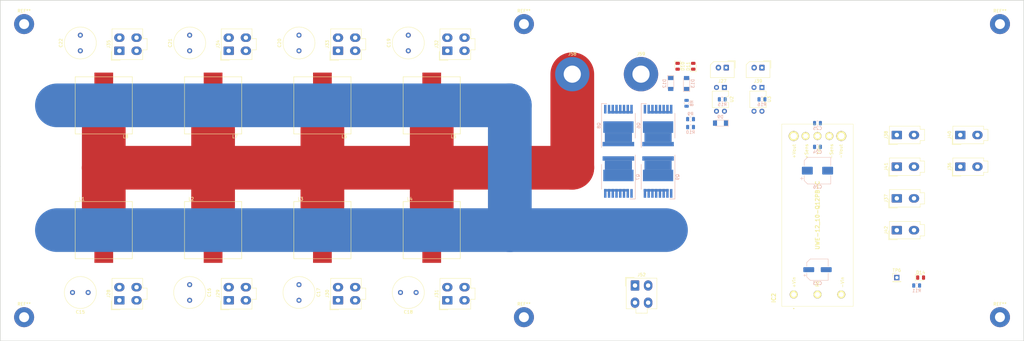
<source format=kicad_pcb>
(kicad_pcb (version 20171130) (host pcbnew "(5.0.2)-1")

  (general
    (thickness 1.6)
    (drawings 6)
    (tracks 18)
    (zones 0)
    (modules 65)
    (nets 27)
  )

  (page A2)
  (layers
    (0 F.Cu signal)
    (31 B.Cu signal)
    (32 B.Adhes user)
    (33 F.Adhes user)
    (34 B.Paste user)
    (35 F.Paste user)
    (36 B.SilkS user)
    (37 F.SilkS user)
    (38 B.Mask user)
    (39 F.Mask user)
    (40 Dwgs.User user)
    (41 Cmts.User user)
    (42 Eco1.User user)
    (43 Eco2.User user)
    (44 Edge.Cuts user)
    (45 Margin user)
    (46 B.CrtYd user)
    (47 F.CrtYd user)
    (48 B.Fab user hide)
    (49 F.Fab user hide)
  )

  (setup
    (last_trace_width 0.25)
    (user_trace_width 0.5)
    (user_trace_width 1)
    (user_trace_width 2)
    (user_trace_width 4)
    (user_trace_width 6)
    (user_trace_width 8)
    (user_trace_width 10)
    (user_trace_width 14)
    (trace_clearance 0.2)
    (zone_clearance 0.508)
    (zone_45_only no)
    (trace_min 0.2)
    (segment_width 0.2)
    (edge_width 0.1)
    (via_size 0.8)
    (via_drill 0.4)
    (via_min_size 0.4)
    (via_min_drill 0.3)
    (uvia_size 0.3)
    (uvia_drill 0.1)
    (uvias_allowed no)
    (uvia_min_size 0.2)
    (uvia_min_drill 0.1)
    (pcb_text_width 0.3)
    (pcb_text_size 1.5 1.5)
    (mod_edge_width 0.15)
    (mod_text_size 1 1)
    (mod_text_width 0.15)
    (pad_size 1.5 1.5)
    (pad_drill 0.6)
    (pad_to_mask_clearance 0)
    (solder_mask_min_width 0.25)
    (aux_axis_origin 0 0)
    (visible_elements 7FFFFFFF)
    (pcbplotparams
      (layerselection 0x010fc_ffffffff)
      (usegerberextensions false)
      (usegerberattributes false)
      (usegerberadvancedattributes false)
      (creategerberjobfile false)
      (excludeedgelayer true)
      (linewidth 0.100000)
      (plotframeref false)
      (viasonmask false)
      (mode 1)
      (useauxorigin false)
      (hpglpennumber 1)
      (hpglpenspeed 20)
      (hpglpendiameter 15.000000)
      (psnegative false)
      (psa4output false)
      (plotreference true)
      (plotvalue true)
      (plotinvisibletext false)
      (padsonsilk false)
      (subtractmaskfromsilk false)
      (outputformat 1)
      (mirror false)
      (drillshape 1)
      (scaleselection 1)
      (outputdirectory ""))
  )

  (net 0 "")
  (net 1 "Net-(C15-Pad1)")
  (net 2 -BattPow)
  (net 3 "Net-(C16-Pad1)")
  (net 4 "Net-(C17-Pad1)")
  (net 5 "Net-(C18-Pad1)")
  (net 6 "Net-(C19-Pad1)")
  (net 7 "Net-(C20-Pad1)")
  (net 8 "Net-(C21-Pad1)")
  (net 9 "Net-(C22-Pad1)")
  (net 10 +BattPow)
  (net 11 "Net-(C24-Pad1)")
  (net 12 "Net-(D9-Pad2)")
  (net 13 "Net-(D10-Pad2)")
  (net 14 "Net-(D10-Pad1)")
  (net 15 "Net-(D14-Pad2)")
  (net 16 "Net-(IC2-Pad2)")
  (net 17 "Net-(J27-Pad2)")
  (net 18 "Net-(J27-Pad1)")
  (net 19 "Net-(J39-Pad1)")
  (net 20 "Net-(J39-Pad2)")
  (net 21 "Net-(Q6-Pad1)")
  (net 22 "Net-(Q6-Pad3)")
  (net 23 "Net-(D11-Pad1)")
  (net 24 "Net-(D12-Pad2)")
  (net 25 "Net-(R15-Pad1)")
  (net 26 "Net-(R16-Pad1)")

  (net_class Default "To jest domyślna klasa połączeń."
    (clearance 0.2)
    (trace_width 0.25)
    (via_dia 0.8)
    (via_drill 0.4)
    (uvia_dia 0.3)
    (uvia_drill 0.1)
    (add_net +BattPow)
    (add_net -BattPow)
    (add_net "Net-(C15-Pad1)")
    (add_net "Net-(C16-Pad1)")
    (add_net "Net-(C17-Pad1)")
    (add_net "Net-(C18-Pad1)")
    (add_net "Net-(C19-Pad1)")
    (add_net "Net-(C20-Pad1)")
    (add_net "Net-(C21-Pad1)")
    (add_net "Net-(C22-Pad1)")
    (add_net "Net-(C24-Pad1)")
    (add_net "Net-(D10-Pad1)")
    (add_net "Net-(D10-Pad2)")
    (add_net "Net-(D11-Pad1)")
    (add_net "Net-(D12-Pad2)")
    (add_net "Net-(D14-Pad2)")
    (add_net "Net-(D9-Pad2)")
    (add_net "Net-(IC2-Pad2)")
    (add_net "Net-(J27-Pad1)")
    (add_net "Net-(J27-Pad2)")
    (add_net "Net-(J39-Pad1)")
    (add_net "Net-(J39-Pad2)")
    (add_net "Net-(Q6-Pad1)")
    (add_net "Net-(Q6-Pad3)")
    (add_net "Net-(R15-Pad1)")
    (add_net "Net-(R16-Pad1)")
  )

  (module MountingHole:MountingHole_3.2mm_M3_Pad (layer F.Cu) (tedit 56D1B4CB) (tstamp 5CC70A58)
    (at 201.93 31.75)
    (descr "Mounting Hole 3.2mm, M3")
    (tags "mounting hole 3.2mm m3")
    (attr virtual)
    (fp_text reference REF** (at 0 -4.2) (layer F.SilkS)
      (effects (font (size 1 1) (thickness 0.15)))
    )
    (fp_text value MountingHole_3.2mm_M3_Pad (at 0 4.2) (layer F.Fab)
      (effects (font (size 1 1) (thickness 0.15)))
    )
    (fp_text user %R (at 0.3 0) (layer F.Fab)
      (effects (font (size 1 1) (thickness 0.15)))
    )
    (fp_circle (center 0 0) (end 3.2 0) (layer Cmts.User) (width 0.15))
    (fp_circle (center 0 0) (end 3.45 0) (layer F.CrtYd) (width 0.05))
    (pad 1 thru_hole circle (at 0 0) (size 6.4 6.4) (drill 3.2) (layers *.Cu *.Mask))
  )

  (module MountingHole:MountingHole_3.2mm_M3_Pad (layer F.Cu) (tedit 56D1B4CB) (tstamp 5CC70A58)
    (at 201.93 125.73)
    (descr "Mounting Hole 3.2mm, M3")
    (tags "mounting hole 3.2mm m3")
    (attr virtual)
    (fp_text reference REF** (at 0 -4.2) (layer F.SilkS)
      (effects (font (size 1 1) (thickness 0.15)))
    )
    (fp_text value MountingHole_3.2mm_M3_Pad (at 0 4.2) (layer F.Fab)
      (effects (font (size 1 1) (thickness 0.15)))
    )
    (fp_text user %R (at 0.3 0) (layer F.Fab)
      (effects (font (size 1 1) (thickness 0.15)))
    )
    (fp_circle (center 0 0) (end 3.2 0) (layer Cmts.User) (width 0.15))
    (fp_circle (center 0 0) (end 3.45 0) (layer F.CrtYd) (width 0.05))
    (pad 1 thru_hole circle (at 0 0) (size 6.4 6.4) (drill 3.2) (layers *.Cu *.Mask))
  )

  (module MountingHole:MountingHole_3.2mm_M3_Pad (layer F.Cu) (tedit 56D1B4CB) (tstamp 5CC70A58)
    (at 354.33 125.73)
    (descr "Mounting Hole 3.2mm, M3")
    (tags "mounting hole 3.2mm m3")
    (attr virtual)
    (fp_text reference REF** (at 0 -4.2) (layer F.SilkS)
      (effects (font (size 1 1) (thickness 0.15)))
    )
    (fp_text value MountingHole_3.2mm_M3_Pad (at 0 4.2) (layer F.Fab)
      (effects (font (size 1 1) (thickness 0.15)))
    )
    (fp_text user %R (at 0.3 0) (layer F.Fab)
      (effects (font (size 1 1) (thickness 0.15)))
    )
    (fp_circle (center 0 0) (end 3.2 0) (layer Cmts.User) (width 0.15))
    (fp_circle (center 0 0) (end 3.45 0) (layer F.CrtYd) (width 0.05))
    (pad 1 thru_hole circle (at 0 0) (size 6.4 6.4) (drill 3.2) (layers *.Cu *.Mask))
  )

  (module MountingHole:MountingHole_3.2mm_M3_Pad (layer F.Cu) (tedit 56D1B4CB) (tstamp 5CC70A58)
    (at 354.33 31.75)
    (descr "Mounting Hole 3.2mm, M3")
    (tags "mounting hole 3.2mm m3")
    (attr virtual)
    (fp_text reference REF** (at 0 -4.2) (layer F.SilkS)
      (effects (font (size 1 1) (thickness 0.15)))
    )
    (fp_text value MountingHole_3.2mm_M3_Pad (at 0 4.2) (layer F.Fab)
      (effects (font (size 1 1) (thickness 0.15)))
    )
    (fp_text user %R (at 0.3 0) (layer F.Fab)
      (effects (font (size 1 1) (thickness 0.15)))
    )
    (fp_circle (center 0 0) (end 3.2 0) (layer Cmts.User) (width 0.15))
    (fp_circle (center 0 0) (end 3.45 0) (layer F.CrtYd) (width 0.05))
    (pad 1 thru_hole circle (at 0 0) (size 6.4 6.4) (drill 3.2) (layers *.Cu *.Mask))
  )

  (module MountingHole:MountingHole_3.2mm_M3_Pad (layer F.Cu) (tedit 56D1B4CB) (tstamp 5CC70A58)
    (at 41.91 31.75)
    (descr "Mounting Hole 3.2mm, M3")
    (tags "mounting hole 3.2mm m3")
    (attr virtual)
    (fp_text reference REF** (at 0 -4.2) (layer F.SilkS)
      (effects (font (size 1 1) (thickness 0.15)))
    )
    (fp_text value MountingHole_3.2mm_M3_Pad (at 0 4.2) (layer F.Fab)
      (effects (font (size 1 1) (thickness 0.15)))
    )
    (fp_text user %R (at 0.3 0) (layer F.Fab)
      (effects (font (size 1 1) (thickness 0.15)))
    )
    (fp_circle (center 0 0) (end 3.2 0) (layer Cmts.User) (width 0.15))
    (fp_circle (center 0 0) (end 3.45 0) (layer F.CrtYd) (width 0.05))
    (pad 1 thru_hole circle (at 0 0) (size 6.4 6.4) (drill 3.2) (layers *.Cu *.Mask))
  )

  (module MountingHole:MountingHole_3.2mm_M3_Pad (layer F.Cu) (tedit 56D1B4CB) (tstamp 5CC70A58)
    (at 41.91 125.73)
    (descr "Mounting Hole 3.2mm, M3")
    (tags "mounting hole 3.2mm m3")
    (attr virtual)
    (fp_text reference REF** (at 0 -4.2) (layer F.SilkS)
      (effects (font (size 1 1) (thickness 0.15)))
    )
    (fp_text value MountingHole_3.2mm_M3_Pad (at 0 4.2) (layer F.Fab)
      (effects (font (size 1 1) (thickness 0.15)))
    )
    (fp_text user %R (at 0.3 0) (layer F.Fab)
      (effects (font (size 1 1) (thickness 0.15)))
    )
    (fp_circle (center 0 0) (end 3.2 0) (layer Cmts.User) (width 0.15))
    (fp_circle (center 0 0) (end 3.45 0) (layer F.CrtYd) (width 0.05))
    (pad 1 thru_hole circle (at 0 0) (size 6.4 6.4) (drill 3.2) (layers *.Cu *.Mask))
  )

  (module Capacitor_THT:C_Radial_D10.0mm_H20.0mm_P5.00mm (layer F.Cu) (tedit 5BC5C9BA) (tstamp 5CD387F3)
    (at 62.41 117.81 180)
    (descr "C, Radial series, Radial, pin pitch=5.00mm, diameter=10mm, height=20mm, Non-Polar Electrolytic Capacitor")
    (tags "C Radial series Radial pin pitch 5.00mm diameter 10mm height 20mm Non-Polar Electrolytic Capacitor")
    (path /5CE6C451/5CFB8C2C)
    (fp_text reference C15 (at 2.5 -6.25 180) (layer F.SilkS)
      (effects (font (size 1 1) (thickness 0.15)))
    )
    (fp_text value C (at 2.5 6.25 180) (layer F.Fab)
      (effects (font (size 1 1) (thickness 0.15)))
    )
    (fp_circle (center 2.5 0) (end 7.5 0) (layer F.Fab) (width 0.1))
    (fp_circle (center 2.5 0) (end 7.62 0) (layer F.SilkS) (width 0.12))
    (fp_circle (center 2.5 0) (end 7.75 0) (layer F.CrtYd) (width 0.05))
    (fp_text user %R (at 2.5 0 180) (layer F.Fab)
      (effects (font (size 1 1) (thickness 0.15)))
    )
    (pad 1 thru_hole circle (at 0 0 180) (size 1.6 1.6) (drill 0.8) (layers *.Cu *.Mask)
      (net 1 "Net-(C15-Pad1)"))
    (pad 2 thru_hole circle (at 5 0 180) (size 1.6 1.6) (drill 0.8) (layers *.Cu *.Mask)
      (net 2 -BattPow))
    (model ${KISYS3DMOD}/Capacitor_THT.3dshapes/C_Radial_D10.0mm_H20.0mm_P5.00mm.wrl
      (at (xyz 0 0 0))
      (scale (xyz 1 1 1))
      (rotate (xyz 0 0 0))
    )
    (model C:/Users/Kurat/Documents/git_repos/Rov4/zasilanie/modele_3d/C_Radial_D10.0mm_H20.0mm_P5.00mm.stp
      (offset (xyz 2.5 0 0))
      (scale (xyz 1 1 1))
      (rotate (xyz -90 0 90))
    )
  )

  (module Capacitor_THT:C_Radial_D10.0mm_H20.0mm_P5.00mm (layer F.Cu) (tedit 5BC5C9BA) (tstamp 5CC60FA7)
    (at 94.91 115.31 270)
    (descr "C, Radial series, Radial, pin pitch=5.00mm, diameter=10mm, height=20mm, Non-Polar Electrolytic Capacitor")
    (tags "C Radial series Radial pin pitch 5.00mm diameter 10mm height 20mm Non-Polar Electrolytic Capacitor")
    (path /5CE6C451/5CFB8C47)
    (fp_text reference C16 (at 2.5 -6.25 270) (layer F.SilkS)
      (effects (font (size 1 1) (thickness 0.15)))
    )
    (fp_text value C (at 2.5 6.25 270) (layer F.Fab)
      (effects (font (size 1 1) (thickness 0.15)))
    )
    (fp_text user %R (at 2.5 0 270) (layer F.Fab)
      (effects (font (size 1 1) (thickness 0.15)))
    )
    (fp_circle (center 2.5 0) (end 7.75 0) (layer F.CrtYd) (width 0.05))
    (fp_circle (center 2.5 0) (end 7.62 0) (layer F.SilkS) (width 0.12))
    (fp_circle (center 2.5 0) (end 7.5 0) (layer F.Fab) (width 0.1))
    (pad 2 thru_hole circle (at 5 0 270) (size 1.6 1.6) (drill 0.8) (layers *.Cu *.Mask)
      (net 2 -BattPow))
    (pad 1 thru_hole circle (at 0 0 270) (size 1.6 1.6) (drill 0.8) (layers *.Cu *.Mask)
      (net 3 "Net-(C16-Pad1)"))
    (model ${KISYS3DMOD}/Capacitor_THT.3dshapes/C_Radial_D10.0mm_H20.0mm_P5.00mm.wrl
      (at (xyz 0 0 0))
      (scale (xyz 1 1 1))
      (rotate (xyz 0 0 0))
    )
    (model C:/Users/Kurat/Documents/git_repos/Rov4/zasilanie/modele_3d/C_Radial_D10.0mm_H20.0mm_P5.00mm.stp
      (offset (xyz 2.5 0 0))
      (scale (xyz 1 1 1))
      (rotate (xyz -90 0 90))
    )
  )

  (module Capacitor_THT:C_Radial_D10.0mm_H20.0mm_P5.00mm (layer F.Cu) (tedit 5BC5C9BA) (tstamp 5CC60FB1)
    (at 129.91 115.31 270)
    (descr "C, Radial series, Radial, pin pitch=5.00mm, diameter=10mm, height=20mm, Non-Polar Electrolytic Capacitor")
    (tags "C Radial series Radial pin pitch 5.00mm diameter 10mm height 20mm Non-Polar Electrolytic Capacitor")
    (path /5CE6C451/5CFB8C62)
    (fp_text reference C17 (at 2.5 -6.25 270) (layer F.SilkS)
      (effects (font (size 1 1) (thickness 0.15)))
    )
    (fp_text value C (at 2.5 6.25 270) (layer F.Fab)
      (effects (font (size 1 1) (thickness 0.15)))
    )
    (fp_circle (center 2.5 0) (end 7.5 0) (layer F.Fab) (width 0.1))
    (fp_circle (center 2.5 0) (end 7.62 0) (layer F.SilkS) (width 0.12))
    (fp_circle (center 2.5 0) (end 7.75 0) (layer F.CrtYd) (width 0.05))
    (fp_text user %R (at 2.5 0 270) (layer F.Fab)
      (effects (font (size 1 1) (thickness 0.15)))
    )
    (pad 1 thru_hole circle (at 0 0 270) (size 1.6 1.6) (drill 0.8) (layers *.Cu *.Mask)
      (net 4 "Net-(C17-Pad1)"))
    (pad 2 thru_hole circle (at 5 0 270) (size 1.6 1.6) (drill 0.8) (layers *.Cu *.Mask)
      (net 2 -BattPow))
    (model ${KISYS3DMOD}/Capacitor_THT.3dshapes/C_Radial_D10.0mm_H20.0mm_P5.00mm.wrl
      (at (xyz 0 0 0))
      (scale (xyz 1 1 1))
      (rotate (xyz 0 0 0))
    )
    (model C:/Users/Kurat/Documents/git_repos/Rov4/zasilanie/modele_3d/C_Radial_D10.0mm_H20.0mm_P5.00mm.stp
      (offset (xyz 2.5 0 0))
      (scale (xyz 1 1 1))
      (rotate (xyz -90 0 90))
    )
  )

  (module Capacitor_THT:C_Radial_D10.0mm_H20.0mm_P5.00mm (layer F.Cu) (tedit 5BC5C9BA) (tstamp 5CC60FBB)
    (at 167.41 117.81 180)
    (descr "C, Radial series, Radial, pin pitch=5.00mm, diameter=10mm, height=20mm, Non-Polar Electrolytic Capacitor")
    (tags "C Radial series Radial pin pitch 5.00mm diameter 10mm height 20mm Non-Polar Electrolytic Capacitor")
    (path /5CE6C451/5CFB8C7D)
    (fp_text reference C18 (at 2.5 -6.25 180) (layer F.SilkS)
      (effects (font (size 1 1) (thickness 0.15)))
    )
    (fp_text value C (at 2.5 6.25 180) (layer F.Fab)
      (effects (font (size 1 1) (thickness 0.15)))
    )
    (fp_text user %R (at 2.5 0 180) (layer F.Fab)
      (effects (font (size 1 1) (thickness 0.15)))
    )
    (fp_circle (center 2.5 0) (end 7.75 0) (layer F.CrtYd) (width 0.05))
    (fp_circle (center 2.5 0) (end 7.62 0) (layer F.SilkS) (width 0.12))
    (fp_circle (center 2.5 0) (end 7.5 0) (layer F.Fab) (width 0.1))
    (pad 2 thru_hole circle (at 5 0 180) (size 1.6 1.6) (drill 0.8) (layers *.Cu *.Mask)
      (net 2 -BattPow))
    (pad 1 thru_hole circle (at 0 0 180) (size 1.6 1.6) (drill 0.8) (layers *.Cu *.Mask)
      (net 5 "Net-(C18-Pad1)"))
    (model ${KISYS3DMOD}/Capacitor_THT.3dshapes/C_Radial_D10.0mm_H20.0mm_P5.00mm.wrl
      (at (xyz 0 0 0))
      (scale (xyz 1 1 1))
      (rotate (xyz 0 0 0))
    )
    (model C:/Users/Kurat/Documents/git_repos/Rov4/zasilanie/modele_3d/C_Radial_D10.0mm_H20.0mm_P5.00mm.stp
      (offset (xyz 2.5 0 0))
      (scale (xyz 1 1 1))
      (rotate (xyz -90 0 90))
    )
  )

  (module Capacitor_THT:C_Radial_D10.0mm_H20.0mm_P5.00mm (layer F.Cu) (tedit 5BC5C9BA) (tstamp 5CC60FC5)
    (at 164.91 40.31 90)
    (descr "C, Radial series, Radial, pin pitch=5.00mm, diameter=10mm, height=20mm, Non-Polar Electrolytic Capacitor")
    (tags "C Radial series Radial pin pitch 5.00mm diameter 10mm height 20mm Non-Polar Electrolytic Capacitor")
    (path /5CE6C451/5CFB8C98)
    (fp_text reference C19 (at 2.5 -6.25 90) (layer F.SilkS)
      (effects (font (size 1 1) (thickness 0.15)))
    )
    (fp_text value C (at 2.5 6.25 90) (layer F.Fab)
      (effects (font (size 1 1) (thickness 0.15)))
    )
    (fp_circle (center 2.5 0) (end 7.5 0) (layer F.Fab) (width 0.1))
    (fp_circle (center 2.5 0) (end 7.62 0) (layer F.SilkS) (width 0.12))
    (fp_circle (center 2.5 0) (end 7.75 0) (layer F.CrtYd) (width 0.05))
    (fp_text user %R (at 2.5 0 90) (layer F.Fab)
      (effects (font (size 1 1) (thickness 0.15)))
    )
    (pad 1 thru_hole circle (at 0 0 90) (size 1.6 1.6) (drill 0.8) (layers *.Cu *.Mask)
      (net 6 "Net-(C19-Pad1)"))
    (pad 2 thru_hole circle (at 5 0 90) (size 1.6 1.6) (drill 0.8) (layers *.Cu *.Mask)
      (net 2 -BattPow))
    (model ${KISYS3DMOD}/Capacitor_THT.3dshapes/C_Radial_D10.0mm_H20.0mm_P5.00mm.wrl
      (at (xyz 0 0 0))
      (scale (xyz 1 1 1))
      (rotate (xyz 0 0 0))
    )
    (model C:/Users/Kurat/Documents/git_repos/Rov4/zasilanie/modele_3d/C_Radial_D10.0mm_H20.0mm_P5.00mm.stp
      (offset (xyz 2.5 0 0))
      (scale (xyz 1 1 1))
      (rotate (xyz -90 0 90))
    )
  )

  (module Capacitor_THT:C_Radial_D10.0mm_H20.0mm_P5.00mm (layer F.Cu) (tedit 5BC5C9BA) (tstamp 5CC60FCF)
    (at 129.91 40.31 90)
    (descr "C, Radial series, Radial, pin pitch=5.00mm, diameter=10mm, height=20mm, Non-Polar Electrolytic Capacitor")
    (tags "C Radial series Radial pin pitch 5.00mm diameter 10mm height 20mm Non-Polar Electrolytic Capacitor")
    (path /5CE6C451/5CFB8CB1)
    (fp_text reference C20 (at 2.5 -6.25 90) (layer F.SilkS)
      (effects (font (size 1 1) (thickness 0.15)))
    )
    (fp_text value C (at 2.5 6.25 90) (layer F.Fab)
      (effects (font (size 1 1) (thickness 0.15)))
    )
    (fp_circle (center 2.5 0) (end 7.5 0) (layer F.Fab) (width 0.1))
    (fp_circle (center 2.5 0) (end 7.62 0) (layer F.SilkS) (width 0.12))
    (fp_circle (center 2.5 0) (end 7.75 0) (layer F.CrtYd) (width 0.05))
    (fp_text user %R (at 2.5 0 90) (layer F.Fab)
      (effects (font (size 1 1) (thickness 0.15)))
    )
    (pad 1 thru_hole circle (at 0 0 90) (size 1.6 1.6) (drill 0.8) (layers *.Cu *.Mask)
      (net 7 "Net-(C20-Pad1)"))
    (pad 2 thru_hole circle (at 5 0 90) (size 1.6 1.6) (drill 0.8) (layers *.Cu *.Mask)
      (net 2 -BattPow))
    (model ${KISYS3DMOD}/Capacitor_THT.3dshapes/C_Radial_D10.0mm_H20.0mm_P5.00mm.wrl
      (at (xyz 0 0 0))
      (scale (xyz 1 1 1))
      (rotate (xyz 0 0 0))
    )
    (model C:/Users/Kurat/Documents/git_repos/Rov4/zasilanie/modele_3d/C_Radial_D10.0mm_H20.0mm_P5.00mm.stp
      (offset (xyz 2.5 0 0))
      (scale (xyz 1 1 1))
      (rotate (xyz -90 0 90))
    )
  )

  (module Capacitor_THT:C_Radial_D10.0mm_H20.0mm_P5.00mm (layer F.Cu) (tedit 5BC5C9BA) (tstamp 5CC60FD9)
    (at 94.91 40.31 90)
    (descr "C, Radial series, Radial, pin pitch=5.00mm, diameter=10mm, height=20mm, Non-Polar Electrolytic Capacitor")
    (tags "C Radial series Radial pin pitch 5.00mm diameter 10mm height 20mm Non-Polar Electrolytic Capacitor")
    (path /5CE6C451/5CFB8CCC)
    (fp_text reference C21 (at 2.5 -6.25 90) (layer F.SilkS)
      (effects (font (size 1 1) (thickness 0.15)))
    )
    (fp_text value C (at 2.5 6.25 90) (layer F.Fab)
      (effects (font (size 1 1) (thickness 0.15)))
    )
    (fp_text user %R (at 2.5 0 90) (layer F.Fab)
      (effects (font (size 1 1) (thickness 0.15)))
    )
    (fp_circle (center 2.5 0) (end 7.75 0) (layer F.CrtYd) (width 0.05))
    (fp_circle (center 2.5 0) (end 7.62 0) (layer F.SilkS) (width 0.12))
    (fp_circle (center 2.5 0) (end 7.5 0) (layer F.Fab) (width 0.1))
    (pad 2 thru_hole circle (at 5 0 90) (size 1.6 1.6) (drill 0.8) (layers *.Cu *.Mask)
      (net 2 -BattPow))
    (pad 1 thru_hole circle (at 0 0 90) (size 1.6 1.6) (drill 0.8) (layers *.Cu *.Mask)
      (net 8 "Net-(C21-Pad1)"))
    (model ${KISYS3DMOD}/Capacitor_THT.3dshapes/C_Radial_D10.0mm_H20.0mm_P5.00mm.wrl
      (at (xyz 0 0 0))
      (scale (xyz 1 1 1))
      (rotate (xyz 0 0 0))
    )
    (model C:/Users/Kurat/Documents/git_repos/Rov4/zasilanie/modele_3d/C_Radial_D10.0mm_H20.0mm_P5.00mm.stp
      (offset (xyz 2.5 0 0))
      (scale (xyz 1 1 1))
      (rotate (xyz -90 0 90))
    )
  )

  (module Capacitor_SMD:CP_Elec_6.3x5.4 (layer B.Cu) (tedit 5BCA39D0) (tstamp 5CC6100B)
    (at 295.91 110.49)
    (descr "SMD capacitor, aluminum electrolytic, Panasonic C55, 6.3x5.4mm")
    (tags "capacitor electrolytic")
    (path /5CE6C451/5CFB8BC6)
    (attr smd)
    (fp_text reference C23 (at 0 4.35) (layer B.SilkS)
      (effects (font (size 1 1) (thickness 0.15)) (justify mirror))
    )
    (fp_text value 33uF (at 0 -4.35) (layer B.Fab)
      (effects (font (size 1 1) (thickness 0.15)) (justify mirror))
    )
    (fp_circle (center 0 0) (end 3.15 0) (layer B.Fab) (width 0.1))
    (fp_line (start 3.3 3.3) (end 3.3 -3.3) (layer B.Fab) (width 0.1))
    (fp_line (start -2.3 3.3) (end 3.3 3.3) (layer B.Fab) (width 0.1))
    (fp_line (start -2.3 -3.3) (end 3.3 -3.3) (layer B.Fab) (width 0.1))
    (fp_line (start -3.3 2.3) (end -3.3 -2.3) (layer B.Fab) (width 0.1))
    (fp_line (start -3.3 2.3) (end -2.3 3.3) (layer B.Fab) (width 0.1))
    (fp_line (start -3.3 -2.3) (end -2.3 -3.3) (layer B.Fab) (width 0.1))
    (fp_line (start -2.704838 1.33) (end -2.074838 1.33) (layer B.Fab) (width 0.1))
    (fp_line (start -2.389838 1.645) (end -2.389838 1.015) (layer B.Fab) (width 0.1))
    (fp_line (start 3.41 -3.41) (end 3.41 -1.06) (layer B.SilkS) (width 0.12))
    (fp_line (start 3.41 3.41) (end 3.41 1.06) (layer B.SilkS) (width 0.12))
    (fp_line (start -2.345563 3.41) (end 3.41 3.41) (layer B.SilkS) (width 0.12))
    (fp_line (start -2.345563 -3.41) (end 3.41 -3.41) (layer B.SilkS) (width 0.12))
    (fp_line (start -3.41 -2.345563) (end -3.41 -1.06) (layer B.SilkS) (width 0.12))
    (fp_line (start -3.41 2.345563) (end -3.41 1.06) (layer B.SilkS) (width 0.12))
    (fp_line (start -3.41 2.345563) (end -2.345563 3.41) (layer B.SilkS) (width 0.12))
    (fp_line (start -3.41 -2.345563) (end -2.345563 -3.41) (layer B.SilkS) (width 0.12))
    (fp_line (start -4.4375 1.8475) (end -3.65 1.8475) (layer B.SilkS) (width 0.12))
    (fp_line (start -4.04375 2.24125) (end -4.04375 1.45375) (layer B.SilkS) (width 0.12))
    (fp_line (start 3.55 3.55) (end 3.55 1.05) (layer B.CrtYd) (width 0.05))
    (fp_line (start 3.55 1.05) (end 4.8 1.05) (layer B.CrtYd) (width 0.05))
    (fp_line (start 4.8 1.05) (end 4.8 -1.05) (layer B.CrtYd) (width 0.05))
    (fp_line (start 4.8 -1.05) (end 3.55 -1.05) (layer B.CrtYd) (width 0.05))
    (fp_line (start 3.55 -1.05) (end 3.55 -3.55) (layer B.CrtYd) (width 0.05))
    (fp_line (start -2.4 -3.55) (end 3.55 -3.55) (layer B.CrtYd) (width 0.05))
    (fp_line (start -2.4 3.55) (end 3.55 3.55) (layer B.CrtYd) (width 0.05))
    (fp_line (start -3.55 -2.4) (end -2.4 -3.55) (layer B.CrtYd) (width 0.05))
    (fp_line (start -3.55 2.4) (end -2.4 3.55) (layer B.CrtYd) (width 0.05))
    (fp_line (start -3.55 2.4) (end -3.55 1.05) (layer B.CrtYd) (width 0.05))
    (fp_line (start -3.55 -1.05) (end -3.55 -2.4) (layer B.CrtYd) (width 0.05))
    (fp_line (start -3.55 1.05) (end -4.8 1.05) (layer B.CrtYd) (width 0.05))
    (fp_line (start -4.8 1.05) (end -4.8 -1.05) (layer B.CrtYd) (width 0.05))
    (fp_line (start -4.8 -1.05) (end -3.55 -1.05) (layer B.CrtYd) (width 0.05))
    (fp_text user %R (at 0 0) (layer B.Fab)
      (effects (font (size 1 1) (thickness 0.15)) (justify mirror))
    )
    (pad 1 smd roundrect (at -2.8 0) (size 3.5 1.6) (layers B.Cu B.Paste B.Mask) (roundrect_rratio 0.15625)
      (net 10 +BattPow))
    (pad 2 smd roundrect (at 2.8 0) (size 3.5 1.6) (layers B.Cu B.Paste B.Mask) (roundrect_rratio 0.15625)
      (net 2 -BattPow))
    (model ${KISYS3DMOD}/Capacitor_SMD.3dshapes/CP_Elec_6.3x5.4.wrl
      (at (xyz 0 0 0))
      (scale (xyz 1 1 1))
      (rotate (xyz 0 0 0))
    )
  )

  (module Capacitor_SMD:C_0805_2012Metric (layer B.Cu) (tedit 5B36C52B) (tstamp 5CC6101C)
    (at 295.91 71.12)
    (descr "Capacitor SMD 0805 (2012 Metric), square (rectangular) end terminal, IPC_7351 nominal, (Body size source: https://docs.google.com/spreadsheets/d/1BsfQQcO9C6DZCsRaXUlFlo91Tg2WpOkGARC1WS5S8t0/edit?usp=sharing), generated with kicad-footprint-generator")
    (tags capacitor)
    (path /5CE6C451/5CFB8B9D)
    (attr smd)
    (fp_text reference C24 (at 0 1.65) (layer B.SilkS)
      (effects (font (size 1 1) (thickness 0.15)) (justify mirror))
    )
    (fp_text value 100nF (at 0 -1.65) (layer B.Fab)
      (effects (font (size 1 1) (thickness 0.15)) (justify mirror))
    )
    (fp_line (start -1 -0.6) (end -1 0.6) (layer B.Fab) (width 0.1))
    (fp_line (start -1 0.6) (end 1 0.6) (layer B.Fab) (width 0.1))
    (fp_line (start 1 0.6) (end 1 -0.6) (layer B.Fab) (width 0.1))
    (fp_line (start 1 -0.6) (end -1 -0.6) (layer B.Fab) (width 0.1))
    (fp_line (start -0.258578 0.71) (end 0.258578 0.71) (layer B.SilkS) (width 0.12))
    (fp_line (start -0.258578 -0.71) (end 0.258578 -0.71) (layer B.SilkS) (width 0.12))
    (fp_line (start -1.68 -0.95) (end -1.68 0.95) (layer B.CrtYd) (width 0.05))
    (fp_line (start -1.68 0.95) (end 1.68 0.95) (layer B.CrtYd) (width 0.05))
    (fp_line (start 1.68 0.95) (end 1.68 -0.95) (layer B.CrtYd) (width 0.05))
    (fp_line (start 1.68 -0.95) (end -1.68 -0.95) (layer B.CrtYd) (width 0.05))
    (fp_text user %R (at 0 0) (layer B.Fab)
      (effects (font (size 0.5 0.5) (thickness 0.08)) (justify mirror))
    )
    (pad 1 smd roundrect (at -0.9375 0) (size 0.975 1.4) (layers B.Cu B.Paste B.Mask) (roundrect_rratio 0.25)
      (net 11 "Net-(C24-Pad1)"))
    (pad 2 smd roundrect (at 0.9375 0) (size 0.975 1.4) (layers B.Cu B.Paste B.Mask) (roundrect_rratio 0.25)
      (net 2 -BattPow))
    (model ${KISYS3DMOD}/Capacitor_SMD.3dshapes/C_0805_2012Metric.wrl
      (at (xyz 0 0 0))
      (scale (xyz 1 1 1))
      (rotate (xyz 0 0 0))
    )
  )

  (module Capacitor_SMD:C_0805_2012Metric (layer B.Cu) (tedit 5B36C52B) (tstamp 5CC6102D)
    (at 295.91 63.5)
    (descr "Capacitor SMD 0805 (2012 Metric), square (rectangular) end terminal, IPC_7351 nominal, (Body size source: https://docs.google.com/spreadsheets/d/1BsfQQcO9C6DZCsRaXUlFlo91Tg2WpOkGARC1WS5S8t0/edit?usp=sharing), generated with kicad-footprint-generator")
    (tags capacitor)
    (path /5CE6C451/5CFB8BA4)
    (attr smd)
    (fp_text reference C25 (at 0 1.65) (layer B.SilkS)
      (effects (font (size 1 1) (thickness 0.15)) (justify mirror))
    )
    (fp_text value 10uF (at 0 -1.65) (layer B.Fab)
      (effects (font (size 1 1) (thickness 0.15)) (justify mirror))
    )
    (fp_text user %R (at 0 0) (layer B.Fab)
      (effects (font (size 0.5 0.5) (thickness 0.08)) (justify mirror))
    )
    (fp_line (start 1.68 -0.95) (end -1.68 -0.95) (layer B.CrtYd) (width 0.05))
    (fp_line (start 1.68 0.95) (end 1.68 -0.95) (layer B.CrtYd) (width 0.05))
    (fp_line (start -1.68 0.95) (end 1.68 0.95) (layer B.CrtYd) (width 0.05))
    (fp_line (start -1.68 -0.95) (end -1.68 0.95) (layer B.CrtYd) (width 0.05))
    (fp_line (start -0.258578 -0.71) (end 0.258578 -0.71) (layer B.SilkS) (width 0.12))
    (fp_line (start -0.258578 0.71) (end 0.258578 0.71) (layer B.SilkS) (width 0.12))
    (fp_line (start 1 -0.6) (end -1 -0.6) (layer B.Fab) (width 0.1))
    (fp_line (start 1 0.6) (end 1 -0.6) (layer B.Fab) (width 0.1))
    (fp_line (start -1 0.6) (end 1 0.6) (layer B.Fab) (width 0.1))
    (fp_line (start -1 -0.6) (end -1 0.6) (layer B.Fab) (width 0.1))
    (pad 2 smd roundrect (at 0.9375 0) (size 0.975 1.4) (layers B.Cu B.Paste B.Mask) (roundrect_rratio 0.25)
      (net 2 -BattPow))
    (pad 1 smd roundrect (at -0.9375 0) (size 0.975 1.4) (layers B.Cu B.Paste B.Mask) (roundrect_rratio 0.25)
      (net 11 "Net-(C24-Pad1)"))
    (model ${KISYS3DMOD}/Capacitor_SMD.3dshapes/C_0805_2012Metric.wrl
      (at (xyz 0 0 0))
      (scale (xyz 1 1 1))
      (rotate (xyz 0 0 0))
    )
  )

  (module Capacitor_SMD:CP_Elec_8x10 (layer B.Cu) (tedit 5BCA39D0) (tstamp 5CC61055)
    (at 295.91 78.74)
    (descr "SMD capacitor, aluminum electrolytic, Nichicon, 8.0x10mm")
    (tags "capacitor electrolytic")
    (path /5CE6C451/5CFB8BBF)
    (attr smd)
    (fp_text reference C26 (at 0 5.2) (layer B.SilkS)
      (effects (font (size 1 1) (thickness 0.15)) (justify mirror))
    )
    (fp_text value 200uF (at 0 -5.2) (layer B.Fab)
      (effects (font (size 1 1) (thickness 0.15)) (justify mirror))
    )
    (fp_text user %R (at 0 0) (layer B.Fab)
      (effects (font (size 1 1) (thickness 0.15)) (justify mirror))
    )
    (fp_line (start -5.25 -1.5) (end -4.4 -1.5) (layer B.CrtYd) (width 0.05))
    (fp_line (start -5.25 1.5) (end -5.25 -1.5) (layer B.CrtYd) (width 0.05))
    (fp_line (start -4.4 1.5) (end -5.25 1.5) (layer B.CrtYd) (width 0.05))
    (fp_line (start -4.4 -1.5) (end -4.4 -3.25) (layer B.CrtYd) (width 0.05))
    (fp_line (start -4.4 3.25) (end -4.4 1.5) (layer B.CrtYd) (width 0.05))
    (fp_line (start -4.4 3.25) (end -3.25 4.4) (layer B.CrtYd) (width 0.05))
    (fp_line (start -4.4 -3.25) (end -3.25 -4.4) (layer B.CrtYd) (width 0.05))
    (fp_line (start -3.25 4.4) (end 4.4 4.4) (layer B.CrtYd) (width 0.05))
    (fp_line (start -3.25 -4.4) (end 4.4 -4.4) (layer B.CrtYd) (width 0.05))
    (fp_line (start 4.4 -1.5) (end 4.4 -4.4) (layer B.CrtYd) (width 0.05))
    (fp_line (start 5.25 -1.5) (end 4.4 -1.5) (layer B.CrtYd) (width 0.05))
    (fp_line (start 5.25 1.5) (end 5.25 -1.5) (layer B.CrtYd) (width 0.05))
    (fp_line (start 4.4 1.5) (end 5.25 1.5) (layer B.CrtYd) (width 0.05))
    (fp_line (start 4.4 4.4) (end 4.4 1.5) (layer B.CrtYd) (width 0.05))
    (fp_line (start -5 3.01) (end -5 2.01) (layer B.SilkS) (width 0.12))
    (fp_line (start -5.5 2.51) (end -4.5 2.51) (layer B.SilkS) (width 0.12))
    (fp_line (start -4.26 -3.195563) (end -3.195563 -4.26) (layer B.SilkS) (width 0.12))
    (fp_line (start -4.26 3.195563) (end -3.195563 4.26) (layer B.SilkS) (width 0.12))
    (fp_line (start -4.26 3.195563) (end -4.26 1.51) (layer B.SilkS) (width 0.12))
    (fp_line (start -4.26 -3.195563) (end -4.26 -1.51) (layer B.SilkS) (width 0.12))
    (fp_line (start -3.195563 -4.26) (end 4.26 -4.26) (layer B.SilkS) (width 0.12))
    (fp_line (start -3.195563 4.26) (end 4.26 4.26) (layer B.SilkS) (width 0.12))
    (fp_line (start 4.26 4.26) (end 4.26 1.51) (layer B.SilkS) (width 0.12))
    (fp_line (start 4.26 -4.26) (end 4.26 -1.51) (layer B.SilkS) (width 0.12))
    (fp_line (start -3.162278 1.9) (end -3.162278 1.1) (layer B.Fab) (width 0.1))
    (fp_line (start -3.562278 1.5) (end -2.762278 1.5) (layer B.Fab) (width 0.1))
    (fp_line (start -4.15 -3.15) (end -3.15 -4.15) (layer B.Fab) (width 0.1))
    (fp_line (start -4.15 3.15) (end -3.15 4.15) (layer B.Fab) (width 0.1))
    (fp_line (start -4.15 3.15) (end -4.15 -3.15) (layer B.Fab) (width 0.1))
    (fp_line (start -3.15 -4.15) (end 4.15 -4.15) (layer B.Fab) (width 0.1))
    (fp_line (start -3.15 4.15) (end 4.15 4.15) (layer B.Fab) (width 0.1))
    (fp_line (start 4.15 4.15) (end 4.15 -4.15) (layer B.Fab) (width 0.1))
    (fp_circle (center 0 0) (end 4 0) (layer B.Fab) (width 0.1))
    (pad 2 smd roundrect (at 3.25 0) (size 3.5 2.5) (layers B.Cu B.Paste B.Mask) (roundrect_rratio 0.1)
      (net 2 -BattPow))
    (pad 1 smd roundrect (at -3.25 0) (size 3.5 2.5) (layers B.Cu B.Paste B.Mask) (roundrect_rratio 0.1)
      (net 11 "Net-(C24-Pad1)"))
    (model ${KISYS3DMOD}/Capacitor_SMD.3dshapes/CP_Elec_8x10.wrl
      (at (xyz 0 0 0))
      (scale (xyz 1 1 1))
      (rotate (xyz 0 0 0))
    )
  )

  (module Diode_SMD:D_MiniMELF (layer B.Cu) (tedit 5905D8F5) (tstamp 5CC61145)
    (at 264.85 63.5 180)
    (descr "Diode Mini-MELF")
    (tags "Diode Mini-MELF")
    (path /5CE6C451/5CFB8A7A)
    (attr smd)
    (fp_text reference D9 (at 0 2 180) (layer B.SilkS)
      (effects (font (size 1 1) (thickness 0.15)) (justify mirror))
    )
    (fp_text value BAT48 (at 0 -1.75 180) (layer B.Fab)
      (effects (font (size 1 1) (thickness 0.15)) (justify mirror))
    )
    (fp_text user %R (at 0 2 180) (layer B.Fab)
      (effects (font (size 1 1) (thickness 0.15)) (justify mirror))
    )
    (fp_line (start 1.75 1) (end -2.55 1) (layer B.SilkS) (width 0.12))
    (fp_line (start -2.55 1) (end -2.55 -1) (layer B.SilkS) (width 0.12))
    (fp_line (start -2.55 -1) (end 1.75 -1) (layer B.SilkS) (width 0.12))
    (fp_line (start 1.65 0.8) (end 1.65 -0.8) (layer B.Fab) (width 0.1))
    (fp_line (start 1.65 -0.8) (end -1.65 -0.8) (layer B.Fab) (width 0.1))
    (fp_line (start -1.65 -0.8) (end -1.65 0.8) (layer B.Fab) (width 0.1))
    (fp_line (start -1.65 0.8) (end 1.65 0.8) (layer B.Fab) (width 0.1))
    (fp_line (start 0.25 0) (end 0.75 0) (layer B.Fab) (width 0.1))
    (fp_line (start 0.25 -0.4) (end -0.35 0) (layer B.Fab) (width 0.1))
    (fp_line (start 0.25 0.4) (end 0.25 -0.4) (layer B.Fab) (width 0.1))
    (fp_line (start -0.35 0) (end 0.25 0.4) (layer B.Fab) (width 0.1))
    (fp_line (start -0.35 0) (end -0.35 -0.55) (layer B.Fab) (width 0.1))
    (fp_line (start -0.35 0) (end -0.35 0.55) (layer B.Fab) (width 0.1))
    (fp_line (start -0.75 0) (end -0.35 0) (layer B.Fab) (width 0.1))
    (fp_line (start -2.65 1.1) (end 2.65 1.1) (layer B.CrtYd) (width 0.05))
    (fp_line (start 2.65 1.1) (end 2.65 -1.1) (layer B.CrtYd) (width 0.05))
    (fp_line (start 2.65 -1.1) (end -2.65 -1.1) (layer B.CrtYd) (width 0.05))
    (fp_line (start -2.65 -1.1) (end -2.65 1.1) (layer B.CrtYd) (width 0.05))
    (pad 1 smd rect (at -1.75 0 180) (size 1.3 1.7) (layers B.Cu B.Paste B.Mask)
      (net 10 +BattPow))
    (pad 2 smd rect (at 1.75 0 180) (size 1.3 1.7) (layers B.Cu B.Paste B.Mask)
      (net 12 "Net-(D9-Pad2)"))
    (model ${KISYS3DMOD}/Diode_SMD.3dshapes/D_MiniMELF.wrl
      (at (xyz 0 0 0))
      (scale (xyz 1 1 1))
      (rotate (xyz 0 0 0))
    )
  )

  (module LED_SMD:LED_0805_2012Metric (layer F.Cu) (tedit 5B36C52C) (tstamp 5CD36197)
    (at 251.14 45.27 270)
    (descr "LED SMD 0805 (2012 Metric), square (rectangular) end terminal, IPC_7351 nominal, (Body size source: https://docs.google.com/spreadsheets/d/1BsfQQcO9C6DZCsRaXUlFlo91Tg2WpOkGARC1WS5S8t0/edit?usp=sharing), generated with kicad-footprint-generator")
    (tags diode)
    (path /5CE6C451/5CFB8AC6)
    (attr smd)
    (fp_text reference D10 (at 0 -1.65 270) (layer F.SilkS)
      (effects (font (size 1 1) (thickness 0.15)))
    )
    (fp_text value LED_G (at 0 1.65 270) (layer F.Fab)
      (effects (font (size 1 1) (thickness 0.15)))
    )
    (fp_text user %R (at 0 0 270) (layer F.Fab)
      (effects (font (size 0.5 0.5) (thickness 0.08)))
    )
    (fp_line (start 1.68 0.95) (end -1.68 0.95) (layer F.CrtYd) (width 0.05))
    (fp_line (start 1.68 -0.95) (end 1.68 0.95) (layer F.CrtYd) (width 0.05))
    (fp_line (start -1.68 -0.95) (end 1.68 -0.95) (layer F.CrtYd) (width 0.05))
    (fp_line (start -1.68 0.95) (end -1.68 -0.95) (layer F.CrtYd) (width 0.05))
    (fp_line (start -1.685 0.96) (end 1 0.96) (layer F.SilkS) (width 0.12))
    (fp_line (start -1.685 -0.96) (end -1.685 0.96) (layer F.SilkS) (width 0.12))
    (fp_line (start 1 -0.96) (end -1.685 -0.96) (layer F.SilkS) (width 0.12))
    (fp_line (start 1 0.6) (end 1 -0.6) (layer F.Fab) (width 0.1))
    (fp_line (start -1 0.6) (end 1 0.6) (layer F.Fab) (width 0.1))
    (fp_line (start -1 -0.3) (end -1 0.6) (layer F.Fab) (width 0.1))
    (fp_line (start -0.7 -0.6) (end -1 -0.3) (layer F.Fab) (width 0.1))
    (fp_line (start 1 -0.6) (end -0.7 -0.6) (layer F.Fab) (width 0.1))
    (pad 2 smd roundrect (at 0.9375 0 270) (size 0.975 1.4) (layers F.Cu F.Paste F.Mask) (roundrect_rratio 0.25)
      (net 13 "Net-(D10-Pad2)"))
    (pad 1 smd roundrect (at -0.9375 0 270) (size 0.975 1.4) (layers F.Cu F.Paste F.Mask) (roundrect_rratio 0.25)
      (net 14 "Net-(D10-Pad1)"))
    (model ${KISYS3DMOD}/LED_SMD.3dshapes/LED_0805_2012Metric.wrl
      (at (xyz 0 0 0))
      (scale (xyz 1 1 1))
      (rotate (xyz 0 0 0))
    )
  )

  (module LED_SMD:LED_0805_2012Metric (layer F.Cu) (tedit 5B36C52C) (tstamp 5CC6116B)
    (at 256.14 45.27 90)
    (descr "LED SMD 0805 (2012 Metric), square (rectangular) end terminal, IPC_7351 nominal, (Body size source: https://docs.google.com/spreadsheets/d/1BsfQQcO9C6DZCsRaXUlFlo91Tg2WpOkGARC1WS5S8t0/edit?usp=sharing), generated with kicad-footprint-generator")
    (tags diode)
    (path /5CE6C451/5CFB8AD4)
    (attr smd)
    (fp_text reference D11 (at 0 -1.65 90) (layer F.SilkS)
      (effects (font (size 1 1) (thickness 0.15)))
    )
    (fp_text value LED_R (at 0 1.65 90) (layer F.Fab)
      (effects (font (size 1 1) (thickness 0.15)))
    )
    (fp_line (start 1 -0.6) (end -0.7 -0.6) (layer F.Fab) (width 0.1))
    (fp_line (start -0.7 -0.6) (end -1 -0.3) (layer F.Fab) (width 0.1))
    (fp_line (start -1 -0.3) (end -1 0.6) (layer F.Fab) (width 0.1))
    (fp_line (start -1 0.6) (end 1 0.6) (layer F.Fab) (width 0.1))
    (fp_line (start 1 0.6) (end 1 -0.6) (layer F.Fab) (width 0.1))
    (fp_line (start 1 -0.96) (end -1.685 -0.96) (layer F.SilkS) (width 0.12))
    (fp_line (start -1.685 -0.96) (end -1.685 0.96) (layer F.SilkS) (width 0.12))
    (fp_line (start -1.685 0.96) (end 1 0.96) (layer F.SilkS) (width 0.12))
    (fp_line (start -1.68 0.95) (end -1.68 -0.95) (layer F.CrtYd) (width 0.05))
    (fp_line (start -1.68 -0.95) (end 1.68 -0.95) (layer F.CrtYd) (width 0.05))
    (fp_line (start 1.68 -0.95) (end 1.68 0.95) (layer F.CrtYd) (width 0.05))
    (fp_line (start 1.68 0.95) (end -1.68 0.95) (layer F.CrtYd) (width 0.05))
    (fp_text user %R (at 0 0 90) (layer F.Fab)
      (effects (font (size 0.5 0.5) (thickness 0.08)))
    )
    (pad 1 smd roundrect (at -0.9375 0 90) (size 0.975 1.4) (layers F.Cu F.Paste F.Mask) (roundrect_rratio 0.25)
      (net 23 "Net-(D11-Pad1)"))
    (pad 2 smd roundrect (at 0.9375 0 90) (size 0.975 1.4) (layers F.Cu F.Paste F.Mask) (roundrect_rratio 0.25)
      (net 14 "Net-(D10-Pad1)"))
    (model ${KISYS3DMOD}/LED_SMD.3dshapes/LED_0805_2012Metric.wrl
      (at (xyz 0 0 0))
      (scale (xyz 1 1 1))
      (rotate (xyz 0 0 0))
    )
  )

  (module Diode_SMD:D_MiniMELF (layer B.Cu) (tedit 5905D8F5) (tstamp 5CC61184)
    (at 248.92 50.8 270)
    (descr "Diode Mini-MELF")
    (tags "Diode Mini-MELF")
    (path /5CE6C451/5CFB8ACD)
    (attr smd)
    (fp_text reference D12 (at 0 2 270) (layer B.SilkS)
      (effects (font (size 1 1) (thickness 0.15)) (justify mirror))
    )
    (fp_text value BAT48 (at 0 -1.75 270) (layer B.Fab)
      (effects (font (size 1 1) (thickness 0.15)) (justify mirror))
    )
    (fp_text user %R (at 0 2 270) (layer B.Fab)
      (effects (font (size 1 1) (thickness 0.15)) (justify mirror))
    )
    (fp_line (start 1.75 1) (end -2.55 1) (layer B.SilkS) (width 0.12))
    (fp_line (start -2.55 1) (end -2.55 -1) (layer B.SilkS) (width 0.12))
    (fp_line (start -2.55 -1) (end 1.75 -1) (layer B.SilkS) (width 0.12))
    (fp_line (start 1.65 0.8) (end 1.65 -0.8) (layer B.Fab) (width 0.1))
    (fp_line (start 1.65 -0.8) (end -1.65 -0.8) (layer B.Fab) (width 0.1))
    (fp_line (start -1.65 -0.8) (end -1.65 0.8) (layer B.Fab) (width 0.1))
    (fp_line (start -1.65 0.8) (end 1.65 0.8) (layer B.Fab) (width 0.1))
    (fp_line (start 0.25 0) (end 0.75 0) (layer B.Fab) (width 0.1))
    (fp_line (start 0.25 -0.4) (end -0.35 0) (layer B.Fab) (width 0.1))
    (fp_line (start 0.25 0.4) (end 0.25 -0.4) (layer B.Fab) (width 0.1))
    (fp_line (start -0.35 0) (end 0.25 0.4) (layer B.Fab) (width 0.1))
    (fp_line (start -0.35 0) (end -0.35 -0.55) (layer B.Fab) (width 0.1))
    (fp_line (start -0.35 0) (end -0.35 0.55) (layer B.Fab) (width 0.1))
    (fp_line (start -0.75 0) (end -0.35 0) (layer B.Fab) (width 0.1))
    (fp_line (start -2.65 1.1) (end 2.65 1.1) (layer B.CrtYd) (width 0.05))
    (fp_line (start 2.65 1.1) (end 2.65 -1.1) (layer B.CrtYd) (width 0.05))
    (fp_line (start 2.65 -1.1) (end -2.65 -1.1) (layer B.CrtYd) (width 0.05))
    (fp_line (start -2.65 -1.1) (end -2.65 1.1) (layer B.CrtYd) (width 0.05))
    (pad 1 smd rect (at -1.75 0 270) (size 1.3 1.7) (layers B.Cu B.Paste B.Mask)
      (net 13 "Net-(D10-Pad2)"))
    (pad 2 smd rect (at 1.75 0 270) (size 1.3 1.7) (layers B.Cu B.Paste B.Mask)
      (net 24 "Net-(D12-Pad2)"))
    (model ${KISYS3DMOD}/Diode_SMD.3dshapes/D_MiniMELF.wrl
      (at (xyz 0 0 0))
      (scale (xyz 1 1 1))
      (rotate (xyz 0 0 0))
    )
  )

  (module Diode_SMD:D_MiniMELF (layer B.Cu) (tedit 5905D8F5) (tstamp 5CC6119D)
    (at 254 50.8 90)
    (descr "Diode Mini-MELF")
    (tags "Diode Mini-MELF")
    (path /5CE6C451/5CFB8ADB)
    (attr smd)
    (fp_text reference D13 (at 0 2 90) (layer B.SilkS)
      (effects (font (size 1 1) (thickness 0.15)) (justify mirror))
    )
    (fp_text value BAT48 (at 0 -1.75 90) (layer B.Fab)
      (effects (font (size 1 1) (thickness 0.15)) (justify mirror))
    )
    (fp_text user %R (at 0 2 90) (layer B.Fab)
      (effects (font (size 1 1) (thickness 0.15)) (justify mirror))
    )
    (fp_line (start 1.75 1) (end -2.55 1) (layer B.SilkS) (width 0.12))
    (fp_line (start -2.55 1) (end -2.55 -1) (layer B.SilkS) (width 0.12))
    (fp_line (start -2.55 -1) (end 1.75 -1) (layer B.SilkS) (width 0.12))
    (fp_line (start 1.65 0.8) (end 1.65 -0.8) (layer B.Fab) (width 0.1))
    (fp_line (start 1.65 -0.8) (end -1.65 -0.8) (layer B.Fab) (width 0.1))
    (fp_line (start -1.65 -0.8) (end -1.65 0.8) (layer B.Fab) (width 0.1))
    (fp_line (start -1.65 0.8) (end 1.65 0.8) (layer B.Fab) (width 0.1))
    (fp_line (start 0.25 0) (end 0.75 0) (layer B.Fab) (width 0.1))
    (fp_line (start 0.25 -0.4) (end -0.35 0) (layer B.Fab) (width 0.1))
    (fp_line (start 0.25 0.4) (end 0.25 -0.4) (layer B.Fab) (width 0.1))
    (fp_line (start -0.35 0) (end 0.25 0.4) (layer B.Fab) (width 0.1))
    (fp_line (start -0.35 0) (end -0.35 -0.55) (layer B.Fab) (width 0.1))
    (fp_line (start -0.35 0) (end -0.35 0.55) (layer B.Fab) (width 0.1))
    (fp_line (start -0.75 0) (end -0.35 0) (layer B.Fab) (width 0.1))
    (fp_line (start -2.65 1.1) (end 2.65 1.1) (layer B.CrtYd) (width 0.05))
    (fp_line (start 2.65 1.1) (end 2.65 -1.1) (layer B.CrtYd) (width 0.05))
    (fp_line (start 2.65 -1.1) (end -2.65 -1.1) (layer B.CrtYd) (width 0.05))
    (fp_line (start -2.65 -1.1) (end -2.65 1.1) (layer B.CrtYd) (width 0.05))
    (pad 1 smd rect (at -1.75 0 90) (size 1.3 1.7) (layers B.Cu B.Paste B.Mask)
      (net 24 "Net-(D12-Pad2)"))
    (pad 2 smd rect (at 1.75 0 90) (size 1.3 1.7) (layers B.Cu B.Paste B.Mask)
      (net 23 "Net-(D11-Pad1)"))
    (model ${KISYS3DMOD}/Diode_SMD.3dshapes/D_MiniMELF.wrl
      (at (xyz 0 0 0))
      (scale (xyz 1 1 1))
      (rotate (xyz 0 0 0))
    )
  )

  (module LED_SMD:LED_0805_2012Metric (layer F.Cu) (tedit 5B36C52C) (tstamp 5CC611B0)
    (at 328.93 113.03)
    (descr "LED SMD 0805 (2012 Metric), square (rectangular) end terminal, IPC_7351 nominal, (Body size source: https://docs.google.com/spreadsheets/d/1BsfQQcO9C6DZCsRaXUlFlo91Tg2WpOkGARC1WS5S8t0/edit?usp=sharing), generated with kicad-footprint-generator")
    (tags diode)
    (path /5CE6C451/5CFB8B6B)
    (attr smd)
    (fp_text reference D14 (at 0 -1.65) (layer F.SilkS)
      (effects (font (size 1 1) (thickness 0.15)))
    )
    (fp_text value LED_B (at 0 1.65) (layer F.Fab)
      (effects (font (size 1 1) (thickness 0.15)))
    )
    (fp_text user %R (at 0 0) (layer F.Fab)
      (effects (font (size 0.5 0.5) (thickness 0.08)))
    )
    (fp_line (start 1.68 0.95) (end -1.68 0.95) (layer F.CrtYd) (width 0.05))
    (fp_line (start 1.68 -0.95) (end 1.68 0.95) (layer F.CrtYd) (width 0.05))
    (fp_line (start -1.68 -0.95) (end 1.68 -0.95) (layer F.CrtYd) (width 0.05))
    (fp_line (start -1.68 0.95) (end -1.68 -0.95) (layer F.CrtYd) (width 0.05))
    (fp_line (start -1.685 0.96) (end 1 0.96) (layer F.SilkS) (width 0.12))
    (fp_line (start -1.685 -0.96) (end -1.685 0.96) (layer F.SilkS) (width 0.12))
    (fp_line (start 1 -0.96) (end -1.685 -0.96) (layer F.SilkS) (width 0.12))
    (fp_line (start 1 0.6) (end 1 -0.6) (layer F.Fab) (width 0.1))
    (fp_line (start -1 0.6) (end 1 0.6) (layer F.Fab) (width 0.1))
    (fp_line (start -1 -0.3) (end -1 0.6) (layer F.Fab) (width 0.1))
    (fp_line (start -0.7 -0.6) (end -1 -0.3) (layer F.Fab) (width 0.1))
    (fp_line (start 1 -0.6) (end -0.7 -0.6) (layer F.Fab) (width 0.1))
    (pad 2 smd roundrect (at 0.9375 0) (size 0.975 1.4) (layers F.Cu F.Paste F.Mask) (roundrect_rratio 0.25)
      (net 15 "Net-(D14-Pad2)"))
    (pad 1 smd roundrect (at -0.9375 0) (size 0.975 1.4) (layers F.Cu F.Paste F.Mask) (roundrect_rratio 0.25)
      (net 2 -BattPow))
    (model ${KISYS3DMOD}/LED_SMD.3dshapes/LED_0805_2012Metric.wrl
      (at (xyz 0 0 0))
      (scale (xyz 1 1 1))
      (rotate (xyz 0 0 0))
    )
  )

  (module UWE-12_10-Q12P-C:UWE-12_10-Q12P-C (layer F.Cu) (tedit 5C913ADD) (tstamp 5CC611F8)
    (at 295.91 93.05 90)
    (descr UWE_FFW)
    (tags "Integrated Circuit")
    (path /5CE6C451/5CFB8B1D)
    (fp_text reference IC2 (at -26.5 -14 90) (layer F.SilkS)
      (effects (font (size 1.27 1.27) (thickness 0.254)))
    )
    (fp_text value UWE-12_10-Q12PB-C (at 0 0 90) (layer F.SilkS)
      (effects (font (size 1.27 1.27) (thickness 0.254)))
    )
    (fp_line (start -29.2 -11.45) (end 29.2 -11.45) (layer Dwgs.User) (width 0.2))
    (fp_line (start 29.2 -11.45) (end 29.2 11.45) (layer Dwgs.User) (width 0.2))
    (fp_line (start 29.2 11.45) (end -29.2 11.45) (layer Dwgs.User) (width 0.2))
    (fp_line (start -29.2 11.45) (end -29.2 -11.45) (layer Dwgs.User) (width 0.2))
    (fp_line (start -29.2 -11.43) (end 29.2 -11.43) (layer F.SilkS) (width 0.1))
    (fp_line (start 29.2 -11.43) (end 29.2 11.43) (layer F.SilkS) (width 0.1))
    (fp_line (start 29.2 11.43) (end -29.2 11.43) (layer F.SilkS) (width 0.1))
    (fp_line (start -29.2 11.43) (end -29.2 -11.43) (layer F.SilkS) (width 0.1))
    (fp_line (start -31 -12.45) (end 30.2 -12.45) (layer Dwgs.User) (width 0.1))
    (fp_line (start 30.2 -12.45) (end 30.2 12.45) (layer Dwgs.User) (width 0.1))
    (fp_line (start 30.2 12.45) (end -31 12.45) (layer Dwgs.User) (width 0.1))
    (fp_line (start -31 12.45) (end -31 -12.45) (layer Dwgs.User) (width 0.1))
    (fp_line (start -29.9 -7.7) (end -29.9 -7.7) (layer F.SilkS) (width 0.2))
    (fp_line (start -29.9 -7.5) (end -29.9 -7.5) (layer F.SilkS) (width 0.2))
    (fp_arc (start -29.9 -7.6) (end -29.9 -7.7) (angle 180) (layer F.SilkS) (width 0.2))
    (fp_arc (start -29.9 -7.6) (end -29.9 -7.5) (angle 180) (layer F.SilkS) (width 0.2))
    (fp_text user +Vin (at -21.5 -7.5 90) (layer F.SilkS)
      (effects (font (size 1 1) (thickness 0.15)))
    )
    (fp_text user -Vin (at -21.5 8 90) (layer F.SilkS)
      (effects (font (size 1 1) (thickness 0.15)))
    )
    (fp_text user RC (at -22 0 90) (layer F.SilkS)
      (effects (font (size 1 1) (thickness 0.15)))
    )
    (fp_text user -Vout (at 20.5 7.5 90) (layer F.SilkS)
      (effects (font (size 1 1) (thickness 0.15)))
    )
    (fp_text user +Vout (at 20.5 -7.5 90) (layer F.SilkS)
      (effects (font (size 1 1) (thickness 0.15)))
    )
    (fp_text user +Sens (at 20.5 -3.5 90) (layer F.SilkS)
      (effects (font (size 1 1) (thickness 0.15)))
    )
    (fp_text user -Sens (at 20.5 4.5 90) (layer F.SilkS)
      (effects (font (size 1 1) (thickness 0.15)))
    )
    (fp_text user Trim (at 21 0.5 90) (layer F.SilkS)
      (effects (font (size 1 1) (thickness 0.15)))
    )
    (pad 1 thru_hole circle (at -25.4 -7.62 180) (size 2.54 2.54) (drill 1.5748) (layers *.Cu *.Mask F.SilkS)
      (net 10 +BattPow))
    (pad 2 thru_hole circle (at -25.4 0 180) (size 2.54 2.54) (drill 1.5748) (layers *.Cu *.Mask F.SilkS)
      (net 16 "Net-(IC2-Pad2)"))
    (pad 3 thru_hole circle (at -25.4 7.62 180) (size 2.54 2.54) (drill 1.5748) (layers *.Cu *.Mask F.SilkS)
      (net 2 -BattPow))
    (pad 4 thru_hole circle (at 25.4 7.62 180) (size 3.2 3.2) (drill 2.1336) (layers *.Cu *.Mask F.SilkS)
      (net 2 -BattPow))
    (pad 5 thru_hole circle (at 25.4 3.81 180) (size 2.54 2.54) (drill 1.5748) (layers *.Cu *.Mask F.SilkS)
      (net 2 -BattPow))
    (pad 6 thru_hole circle (at 25.4 0 180) (size 2.54 2.54) (drill 1.5748) (layers *.Cu *.Mask F.SilkS))
    (pad 7 thru_hole circle (at 25.4 -3.81 180) (size 2.54 2.54) (drill 1.5748) (layers *.Cu *.Mask F.SilkS)
      (net 11 "Net-(C24-Pad1)"))
    (pad 8 thru_hole circle (at 25.4 -7.62 180) (size 3.2 3.2) (drill 2.1336) (layers *.Cu *.Mask F.SilkS)
      (net 11 "Net-(C24-Pad1)"))
    (model C:/Users/Kurat/Documents/rov4/zasilanie/przetwornice/complete/UWE-12_10-Q12P-C.pretty/UWE-12_10-Q12P-C.step
      (offset (xyz -29.2 11.4 7))
      (scale (xyz 1 1 1))
      (rotate (xyz 0 180 180))
    )
  )

  (module Connector_Molex:Molex_SPOX_5267-02A_1x02_P2.50mm_Vertical (layer F.Cu) (tedit 5B7833F7) (tstamp 5CC615F5)
    (at 266.7 45.72 180)
    (descr "Molex SPOX Connector System, 5267-02A, 2 Pins per row (http://www.molex.com/pdm_docs/sd/022035035_sd.pdf), generated with kicad-footprint-generator")
    (tags "connector Molex SPOX side entry")
    (path /5CE6C451/5CFB8A83)
    (fp_text reference J27 (at 1.25 -4.3 180) (layer F.SilkS)
      (effects (font (size 1 1) (thickness 0.15)))
    )
    (fp_text value HP_Enable (at 1.25 3 180) (layer F.Fab)
      (effects (font (size 1 1) (thickness 0.15)))
    )
    (fp_text user %R (at 1.25 -2.4 180) (layer F.Fab)
      (effects (font (size 1 1) (thickness 0.15)))
    )
    (fp_line (start 5.45 -3.6) (end -2.95 -3.6) (layer F.CrtYd) (width 0.05))
    (fp_line (start 5.45 1.3) (end 5.45 -3.6) (layer F.CrtYd) (width 0.05))
    (fp_line (start 4.45 2.3) (end 5.45 1.3) (layer F.CrtYd) (width 0.05))
    (fp_line (start -2.95 2.3) (end 4.45 2.3) (layer F.CrtYd) (width 0.05))
    (fp_line (start -2.95 -3.6) (end -2.95 2.3) (layer F.CrtYd) (width 0.05))
    (fp_line (start 0 1.092893) (end 0.5 1.8) (layer F.Fab) (width 0.1))
    (fp_line (start -0.5 1.8) (end 0 1.092893) (layer F.Fab) (width 0.1))
    (fp_line (start -2.86 2.21) (end -0.45 2.21) (layer F.SilkS) (width 0.12))
    (fp_line (start -2.86 -0.2) (end -2.86 2.21) (layer F.SilkS) (width 0.12))
    (fp_line (start 5.06 -3.21) (end -2.56 -3.21) (layer F.SilkS) (width 0.12))
    (fp_line (start 5.06 0.91) (end 5.06 -3.21) (layer F.SilkS) (width 0.12))
    (fp_line (start 4.06 1.91) (end 5.06 0.91) (layer F.SilkS) (width 0.12))
    (fp_line (start -2.56 1.91) (end 4.06 1.91) (layer F.SilkS) (width 0.12))
    (fp_line (start -2.56 -3.21) (end -2.56 1.91) (layer F.SilkS) (width 0.12))
    (fp_line (start 4.95 -3.1) (end -2.45 -3.1) (layer F.Fab) (width 0.1))
    (fp_line (start 4.95 0.8) (end 4.95 -3.1) (layer F.Fab) (width 0.1))
    (fp_line (start 3.95 1.8) (end 4.95 0.8) (layer F.Fab) (width 0.1))
    (fp_line (start -2.45 1.8) (end 3.95 1.8) (layer F.Fab) (width 0.1))
    (fp_line (start -2.45 -3.1) (end -2.45 1.8) (layer F.Fab) (width 0.1))
    (pad 2 thru_hole oval (at 2.5 0 180) (size 1.7 1.85) (drill 0.85) (layers *.Cu *.Mask)
      (net 17 "Net-(J27-Pad2)"))
    (pad 1 thru_hole roundrect (at 0 0 180) (size 1.7 1.85) (drill 0.85) (layers *.Cu *.Mask) (roundrect_rratio 0.147059)
      (net 18 "Net-(J27-Pad1)"))
    (model ${KISYS3DMOD}/Connector_Molex.3dshapes/Molex_SPOX_5267-02A_1x02_P2.50mm_Vertical.wrl
      (at (xyz 0 0 0))
      (scale (xyz 1 1 1))
      (rotate (xyz 0 0 0))
    )
    (model C:/Users/Kurat/Documents/git_repos/Rov4/zasilanie/modele_3d/spox_2pin_socket_pcb.stp
      (offset (xyz 1.25 0.63 3))
      (scale (xyz 1 1 1))
      (rotate (xyz -90 0 180))
    )
  )

  (module Connector_Molex:Molex_Mini-Fit_Jr_5566-04A_2x02_P4.20mm_Vertical (layer F.Cu) (tedit 5B781992) (tstamp 5CC6162B)
    (at 72.41 120.31 90)
    (descr "Molex Mini-Fit Jr. Power Connectors, old mpn/engineering number: 5566-04A, example for new mpn: 39-28-x04x, 2 Pins per row, Mounting:  (http://www.molex.com/pdm_docs/sd/039281043_sd.pdf), generated with kicad-footprint-generator")
    (tags "connector Molex Mini-Fit_Jr side entry")
    (path /5CE6C451/5CEDF338)
    (fp_text reference J28 (at 2.1 -3.45 90) (layer F.SilkS)
      (effects (font (size 1 1) (thickness 0.15)))
    )
    (fp_text value ESC1 (at 2.1 9.95 90) (layer F.Fab)
      (effects (font (size 1 1) (thickness 0.15)))
    )
    (fp_line (start -2.7 -2.25) (end -2.7 7.35) (layer F.Fab) (width 0.1))
    (fp_line (start -2.7 7.35) (end 6.9 7.35) (layer F.Fab) (width 0.1))
    (fp_line (start 6.9 7.35) (end 6.9 -2.25) (layer F.Fab) (width 0.1))
    (fp_line (start 6.9 -2.25) (end -2.7 -2.25) (layer F.Fab) (width 0.1))
    (fp_line (start 0.4 7.35) (end 0.4 8.75) (layer F.Fab) (width 0.1))
    (fp_line (start 0.4 8.75) (end 3.8 8.75) (layer F.Fab) (width 0.1))
    (fp_line (start 3.8 8.75) (end 3.8 7.35) (layer F.Fab) (width 0.1))
    (fp_line (start -1.65 -1) (end -1.65 2.3) (layer F.Fab) (width 0.1))
    (fp_line (start -1.65 2.3) (end 1.65 2.3) (layer F.Fab) (width 0.1))
    (fp_line (start 1.65 2.3) (end 1.65 -1) (layer F.Fab) (width 0.1))
    (fp_line (start 1.65 -1) (end -1.65 -1) (layer F.Fab) (width 0.1))
    (fp_line (start -1.65 6.5) (end -1.65 4.025) (layer F.Fab) (width 0.1))
    (fp_line (start -1.65 4.025) (end -0.825 3.2) (layer F.Fab) (width 0.1))
    (fp_line (start -0.825 3.2) (end 0.825 3.2) (layer F.Fab) (width 0.1))
    (fp_line (start 0.825 3.2) (end 1.65 4.025) (layer F.Fab) (width 0.1))
    (fp_line (start 1.65 4.025) (end 1.65 6.5) (layer F.Fab) (width 0.1))
    (fp_line (start 1.65 6.5) (end -1.65 6.5) (layer F.Fab) (width 0.1))
    (fp_line (start 2.55 3.2) (end 2.55 6.5) (layer F.Fab) (width 0.1))
    (fp_line (start 2.55 6.5) (end 5.85 6.5) (layer F.Fab) (width 0.1))
    (fp_line (start 5.85 6.5) (end 5.85 3.2) (layer F.Fab) (width 0.1))
    (fp_line (start 5.85 3.2) (end 2.55 3.2) (layer F.Fab) (width 0.1))
    (fp_line (start 2.55 2.3) (end 2.55 -0.175) (layer F.Fab) (width 0.1))
    (fp_line (start 2.55 -0.175) (end 3.375 -1) (layer F.Fab) (width 0.1))
    (fp_line (start 3.375 -1) (end 5.025 -1) (layer F.Fab) (width 0.1))
    (fp_line (start 5.025 -1) (end 5.85 -0.175) (layer F.Fab) (width 0.1))
    (fp_line (start 5.85 -0.175) (end 5.85 2.3) (layer F.Fab) (width 0.1))
    (fp_line (start 5.85 2.3) (end 2.55 2.3) (layer F.Fab) (width 0.1))
    (fp_line (start 2.1 -2.36) (end -2.81 -2.36) (layer F.SilkS) (width 0.12))
    (fp_line (start -2.81 -2.36) (end -2.81 7.46) (layer F.SilkS) (width 0.12))
    (fp_line (start -2.81 7.46) (end 0.29 7.46) (layer F.SilkS) (width 0.12))
    (fp_line (start 0.29 7.46) (end 0.29 8.86) (layer F.SilkS) (width 0.12))
    (fp_line (start 0.29 8.86) (end 2.1 8.86) (layer F.SilkS) (width 0.12))
    (fp_line (start 2.1 -2.36) (end 7.01 -2.36) (layer F.SilkS) (width 0.12))
    (fp_line (start 7.01 -2.36) (end 7.01 7.46) (layer F.SilkS) (width 0.12))
    (fp_line (start 7.01 7.46) (end 3.91 7.46) (layer F.SilkS) (width 0.12))
    (fp_line (start 3.91 7.46) (end 3.91 8.86) (layer F.SilkS) (width 0.12))
    (fp_line (start 3.91 8.86) (end 2.1 8.86) (layer F.SilkS) (width 0.12))
    (fp_line (start -0.2 -2.6) (end -3.05 -2.6) (layer F.SilkS) (width 0.12))
    (fp_line (start -3.05 -2.6) (end -3.05 0.25) (layer F.SilkS) (width 0.12))
    (fp_line (start -0.2 -2.6) (end -3.05 -2.6) (layer F.Fab) (width 0.1))
    (fp_line (start -3.05 -2.6) (end -3.05 0.25) (layer F.Fab) (width 0.1))
    (fp_line (start -3.2 -2.75) (end -3.2 9.25) (layer F.CrtYd) (width 0.05))
    (fp_line (start -3.2 9.25) (end 7.4 9.25) (layer F.CrtYd) (width 0.05))
    (fp_line (start 7.4 9.25) (end 7.4 -2.75) (layer F.CrtYd) (width 0.05))
    (fp_line (start 7.4 -2.75) (end -3.2 -2.75) (layer F.CrtYd) (width 0.05))
    (fp_text user %R (at 2.1 -1.55 90) (layer F.Fab)
      (effects (font (size 1 1) (thickness 0.15)))
    )
    (pad 1 thru_hole roundrect (at 0 0 90) (size 2.7 3.3) (drill 1.4) (layers *.Cu *.Mask) (roundrect_rratio 0.09259299999999999)
      (net 1 "Net-(C15-Pad1)"))
    (pad 2 thru_hole oval (at 4.2 0 90) (size 2.7 3.3) (drill 1.4) (layers *.Cu *.Mask)
      (net 1 "Net-(C15-Pad1)"))
    (pad 3 thru_hole oval (at 0 5.5 90) (size 2.7 3.3) (drill 1.4) (layers *.Cu *.Mask)
      (net 2 -BattPow))
    (pad 4 thru_hole oval (at 4.2 5.5 90) (size 2.7 3.3) (drill 1.4) (layers *.Cu *.Mask)
      (net 2 -BattPow))
    (model ${KISYS3DMOD}/Connector_Molex.3dshapes/Molex_Mini-Fit_Jr_5566-04A_2x02_P4.20mm_Vertical.wrl
      (at (xyz 0 0 0))
      (scale (xyz 1 1 1))
      (rotate (xyz 0 0 0))
    )
    (model "C:/Users/Kurat/Documents/git_repos/Rov4/zasilanie/modele_3d/molex 2x2 socket pcb.stp"
      (offset (xyz 2.1 -2.55 0))
      (scale (xyz 1 1 1))
      (rotate (xyz -90 0 180))
    )
  )

  (module Connector_Molex:Molex_Mini-Fit_Jr_5566-04A_2x02_P4.20mm_Vertical (layer F.Cu) (tedit 5B781992) (tstamp 5CC61661)
    (at 107.41 120.31 90)
    (descr "Molex Mini-Fit Jr. Power Connectors, old mpn/engineering number: 5566-04A, example for new mpn: 39-28-x04x, 2 Pins per row, Mounting:  (http://www.molex.com/pdm_docs/sd/039281043_sd.pdf), generated with kicad-footprint-generator")
    (tags "connector Molex Mini-Fit_Jr side entry")
    (path /5CE6C451/5CEF1C18)
    (fp_text reference J29 (at 2.1 -3.45 90) (layer F.SilkS)
      (effects (font (size 1 1) (thickness 0.15)))
    )
    (fp_text value ESC2 (at 2.1 9.95 90) (layer F.Fab)
      (effects (font (size 1 1) (thickness 0.15)))
    )
    (fp_text user %R (at 2.1 -1.55 90) (layer F.Fab)
      (effects (font (size 1 1) (thickness 0.15)))
    )
    (fp_line (start 7.4 -2.75) (end -3.2 -2.75) (layer F.CrtYd) (width 0.05))
    (fp_line (start 7.4 9.25) (end 7.4 -2.75) (layer F.CrtYd) (width 0.05))
    (fp_line (start -3.2 9.25) (end 7.4 9.25) (layer F.CrtYd) (width 0.05))
    (fp_line (start -3.2 -2.75) (end -3.2 9.25) (layer F.CrtYd) (width 0.05))
    (fp_line (start -3.05 -2.6) (end -3.05 0.25) (layer F.Fab) (width 0.1))
    (fp_line (start -0.2 -2.6) (end -3.05 -2.6) (layer F.Fab) (width 0.1))
    (fp_line (start -3.05 -2.6) (end -3.05 0.25) (layer F.SilkS) (width 0.12))
    (fp_line (start -0.2 -2.6) (end -3.05 -2.6) (layer F.SilkS) (width 0.12))
    (fp_line (start 3.91 8.86) (end 2.1 8.86) (layer F.SilkS) (width 0.12))
    (fp_line (start 3.91 7.46) (end 3.91 8.86) (layer F.SilkS) (width 0.12))
    (fp_line (start 7.01 7.46) (end 3.91 7.46) (layer F.SilkS) (width 0.12))
    (fp_line (start 7.01 -2.36) (end 7.01 7.46) (layer F.SilkS) (width 0.12))
    (fp_line (start 2.1 -2.36) (end 7.01 -2.36) (layer F.SilkS) (width 0.12))
    (fp_line (start 0.29 8.86) (end 2.1 8.86) (layer F.SilkS) (width 0.12))
    (fp_line (start 0.29 7.46) (end 0.29 8.86) (layer F.SilkS) (width 0.12))
    (fp_line (start -2.81 7.46) (end 0.29 7.46) (layer F.SilkS) (width 0.12))
    (fp_line (start -2.81 -2.36) (end -2.81 7.46) (layer F.SilkS) (width 0.12))
    (fp_line (start 2.1 -2.36) (end -2.81 -2.36) (layer F.SilkS) (width 0.12))
    (fp_line (start 5.85 2.3) (end 2.55 2.3) (layer F.Fab) (width 0.1))
    (fp_line (start 5.85 -0.175) (end 5.85 2.3) (layer F.Fab) (width 0.1))
    (fp_line (start 5.025 -1) (end 5.85 -0.175) (layer F.Fab) (width 0.1))
    (fp_line (start 3.375 -1) (end 5.025 -1) (layer F.Fab) (width 0.1))
    (fp_line (start 2.55 -0.175) (end 3.375 -1) (layer F.Fab) (width 0.1))
    (fp_line (start 2.55 2.3) (end 2.55 -0.175) (layer F.Fab) (width 0.1))
    (fp_line (start 5.85 3.2) (end 2.55 3.2) (layer F.Fab) (width 0.1))
    (fp_line (start 5.85 6.5) (end 5.85 3.2) (layer F.Fab) (width 0.1))
    (fp_line (start 2.55 6.5) (end 5.85 6.5) (layer F.Fab) (width 0.1))
    (fp_line (start 2.55 3.2) (end 2.55 6.5) (layer F.Fab) (width 0.1))
    (fp_line (start 1.65 6.5) (end -1.65 6.5) (layer F.Fab) (width 0.1))
    (fp_line (start 1.65 4.025) (end 1.65 6.5) (layer F.Fab) (width 0.1))
    (fp_line (start 0.825 3.2) (end 1.65 4.025) (layer F.Fab) (width 0.1))
    (fp_line (start -0.825 3.2) (end 0.825 3.2) (layer F.Fab) (width 0.1))
    (fp_line (start -1.65 4.025) (end -0.825 3.2) (layer F.Fab) (width 0.1))
    (fp_line (start -1.65 6.5) (end -1.65 4.025) (layer F.Fab) (width 0.1))
    (fp_line (start 1.65 -1) (end -1.65 -1) (layer F.Fab) (width 0.1))
    (fp_line (start 1.65 2.3) (end 1.65 -1) (layer F.Fab) (width 0.1))
    (fp_line (start -1.65 2.3) (end 1.65 2.3) (layer F.Fab) (width 0.1))
    (fp_line (start -1.65 -1) (end -1.65 2.3) (layer F.Fab) (width 0.1))
    (fp_line (start 3.8 8.75) (end 3.8 7.35) (layer F.Fab) (width 0.1))
    (fp_line (start 0.4 8.75) (end 3.8 8.75) (layer F.Fab) (width 0.1))
    (fp_line (start 0.4 7.35) (end 0.4 8.75) (layer F.Fab) (width 0.1))
    (fp_line (start 6.9 -2.25) (end -2.7 -2.25) (layer F.Fab) (width 0.1))
    (fp_line (start 6.9 7.35) (end 6.9 -2.25) (layer F.Fab) (width 0.1))
    (fp_line (start -2.7 7.35) (end 6.9 7.35) (layer F.Fab) (width 0.1))
    (fp_line (start -2.7 -2.25) (end -2.7 7.35) (layer F.Fab) (width 0.1))
    (pad 4 thru_hole oval (at 4.2 5.5 90) (size 2.7 3.3) (drill 1.4) (layers *.Cu *.Mask)
      (net 2 -BattPow))
    (pad 3 thru_hole oval (at 0 5.5 90) (size 2.7 3.3) (drill 1.4) (layers *.Cu *.Mask)
      (net 2 -BattPow))
    (pad 2 thru_hole oval (at 4.2 0 90) (size 2.7 3.3) (drill 1.4) (layers *.Cu *.Mask)
      (net 3 "Net-(C16-Pad1)"))
    (pad 1 thru_hole roundrect (at 0 0 90) (size 2.7 3.3) (drill 1.4) (layers *.Cu *.Mask) (roundrect_rratio 0.09259299999999999)
      (net 3 "Net-(C16-Pad1)"))
    (model ${KISYS3DMOD}/Connector_Molex.3dshapes/Molex_Mini-Fit_Jr_5566-04A_2x02_P4.20mm_Vertical.wrl
      (at (xyz 0 0 0))
      (scale (xyz 1 1 1))
      (rotate (xyz 0 0 0))
    )
    (model "C:/Users/Kurat/Documents/git_repos/Rov4/zasilanie/modele_3d/molex 2x2 socket pcb.stp"
      (offset (xyz 2.4 -2.55 0))
      (scale (xyz 1 1 1))
      (rotate (xyz -90 0 180))
    )
  )

  (module Connector_Molex:Molex_Mini-Fit_Jr_5566-04A_2x02_P4.20mm_Vertical (layer F.Cu) (tedit 5B781992) (tstamp 5CC61697)
    (at 142.41 120.31 90)
    (descr "Molex Mini-Fit Jr. Power Connectors, old mpn/engineering number: 5566-04A, example for new mpn: 39-28-x04x, 2 Pins per row, Mounting:  (http://www.molex.com/pdm_docs/sd/039281043_sd.pdf), generated with kicad-footprint-generator")
    (tags "connector Molex Mini-Fit_Jr side entry")
    (path /5CE6C451/5CEFA80B)
    (fp_text reference J30 (at 2.1 -3.45 90) (layer F.SilkS)
      (effects (font (size 1 1) (thickness 0.15)))
    )
    (fp_text value ESC3 (at 2.1 9.95 90) (layer F.Fab)
      (effects (font (size 1 1) (thickness 0.15)))
    )
    (fp_line (start -2.7 -2.25) (end -2.7 7.35) (layer F.Fab) (width 0.1))
    (fp_line (start -2.7 7.35) (end 6.9 7.35) (layer F.Fab) (width 0.1))
    (fp_line (start 6.9 7.35) (end 6.9 -2.25) (layer F.Fab) (width 0.1))
    (fp_line (start 6.9 -2.25) (end -2.7 -2.25) (layer F.Fab) (width 0.1))
    (fp_line (start 0.4 7.35) (end 0.4 8.75) (layer F.Fab) (width 0.1))
    (fp_line (start 0.4 8.75) (end 3.8 8.75) (layer F.Fab) (width 0.1))
    (fp_line (start 3.8 8.75) (end 3.8 7.35) (layer F.Fab) (width 0.1))
    (fp_line (start -1.65 -1) (end -1.65 2.3) (layer F.Fab) (width 0.1))
    (fp_line (start -1.65 2.3) (end 1.65 2.3) (layer F.Fab) (width 0.1))
    (fp_line (start 1.65 2.3) (end 1.65 -1) (layer F.Fab) (width 0.1))
    (fp_line (start 1.65 -1) (end -1.65 -1) (layer F.Fab) (width 0.1))
    (fp_line (start -1.65 6.5) (end -1.65 4.025) (layer F.Fab) (width 0.1))
    (fp_line (start -1.65 4.025) (end -0.825 3.2) (layer F.Fab) (width 0.1))
    (fp_line (start -0.825 3.2) (end 0.825 3.2) (layer F.Fab) (width 0.1))
    (fp_line (start 0.825 3.2) (end 1.65 4.025) (layer F.Fab) (width 0.1))
    (fp_line (start 1.65 4.025) (end 1.65 6.5) (layer F.Fab) (width 0.1))
    (fp_line (start 1.65 6.5) (end -1.65 6.5) (layer F.Fab) (width 0.1))
    (fp_line (start 2.55 3.2) (end 2.55 6.5) (layer F.Fab) (width 0.1))
    (fp_line (start 2.55 6.5) (end 5.85 6.5) (layer F.Fab) (width 0.1))
    (fp_line (start 5.85 6.5) (end 5.85 3.2) (layer F.Fab) (width 0.1))
    (fp_line (start 5.85 3.2) (end 2.55 3.2) (layer F.Fab) (width 0.1))
    (fp_line (start 2.55 2.3) (end 2.55 -0.175) (layer F.Fab) (width 0.1))
    (fp_line (start 2.55 -0.175) (end 3.375 -1) (layer F.Fab) (width 0.1))
    (fp_line (start 3.375 -1) (end 5.025 -1) (layer F.Fab) (width 0.1))
    (fp_line (start 5.025 -1) (end 5.85 -0.175) (layer F.Fab) (width 0.1))
    (fp_line (start 5.85 -0.175) (end 5.85 2.3) (layer F.Fab) (width 0.1))
    (fp_line (start 5.85 2.3) (end 2.55 2.3) (layer F.Fab) (width 0.1))
    (fp_line (start 2.1 -2.36) (end -2.81 -2.36) (layer F.SilkS) (width 0.12))
    (fp_line (start -2.81 -2.36) (end -2.81 7.46) (layer F.SilkS) (width 0.12))
    (fp_line (start -2.81 7.46) (end 0.29 7.46) (layer F.SilkS) (width 0.12))
    (fp_line (start 0.29 7.46) (end 0.29 8.86) (layer F.SilkS) (width 0.12))
    (fp_line (start 0.29 8.86) (end 2.1 8.86) (layer F.SilkS) (width 0.12))
    (fp_line (start 2.1 -2.36) (end 7.01 -2.36) (layer F.SilkS) (width 0.12))
    (fp_line (start 7.01 -2.36) (end 7.01 7.46) (layer F.SilkS) (width 0.12))
    (fp_line (start 7.01 7.46) (end 3.91 7.46) (layer F.SilkS) (width 0.12))
    (fp_line (start 3.91 7.46) (end 3.91 8.86) (layer F.SilkS) (width 0.12))
    (fp_line (start 3.91 8.86) (end 2.1 8.86) (layer F.SilkS) (width 0.12))
    (fp_line (start -0.2 -2.6) (end -3.05 -2.6) (layer F.SilkS) (width 0.12))
    (fp_line (start -3.05 -2.6) (end -3.05 0.25) (layer F.SilkS) (width 0.12))
    (fp_line (start -0.2 -2.6) (end -3.05 -2.6) (layer F.Fab) (width 0.1))
    (fp_line (start -3.05 -2.6) (end -3.05 0.25) (layer F.Fab) (width 0.1))
    (fp_line (start -3.2 -2.75) (end -3.2 9.25) (layer F.CrtYd) (width 0.05))
    (fp_line (start -3.2 9.25) (end 7.4 9.25) (layer F.CrtYd) (width 0.05))
    (fp_line (start 7.4 9.25) (end 7.4 -2.75) (layer F.CrtYd) (width 0.05))
    (fp_line (start 7.4 -2.75) (end -3.2 -2.75) (layer F.CrtYd) (width 0.05))
    (fp_text user %R (at 2.1 -1.55 90) (layer F.Fab)
      (effects (font (size 1 1) (thickness 0.15)))
    )
    (pad 1 thru_hole roundrect (at 0 0 90) (size 2.7 3.3) (drill 1.4) (layers *.Cu *.Mask) (roundrect_rratio 0.09259299999999999)
      (net 4 "Net-(C17-Pad1)"))
    (pad 2 thru_hole oval (at 4.2 0 90) (size 2.7 3.3) (drill 1.4) (layers *.Cu *.Mask)
      (net 4 "Net-(C17-Pad1)"))
    (pad 3 thru_hole oval (at 0 5.5 90) (size 2.7 3.3) (drill 1.4) (layers *.Cu *.Mask)
      (net 2 -BattPow))
    (pad 4 thru_hole oval (at 4.2 5.5 90) (size 2.7 3.3) (drill 1.4) (layers *.Cu *.Mask)
      (net 2 -BattPow))
    (model ${KISYS3DMOD}/Connector_Molex.3dshapes/Molex_Mini-Fit_Jr_5566-04A_2x02_P4.20mm_Vertical.wrl
      (at (xyz 0 0 0))
      (scale (xyz 1 1 1))
      (rotate (xyz 0 0 0))
    )
    (model "C:/Users/Kurat/Documents/git_repos/Rov4/zasilanie/modele_3d/molex 2x2 socket pcb.stp"
      (offset (xyz 2.1 -2.55 0))
      (scale (xyz 1 1 1))
      (rotate (xyz -90 0 180))
    )
  )

  (module Connector_Molex:Molex_Mini-Fit_Jr_5566-04A_2x02_P4.20mm_Vertical (layer F.Cu) (tedit 5B781992) (tstamp 5CC616CD)
    (at 177.41 120.31 90)
    (descr "Molex Mini-Fit Jr. Power Connectors, old mpn/engineering number: 5566-04A, example for new mpn: 39-28-x04x, 2 Pins per row, Mounting:  (http://www.molex.com/pdm_docs/sd/039281043_sd.pdf), generated with kicad-footprint-generator")
    (tags "connector Molex Mini-Fit_Jr side entry")
    (path /5CE6C451/5CF0370D)
    (fp_text reference J31 (at 2.1 -3.45 90) (layer F.SilkS)
      (effects (font (size 1 1) (thickness 0.15)))
    )
    (fp_text value ESC4 (at 2.1 9.95 90) (layer F.Fab)
      (effects (font (size 1 1) (thickness 0.15)))
    )
    (fp_text user %R (at 2.1 -1.55 90) (layer F.Fab)
      (effects (font (size 1 1) (thickness 0.15)))
    )
    (fp_line (start 7.4 -2.75) (end -3.2 -2.75) (layer F.CrtYd) (width 0.05))
    (fp_line (start 7.4 9.25) (end 7.4 -2.75) (layer F.CrtYd) (width 0.05))
    (fp_line (start -3.2 9.25) (end 7.4 9.25) (layer F.CrtYd) (width 0.05))
    (fp_line (start -3.2 -2.75) (end -3.2 9.25) (layer F.CrtYd) (width 0.05))
    (fp_line (start -3.05 -2.6) (end -3.05 0.25) (layer F.Fab) (width 0.1))
    (fp_line (start -0.2 -2.6) (end -3.05 -2.6) (layer F.Fab) (width 0.1))
    (fp_line (start -3.05 -2.6) (end -3.05 0.25) (layer F.SilkS) (width 0.12))
    (fp_line (start -0.2 -2.6) (end -3.05 -2.6) (layer F.SilkS) (width 0.12))
    (fp_line (start 3.91 8.86) (end 2.1 8.86) (layer F.SilkS) (width 0.12))
    (fp_line (start 3.91 7.46) (end 3.91 8.86) (layer F.SilkS) (width 0.12))
    (fp_line (start 7.01 7.46) (end 3.91 7.46) (layer F.SilkS) (width 0.12))
    (fp_line (start 7.01 -2.36) (end 7.01 7.46) (layer F.SilkS) (width 0.12))
    (fp_line (start 2.1 -2.36) (end 7.01 -2.36) (layer F.SilkS) (width 0.12))
    (fp_line (start 0.29 8.86) (end 2.1 8.86) (layer F.SilkS) (width 0.12))
    (fp_line (start 0.29 7.46) (end 0.29 8.86) (layer F.SilkS) (width 0.12))
    (fp_line (start -2.81 7.46) (end 0.29 7.46) (layer F.SilkS) (width 0.12))
    (fp_line (start -2.81 -2.36) (end -2.81 7.46) (layer F.SilkS) (width 0.12))
    (fp_line (start 2.1 -2.36) (end -2.81 -2.36) (layer F.SilkS) (width 0.12))
    (fp_line (start 5.85 2.3) (end 2.55 2.3) (layer F.Fab) (width 0.1))
    (fp_line (start 5.85 -0.175) (end 5.85 2.3) (layer F.Fab) (width 0.1))
    (fp_line (start 5.025 -1) (end 5.85 -0.175) (layer F.Fab) (width 0.1))
    (fp_line (start 3.375 -1) (end 5.025 -1) (layer F.Fab) (width 0.1))
    (fp_line (start 2.55 -0.175) (end 3.375 -1) (layer F.Fab) (width 0.1))
    (fp_line (start 2.55 2.3) (end 2.55 -0.175) (layer F.Fab) (width 0.1))
    (fp_line (start 5.85 3.2) (end 2.55 3.2) (layer F.Fab) (width 0.1))
    (fp_line (start 5.85 6.5) (end 5.85 3.2) (layer F.Fab) (width 0.1))
    (fp_line (start 2.55 6.5) (end 5.85 6.5) (layer F.Fab) (width 0.1))
    (fp_line (start 2.55 3.2) (end 2.55 6.5) (layer F.Fab) (width 0.1))
    (fp_line (start 1.65 6.5) (end -1.65 6.5) (layer F.Fab) (width 0.1))
    (fp_line (start 1.65 4.025) (end 1.65 6.5) (layer F.Fab) (width 0.1))
    (fp_line (start 0.825 3.2) (end 1.65 4.025) (layer F.Fab) (width 0.1))
    (fp_line (start -0.825 3.2) (end 0.825 3.2) (layer F.Fab) (width 0.1))
    (fp_line (start -1.65 4.025) (end -0.825 3.2) (layer F.Fab) (width 0.1))
    (fp_line (start -1.65 6.5) (end -1.65 4.025) (layer F.Fab) (width 0.1))
    (fp_line (start 1.65 -1) (end -1.65 -1) (layer F.Fab) (width 0.1))
    (fp_line (start 1.65 2.3) (end 1.65 -1) (layer F.Fab) (width 0.1))
    (fp_line (start -1.65 2.3) (end 1.65 2.3) (layer F.Fab) (width 0.1))
    (fp_line (start -1.65 -1) (end -1.65 2.3) (layer F.Fab) (width 0.1))
    (fp_line (start 3.8 8.75) (end 3.8 7.35) (layer F.Fab) (width 0.1))
    (fp_line (start 0.4 8.75) (end 3.8 8.75) (layer F.Fab) (width 0.1))
    (fp_line (start 0.4 7.35) (end 0.4 8.75) (layer F.Fab) (width 0.1))
    (fp_line (start 6.9 -2.25) (end -2.7 -2.25) (layer F.Fab) (width 0.1))
    (fp_line (start 6.9 7.35) (end 6.9 -2.25) (layer F.Fab) (width 0.1))
    (fp_line (start -2.7 7.35) (end 6.9 7.35) (layer F.Fab) (width 0.1))
    (fp_line (start -2.7 -2.25) (end -2.7 7.35) (layer F.Fab) (width 0.1))
    (pad 4 thru_hole oval (at 4.2 5.5 90) (size 2.7 3.3) (drill 1.4) (layers *.Cu *.Mask)
      (net 2 -BattPow))
    (pad 3 thru_hole oval (at 0 5.5 90) (size 2.7 3.3) (drill 1.4) (layers *.Cu *.Mask)
      (net 2 -BattPow))
    (pad 2 thru_hole oval (at 4.2 0 90) (size 2.7 3.3) (drill 1.4) (layers *.Cu *.Mask)
      (net 5 "Net-(C18-Pad1)"))
    (pad 1 thru_hole roundrect (at 0 0 90) (size 2.7 3.3) (drill 1.4) (layers *.Cu *.Mask) (roundrect_rratio 0.09259299999999999)
      (net 5 "Net-(C18-Pad1)"))
    (model ${KISYS3DMOD}/Connector_Molex.3dshapes/Molex_Mini-Fit_Jr_5566-04A_2x02_P4.20mm_Vertical.wrl
      (at (xyz 0 0 0))
      (scale (xyz 1 1 1))
      (rotate (xyz 0 0 0))
    )
    (model "C:/Users/Kurat/Documents/git_repos/Rov4/zasilanie/modele_3d/molex 2x2 socket pcb.stp"
      (offset (xyz 2.1 -2.55 0))
      (scale (xyz 1 1 1))
      (rotate (xyz -90 0 180))
    )
  )

  (module Connector_Molex:Molex_Mini-Fit_Jr_5566-04A_2x02_P4.20mm_Vertical (layer F.Cu) (tedit 5B781992) (tstamp 5CC61703)
    (at 177.41 40.31 90)
    (descr "Molex Mini-Fit Jr. Power Connectors, old mpn/engineering number: 5566-04A, example for new mpn: 39-28-x04x, 2 Pins per row, Mounting:  (http://www.molex.com/pdm_docs/sd/039281043_sd.pdf), generated with kicad-footprint-generator")
    (tags "connector Molex Mini-Fit_Jr side entry")
    (path /5CE6C451/5CF0C554)
    (fp_text reference J32 (at 2.1 -3.45 90) (layer F.SilkS)
      (effects (font (size 1 1) (thickness 0.15)))
    )
    (fp_text value ESC5 (at 2.1 9.95 90) (layer F.Fab)
      (effects (font (size 1 1) (thickness 0.15)))
    )
    (fp_text user %R (at 2.1 -1.55 90) (layer F.Fab)
      (effects (font (size 1 1) (thickness 0.15)))
    )
    (fp_line (start 7.4 -2.75) (end -3.2 -2.75) (layer F.CrtYd) (width 0.05))
    (fp_line (start 7.4 9.25) (end 7.4 -2.75) (layer F.CrtYd) (width 0.05))
    (fp_line (start -3.2 9.25) (end 7.4 9.25) (layer F.CrtYd) (width 0.05))
    (fp_line (start -3.2 -2.75) (end -3.2 9.25) (layer F.CrtYd) (width 0.05))
    (fp_line (start -3.05 -2.6) (end -3.05 0.25) (layer F.Fab) (width 0.1))
    (fp_line (start -0.2 -2.6) (end -3.05 -2.6) (layer F.Fab) (width 0.1))
    (fp_line (start -3.05 -2.6) (end -3.05 0.25) (layer F.SilkS) (width 0.12))
    (fp_line (start -0.2 -2.6) (end -3.05 -2.6) (layer F.SilkS) (width 0.12))
    (fp_line (start 3.91 8.86) (end 2.1 8.86) (layer F.SilkS) (width 0.12))
    (fp_line (start 3.91 7.46) (end 3.91 8.86) (layer F.SilkS) (width 0.12))
    (fp_line (start 7.01 7.46) (end 3.91 7.46) (layer F.SilkS) (width 0.12))
    (fp_line (start 7.01 -2.36) (end 7.01 7.46) (layer F.SilkS) (width 0.12))
    (fp_line (start 2.1 -2.36) (end 7.01 -2.36) (layer F.SilkS) (width 0.12))
    (fp_line (start 0.29 8.86) (end 2.1 8.86) (layer F.SilkS) (width 0.12))
    (fp_line (start 0.29 7.46) (end 0.29 8.86) (layer F.SilkS) (width 0.12))
    (fp_line (start -2.81 7.46) (end 0.29 7.46) (layer F.SilkS) (width 0.12))
    (fp_line (start -2.81 -2.36) (end -2.81 7.46) (layer F.SilkS) (width 0.12))
    (fp_line (start 2.1 -2.36) (end -2.81 -2.36) (layer F.SilkS) (width 0.12))
    (fp_line (start 5.85 2.3) (end 2.55 2.3) (layer F.Fab) (width 0.1))
    (fp_line (start 5.85 -0.175) (end 5.85 2.3) (layer F.Fab) (width 0.1))
    (fp_line (start 5.025 -1) (end 5.85 -0.175) (layer F.Fab) (width 0.1))
    (fp_line (start 3.375 -1) (end 5.025 -1) (layer F.Fab) (width 0.1))
    (fp_line (start 2.55 -0.175) (end 3.375 -1) (layer F.Fab) (width 0.1))
    (fp_line (start 2.55 2.3) (end 2.55 -0.175) (layer F.Fab) (width 0.1))
    (fp_line (start 5.85 3.2) (end 2.55 3.2) (layer F.Fab) (width 0.1))
    (fp_line (start 5.85 6.5) (end 5.85 3.2) (layer F.Fab) (width 0.1))
    (fp_line (start 2.55 6.5) (end 5.85 6.5) (layer F.Fab) (width 0.1))
    (fp_line (start 2.55 3.2) (end 2.55 6.5) (layer F.Fab) (width 0.1))
    (fp_line (start 1.65 6.5) (end -1.65 6.5) (layer F.Fab) (width 0.1))
    (fp_line (start 1.65 4.025) (end 1.65 6.5) (layer F.Fab) (width 0.1))
    (fp_line (start 0.825 3.2) (end 1.65 4.025) (layer F.Fab) (width 0.1))
    (fp_line (start -0.825 3.2) (end 0.825 3.2) (layer F.Fab) (width 0.1))
    (fp_line (start -1.65 4.025) (end -0.825 3.2) (layer F.Fab) (width 0.1))
    (fp_line (start -1.65 6.5) (end -1.65 4.025) (layer F.Fab) (width 0.1))
    (fp_line (start 1.65 -1) (end -1.65 -1) (layer F.Fab) (width 0.1))
    (fp_line (start 1.65 2.3) (end 1.65 -1) (layer F.Fab) (width 0.1))
    (fp_line (start -1.65 2.3) (end 1.65 2.3) (layer F.Fab) (width 0.1))
    (fp_line (start -1.65 -1) (end -1.65 2.3) (layer F.Fab) (width 0.1))
    (fp_line (start 3.8 8.75) (end 3.8 7.35) (layer F.Fab) (width 0.1))
    (fp_line (start 0.4 8.75) (end 3.8 8.75) (layer F.Fab) (width 0.1))
    (fp_line (start 0.4 7.35) (end 0.4 8.75) (layer F.Fab) (width 0.1))
    (fp_line (start 6.9 -2.25) (end -2.7 -2.25) (layer F.Fab) (width 0.1))
    (fp_line (start 6.9 7.35) (end 6.9 -2.25) (layer F.Fab) (width 0.1))
    (fp_line (start -2.7 7.35) (end 6.9 7.35) (layer F.Fab) (width 0.1))
    (fp_line (start -2.7 -2.25) (end -2.7 7.35) (layer F.Fab) (width 0.1))
    (pad 4 thru_hole oval (at 4.2 5.5 90) (size 2.7 3.3) (drill 1.4) (layers *.Cu *.Mask)
      (net 2 -BattPow))
    (pad 3 thru_hole oval (at 0 5.5 90) (size 2.7 3.3) (drill 1.4) (layers *.Cu *.Mask)
      (net 2 -BattPow))
    (pad 2 thru_hole oval (at 4.2 0 90) (size 2.7 3.3) (drill 1.4) (layers *.Cu *.Mask)
      (net 6 "Net-(C19-Pad1)"))
    (pad 1 thru_hole roundrect (at 0 0 90) (size 2.7 3.3) (drill 1.4) (layers *.Cu *.Mask) (roundrect_rratio 0.09259299999999999)
      (net 6 "Net-(C19-Pad1)"))
    (model ${KISYS3DMOD}/Connector_Molex.3dshapes/Molex_Mini-Fit_Jr_5566-04A_2x02_P4.20mm_Vertical.wrl
      (at (xyz 0 0 0))
      (scale (xyz 1 1 1))
      (rotate (xyz 0 0 0))
    )
    (model "C:/Users/Kurat/Documents/git_repos/Rov4/zasilanie/modele_3d/molex 2x2 socket pcb.stp"
      (offset (xyz 2.1 -2.55 0))
      (scale (xyz 1 1 1))
      (rotate (xyz -90 0 180))
    )
  )

  (module Connector_Molex:Molex_Mini-Fit_Jr_5566-04A_2x02_P4.20mm_Vertical (layer F.Cu) (tedit 5B781992) (tstamp 5CC61739)
    (at 142.41 40.31 90)
    (descr "Molex Mini-Fit Jr. Power Connectors, old mpn/engineering number: 5566-04A, example for new mpn: 39-28-x04x, 2 Pins per row, Mounting:  (http://www.molex.com/pdm_docs/sd/039281043_sd.pdf), generated with kicad-footprint-generator")
    (tags "connector Molex Mini-Fit_Jr side entry")
    (path /5CE6C451/5CF153AA)
    (fp_text reference J33 (at 2.1 -3.45 90) (layer F.SilkS)
      (effects (font (size 1 1) (thickness 0.15)))
    )
    (fp_text value ESC6 (at 2.1 9.95 90) (layer F.Fab)
      (effects (font (size 1 1) (thickness 0.15)))
    )
    (fp_line (start -2.7 -2.25) (end -2.7 7.35) (layer F.Fab) (width 0.1))
    (fp_line (start -2.7 7.35) (end 6.9 7.35) (layer F.Fab) (width 0.1))
    (fp_line (start 6.9 7.35) (end 6.9 -2.25) (layer F.Fab) (width 0.1))
    (fp_line (start 6.9 -2.25) (end -2.7 -2.25) (layer F.Fab) (width 0.1))
    (fp_line (start 0.4 7.35) (end 0.4 8.75) (layer F.Fab) (width 0.1))
    (fp_line (start 0.4 8.75) (end 3.8 8.75) (layer F.Fab) (width 0.1))
    (fp_line (start 3.8 8.75) (end 3.8 7.35) (layer F.Fab) (width 0.1))
    (fp_line (start -1.65 -1) (end -1.65 2.3) (layer F.Fab) (width 0.1))
    (fp_line (start -1.65 2.3) (end 1.65 2.3) (layer F.Fab) (width 0.1))
    (fp_line (start 1.65 2.3) (end 1.65 -1) (layer F.Fab) (width 0.1))
    (fp_line (start 1.65 -1) (end -1.65 -1) (layer F.Fab) (width 0.1))
    (fp_line (start -1.65 6.5) (end -1.65 4.025) (layer F.Fab) (width 0.1))
    (fp_line (start -1.65 4.025) (end -0.825 3.2) (layer F.Fab) (width 0.1))
    (fp_line (start -0.825 3.2) (end 0.825 3.2) (layer F.Fab) (width 0.1))
    (fp_line (start 0.825 3.2) (end 1.65 4.025) (layer F.Fab) (width 0.1))
    (fp_line (start 1.65 4.025) (end 1.65 6.5) (layer F.Fab) (width 0.1))
    (fp_line (start 1.65 6.5) (end -1.65 6.5) (layer F.Fab) (width 0.1))
    (fp_line (start 2.55 3.2) (end 2.55 6.5) (layer F.Fab) (width 0.1))
    (fp_line (start 2.55 6.5) (end 5.85 6.5) (layer F.Fab) (width 0.1))
    (fp_line (start 5.85 6.5) (end 5.85 3.2) (layer F.Fab) (width 0.1))
    (fp_line (start 5.85 3.2) (end 2.55 3.2) (layer F.Fab) (width 0.1))
    (fp_line (start 2.55 2.3) (end 2.55 -0.175) (layer F.Fab) (width 0.1))
    (fp_line (start 2.55 -0.175) (end 3.375 -1) (layer F.Fab) (width 0.1))
    (fp_line (start 3.375 -1) (end 5.025 -1) (layer F.Fab) (width 0.1))
    (fp_line (start 5.025 -1) (end 5.85 -0.175) (layer F.Fab) (width 0.1))
    (fp_line (start 5.85 -0.175) (end 5.85 2.3) (layer F.Fab) (width 0.1))
    (fp_line (start 5.85 2.3) (end 2.55 2.3) (layer F.Fab) (width 0.1))
    (fp_line (start 2.1 -2.36) (end -2.81 -2.36) (layer F.SilkS) (width 0.12))
    (fp_line (start -2.81 -2.36) (end -2.81 7.46) (layer F.SilkS) (width 0.12))
    (fp_line (start -2.81 7.46) (end 0.29 7.46) (layer F.SilkS) (width 0.12))
    (fp_line (start 0.29 7.46) (end 0.29 8.86) (layer F.SilkS) (width 0.12))
    (fp_line (start 0.29 8.86) (end 2.1 8.86) (layer F.SilkS) (width 0.12))
    (fp_line (start 2.1 -2.36) (end 7.01 -2.36) (layer F.SilkS) (width 0.12))
    (fp_line (start 7.01 -2.36) (end 7.01 7.46) (layer F.SilkS) (width 0.12))
    (fp_line (start 7.01 7.46) (end 3.91 7.46) (layer F.SilkS) (width 0.12))
    (fp_line (start 3.91 7.46) (end 3.91 8.86) (layer F.SilkS) (width 0.12))
    (fp_line (start 3.91 8.86) (end 2.1 8.86) (layer F.SilkS) (width 0.12))
    (fp_line (start -0.2 -2.6) (end -3.05 -2.6) (layer F.SilkS) (width 0.12))
    (fp_line (start -3.05 -2.6) (end -3.05 0.25) (layer F.SilkS) (width 0.12))
    (fp_line (start -0.2 -2.6) (end -3.05 -2.6) (layer F.Fab) (width 0.1))
    (fp_line (start -3.05 -2.6) (end -3.05 0.25) (layer F.Fab) (width 0.1))
    (fp_line (start -3.2 -2.75) (end -3.2 9.25) (layer F.CrtYd) (width 0.05))
    (fp_line (start -3.2 9.25) (end 7.4 9.25) (layer F.CrtYd) (width 0.05))
    (fp_line (start 7.4 9.25) (end 7.4 -2.75) (layer F.CrtYd) (width 0.05))
    (fp_line (start 7.4 -2.75) (end -3.2 -2.75) (layer F.CrtYd) (width 0.05))
    (fp_text user %R (at 2.1 -1.55 90) (layer F.Fab)
      (effects (font (size 1 1) (thickness 0.15)))
    )
    (pad 1 thru_hole roundrect (at 0 0 90) (size 2.7 3.3) (drill 1.4) (layers *.Cu *.Mask) (roundrect_rratio 0.09259299999999999)
      (net 7 "Net-(C20-Pad1)"))
    (pad 2 thru_hole oval (at 4.2 0 90) (size 2.7 3.3) (drill 1.4) (layers *.Cu *.Mask)
      (net 7 "Net-(C20-Pad1)"))
    (pad 3 thru_hole oval (at 0 5.5 90) (size 2.7 3.3) (drill 1.4) (layers *.Cu *.Mask)
      (net 2 -BattPow))
    (pad 4 thru_hole oval (at 4.2 5.5 90) (size 2.7 3.3) (drill 1.4) (layers *.Cu *.Mask)
      (net 2 -BattPow))
    (model ${KISYS3DMOD}/Connector_Molex.3dshapes/Molex_Mini-Fit_Jr_5566-04A_2x02_P4.20mm_Vertical.wrl
      (at (xyz 0 0 0))
      (scale (xyz 1 1 1))
      (rotate (xyz 0 0 0))
    )
    (model "C:/Users/Kurat/Documents/git_repos/Rov4/zasilanie/modele_3d/molex 2x2 socket pcb.stp"
      (offset (xyz 2.1 -2.55 0))
      (scale (xyz 1 1 1))
      (rotate (xyz -90 0 180))
    )
  )

  (module Connector_Molex:Molex_Mini-Fit_Jr_5566-04A_2x02_P4.20mm_Vertical (layer F.Cu) (tedit 5B781992) (tstamp 5CC6176F)
    (at 107.41 40.31 90)
    (descr "Molex Mini-Fit Jr. Power Connectors, old mpn/engineering number: 5566-04A, example for new mpn: 39-28-x04x, 2 Pins per row, Mounting:  (http://www.molex.com/pdm_docs/sd/039281043_sd.pdf), generated with kicad-footprint-generator")
    (tags "connector Molex Mini-Fit_Jr side entry")
    (path /5CE6C451/5CF1E167)
    (fp_text reference J34 (at 2.1 -3.45 90) (layer F.SilkS)
      (effects (font (size 1 1) (thickness 0.15)))
    )
    (fp_text value ESC7 (at 2.1 9.95 90) (layer F.Fab)
      (effects (font (size 1 1) (thickness 0.15)))
    )
    (fp_line (start -2.7 -2.25) (end -2.7 7.35) (layer F.Fab) (width 0.1))
    (fp_line (start -2.7 7.35) (end 6.9 7.35) (layer F.Fab) (width 0.1))
    (fp_line (start 6.9 7.35) (end 6.9 -2.25) (layer F.Fab) (width 0.1))
    (fp_line (start 6.9 -2.25) (end -2.7 -2.25) (layer F.Fab) (width 0.1))
    (fp_line (start 0.4 7.35) (end 0.4 8.75) (layer F.Fab) (width 0.1))
    (fp_line (start 0.4 8.75) (end 3.8 8.75) (layer F.Fab) (width 0.1))
    (fp_line (start 3.8 8.75) (end 3.8 7.35) (layer F.Fab) (width 0.1))
    (fp_line (start -1.65 -1) (end -1.65 2.3) (layer F.Fab) (width 0.1))
    (fp_line (start -1.65 2.3) (end 1.65 2.3) (layer F.Fab) (width 0.1))
    (fp_line (start 1.65 2.3) (end 1.65 -1) (layer F.Fab) (width 0.1))
    (fp_line (start 1.65 -1) (end -1.65 -1) (layer F.Fab) (width 0.1))
    (fp_line (start -1.65 6.5) (end -1.65 4.025) (layer F.Fab) (width 0.1))
    (fp_line (start -1.65 4.025) (end -0.825 3.2) (layer F.Fab) (width 0.1))
    (fp_line (start -0.825 3.2) (end 0.825 3.2) (layer F.Fab) (width 0.1))
    (fp_line (start 0.825 3.2) (end 1.65 4.025) (layer F.Fab) (width 0.1))
    (fp_line (start 1.65 4.025) (end 1.65 6.5) (layer F.Fab) (width 0.1))
    (fp_line (start 1.65 6.5) (end -1.65 6.5) (layer F.Fab) (width 0.1))
    (fp_line (start 2.55 3.2) (end 2.55 6.5) (layer F.Fab) (width 0.1))
    (fp_line (start 2.55 6.5) (end 5.85 6.5) (layer F.Fab) (width 0.1))
    (fp_line (start 5.85 6.5) (end 5.85 3.2) (layer F.Fab) (width 0.1))
    (fp_line (start 5.85 3.2) (end 2.55 3.2) (layer F.Fab) (width 0.1))
    (fp_line (start 2.55 2.3) (end 2.55 -0.175) (layer F.Fab) (width 0.1))
    (fp_line (start 2.55 -0.175) (end 3.375 -1) (layer F.Fab) (width 0.1))
    (fp_line (start 3.375 -1) (end 5.025 -1) (layer F.Fab) (width 0.1))
    (fp_line (start 5.025 -1) (end 5.85 -0.175) (layer F.Fab) (width 0.1))
    (fp_line (start 5.85 -0.175) (end 5.85 2.3) (layer F.Fab) (width 0.1))
    (fp_line (start 5.85 2.3) (end 2.55 2.3) (layer F.Fab) (width 0.1))
    (fp_line (start 2.1 -2.36) (end -2.81 -2.36) (layer F.SilkS) (width 0.12))
    (fp_line (start -2.81 -2.36) (end -2.81 7.46) (layer F.SilkS) (width 0.12))
    (fp_line (start -2.81 7.46) (end 0.29 7.46) (layer F.SilkS) (width 0.12))
    (fp_line (start 0.29 7.46) (end 0.29 8.86) (layer F.SilkS) (width 0.12))
    (fp_line (start 0.29 8.86) (end 2.1 8.86) (layer F.SilkS) (width 0.12))
    (fp_line (start 2.1 -2.36) (end 7.01 -2.36) (layer F.SilkS) (width 0.12))
    (fp_line (start 7.01 -2.36) (end 7.01 7.46) (layer F.SilkS) (width 0.12))
    (fp_line (start 7.01 7.46) (end 3.91 7.46) (layer F.SilkS) (width 0.12))
    (fp_line (start 3.91 7.46) (end 3.91 8.86) (layer F.SilkS) (width 0.12))
    (fp_line (start 3.91 8.86) (end 2.1 8.86) (layer F.SilkS) (width 0.12))
    (fp_line (start -0.2 -2.6) (end -3.05 -2.6) (layer F.SilkS) (width 0.12))
    (fp_line (start -3.05 -2.6) (end -3.05 0.25) (layer F.SilkS) (width 0.12))
    (fp_line (start -0.2 -2.6) (end -3.05 -2.6) (layer F.Fab) (width 0.1))
    (fp_line (start -3.05 -2.6) (end -3.05 0.25) (layer F.Fab) (width 0.1))
    (fp_line (start -3.2 -2.75) (end -3.2 9.25) (layer F.CrtYd) (width 0.05))
    (fp_line (start -3.2 9.25) (end 7.4 9.25) (layer F.CrtYd) (width 0.05))
    (fp_line (start 7.4 9.25) (end 7.4 -2.75) (layer F.CrtYd) (width 0.05))
    (fp_line (start 7.4 -2.75) (end -3.2 -2.75) (layer F.CrtYd) (width 0.05))
    (fp_text user %R (at 2.1 -1.55 90) (layer F.Fab)
      (effects (font (size 1 1) (thickness 0.15)))
    )
    (pad 1 thru_hole roundrect (at 0 0 90) (size 2.7 3.3) (drill 1.4) (layers *.Cu *.Mask) (roundrect_rratio 0.09259299999999999)
      (net 8 "Net-(C21-Pad1)"))
    (pad 2 thru_hole oval (at 4.2 0 90) (size 2.7 3.3) (drill 1.4) (layers *.Cu *.Mask)
      (net 8 "Net-(C21-Pad1)"))
    (pad 3 thru_hole oval (at 0 5.5 90) (size 2.7 3.3) (drill 1.4) (layers *.Cu *.Mask)
      (net 2 -BattPow))
    (pad 4 thru_hole oval (at 4.2 5.5 90) (size 2.7 3.3) (drill 1.4) (layers *.Cu *.Mask)
      (net 2 -BattPow))
    (model ${KISYS3DMOD}/Connector_Molex.3dshapes/Molex_Mini-Fit_Jr_5566-04A_2x02_P4.20mm_Vertical.wrl
      (at (xyz 0 0 0))
      (scale (xyz 1 1 1))
      (rotate (xyz 0 0 0))
    )
    (model "C:/Users/Kurat/Documents/git_repos/Rov4/zasilanie/modele_3d/molex 2x2 socket pcb.stp"
      (offset (xyz 2.1 -2.55 0))
      (scale (xyz 1 1 1))
      (rotate (xyz -90 0 180))
    )
  )

  (module Connector_Molex:Molex_Mini-Fit_Jr_5566-04A_2x02_P4.20mm_Vertical (layer F.Cu) (tedit 5B781992) (tstamp 5CD3B4CD)
    (at 72.41 40.31 90)
    (descr "Molex Mini-Fit Jr. Power Connectors, old mpn/engineering number: 5566-04A, example for new mpn: 39-28-x04x, 2 Pins per row, Mounting:  (http://www.molex.com/pdm_docs/sd/039281043_sd.pdf), generated with kicad-footprint-generator")
    (tags "connector Molex Mini-Fit_Jr side entry")
    (path /5CE6C451/5CF26EF3)
    (fp_text reference J35 (at 2.1 -3.45 90) (layer F.SilkS)
      (effects (font (size 1 1) (thickness 0.15)))
    )
    (fp_text value ESC8 (at 2.1 9.95 90) (layer F.Fab)
      (effects (font (size 1 1) (thickness 0.15)))
    )
    (fp_text user %R (at 2.1 -1.55 90) (layer F.Fab)
      (effects (font (size 1 1) (thickness 0.15)))
    )
    (fp_line (start 7.4 -2.75) (end -3.2 -2.75) (layer F.CrtYd) (width 0.05))
    (fp_line (start 7.4 9.25) (end 7.4 -2.75) (layer F.CrtYd) (width 0.05))
    (fp_line (start -3.2 9.25) (end 7.4 9.25) (layer F.CrtYd) (width 0.05))
    (fp_line (start -3.2 -2.75) (end -3.2 9.25) (layer F.CrtYd) (width 0.05))
    (fp_line (start -3.05 -2.6) (end -3.05 0.25) (layer F.Fab) (width 0.1))
    (fp_line (start -0.2 -2.6) (end -3.05 -2.6) (layer F.Fab) (width 0.1))
    (fp_line (start -3.05 -2.6) (end -3.05 0.25) (layer F.SilkS) (width 0.12))
    (fp_line (start -0.2 -2.6) (end -3.05 -2.6) (layer F.SilkS) (width 0.12))
    (fp_line (start 3.91 8.86) (end 2.1 8.86) (layer F.SilkS) (width 0.12))
    (fp_line (start 3.91 7.46) (end 3.91 8.86) (layer F.SilkS) (width 0.12))
    (fp_line (start 7.01 7.46) (end 3.91 7.46) (layer F.SilkS) (width 0.12))
    (fp_line (start 7.01 -2.36) (end 7.01 7.46) (layer F.SilkS) (width 0.12))
    (fp_line (start 2.1 -2.36) (end 7.01 -2.36) (layer F.SilkS) (width 0.12))
    (fp_line (start 0.29 8.86) (end 2.1 8.86) (layer F.SilkS) (width 0.12))
    (fp_line (start 0.29 7.46) (end 0.29 8.86) (layer F.SilkS) (width 0.12))
    (fp_line (start -2.81 7.46) (end 0.29 7.46) (layer F.SilkS) (width 0.12))
    (fp_line (start -2.81 -2.36) (end -2.81 7.46) (layer F.SilkS) (width 0.12))
    (fp_line (start 2.1 -2.36) (end -2.81 -2.36) (layer F.SilkS) (width 0.12))
    (fp_line (start 5.85 2.3) (end 2.55 2.3) (layer F.Fab) (width 0.1))
    (fp_line (start 5.85 -0.175) (end 5.85 2.3) (layer F.Fab) (width 0.1))
    (fp_line (start 5.025 -1) (end 5.85 -0.175) (layer F.Fab) (width 0.1))
    (fp_line (start 3.375 -1) (end 5.025 -1) (layer F.Fab) (width 0.1))
    (fp_line (start 2.55 -0.175) (end 3.375 -1) (layer F.Fab) (width 0.1))
    (fp_line (start 2.55 2.3) (end 2.55 -0.175) (layer F.Fab) (width 0.1))
    (fp_line (start 5.85 3.2) (end 2.55 3.2) (layer F.Fab) (width 0.1))
    (fp_line (start 5.85 6.5) (end 5.85 3.2) (layer F.Fab) (width 0.1))
    (fp_line (start 2.55 6.5) (end 5.85 6.5) (layer F.Fab) (width 0.1))
    (fp_line (start 2.55 3.2) (end 2.55 6.5) (layer F.Fab) (width 0.1))
    (fp_line (start 1.65 6.5) (end -1.65 6.5) (layer F.Fab) (width 0.1))
    (fp_line (start 1.65 4.025) (end 1.65 6.5) (layer F.Fab) (width 0.1))
    (fp_line (start 0.825 3.2) (end 1.65 4.025) (layer F.Fab) (width 0.1))
    (fp_line (start -0.825 3.2) (end 0.825 3.2) (layer F.Fab) (width 0.1))
    (fp_line (start -1.65 4.025) (end -0.825 3.2) (layer F.Fab) (width 0.1))
    (fp_line (start -1.65 6.5) (end -1.65 4.025) (layer F.Fab) (width 0.1))
    (fp_line (start 1.65 -1) (end -1.65 -1) (layer F.Fab) (width 0.1))
    (fp_line (start 1.65 2.3) (end 1.65 -1) (layer F.Fab) (width 0.1))
    (fp_line (start -1.65 2.3) (end 1.65 2.3) (layer F.Fab) (width 0.1))
    (fp_line (start -1.65 -1) (end -1.65 2.3) (layer F.Fab) (width 0.1))
    (fp_line (start 3.8 8.75) (end 3.8 7.35) (layer F.Fab) (width 0.1))
    (fp_line (start 0.4 8.75) (end 3.8 8.75) (layer F.Fab) (width 0.1))
    (fp_line (start 0.4 7.35) (end 0.4 8.75) (layer F.Fab) (width 0.1))
    (fp_line (start 6.9 -2.25) (end -2.7 -2.25) (layer F.Fab) (width 0.1))
    (fp_line (start 6.9 7.35) (end 6.9 -2.25) (layer F.Fab) (width 0.1))
    (fp_line (start -2.7 7.35) (end 6.9 7.35) (layer F.Fab) (width 0.1))
    (fp_line (start -2.7 -2.25) (end -2.7 7.35) (layer F.Fab) (width 0.1))
    (pad 4 thru_hole oval (at 4.2 5.5 90) (size 2.7 3.3) (drill 1.4) (layers *.Cu *.Mask)
      (net 2 -BattPow))
    (pad 3 thru_hole oval (at 0 5.5 90) (size 2.7 3.3) (drill 1.4) (layers *.Cu *.Mask)
      (net 2 -BattPow))
    (pad 2 thru_hole oval (at 4.2 0 90) (size 2.7 3.3) (drill 1.4) (layers *.Cu *.Mask)
      (net 9 "Net-(C22-Pad1)"))
    (pad 1 thru_hole roundrect (at 0 0 90) (size 2.7 3.3) (drill 1.4) (layers *.Cu *.Mask) (roundrect_rratio 0.09259299999999999)
      (net 9 "Net-(C22-Pad1)"))
    (model ${KISYS3DMOD}/Connector_Molex.3dshapes/Molex_Mini-Fit_Jr_5566-04A_2x02_P4.20mm_Vertical.wrl
      (at (xyz 0 0 0))
      (scale (xyz 1 1 1))
      (rotate (xyz 0 0 0))
    )
    (model "C:/Users/Kurat/Documents/git_repos/Rov4/zasilanie/modele_3d/molex 2x2 socket pcb.stp"
      (offset (xyz 2.1 -2.55 0))
      (scale (xyz 1 1 1))
      (rotate (xyz -90 0 180))
    )
  )

  (module Connector_Molex:Molex_SPOX_5267-02A_1x02_P2.50mm_Vertical (layer F.Cu) (tedit 5B7833F7) (tstamp 5CC6183D)
    (at 278.13 45.72 180)
    (descr "Molex SPOX Connector System, 5267-02A, 2 Pins per row (http://www.molex.com/pdm_docs/sd/022035035_sd.pdf), generated with kicad-footprint-generator")
    (tags "connector Molex SPOX side entry")
    (path /5CE6C451/5CFB8B56)
    (fp_text reference J39 (at 1.25 -4.3 180) (layer F.SilkS)
      (effects (font (size 1 1) (thickness 0.15)))
    )
    (fp_text value RC_HP_12V (at 1.25 3 180) (layer F.Fab)
      (effects (font (size 1 1) (thickness 0.15)))
    )
    (fp_line (start -2.45 -3.1) (end -2.45 1.8) (layer F.Fab) (width 0.1))
    (fp_line (start -2.45 1.8) (end 3.95 1.8) (layer F.Fab) (width 0.1))
    (fp_line (start 3.95 1.8) (end 4.95 0.8) (layer F.Fab) (width 0.1))
    (fp_line (start 4.95 0.8) (end 4.95 -3.1) (layer F.Fab) (width 0.1))
    (fp_line (start 4.95 -3.1) (end -2.45 -3.1) (layer F.Fab) (width 0.1))
    (fp_line (start -2.56 -3.21) (end -2.56 1.91) (layer F.SilkS) (width 0.12))
    (fp_line (start -2.56 1.91) (end 4.06 1.91) (layer F.SilkS) (width 0.12))
    (fp_line (start 4.06 1.91) (end 5.06 0.91) (layer F.SilkS) (width 0.12))
    (fp_line (start 5.06 0.91) (end 5.06 -3.21) (layer F.SilkS) (width 0.12))
    (fp_line (start 5.06 -3.21) (end -2.56 -3.21) (layer F.SilkS) (width 0.12))
    (fp_line (start -2.86 -0.2) (end -2.86 2.21) (layer F.SilkS) (width 0.12))
    (fp_line (start -2.86 2.21) (end -0.45 2.21) (layer F.SilkS) (width 0.12))
    (fp_line (start -0.5 1.8) (end 0 1.092893) (layer F.Fab) (width 0.1))
    (fp_line (start 0 1.092893) (end 0.5 1.8) (layer F.Fab) (width 0.1))
    (fp_line (start -2.95 -3.6) (end -2.95 2.3) (layer F.CrtYd) (width 0.05))
    (fp_line (start -2.95 2.3) (end 4.45 2.3) (layer F.CrtYd) (width 0.05))
    (fp_line (start 4.45 2.3) (end 5.45 1.3) (layer F.CrtYd) (width 0.05))
    (fp_line (start 5.45 1.3) (end 5.45 -3.6) (layer F.CrtYd) (width 0.05))
    (fp_line (start 5.45 -3.6) (end -2.95 -3.6) (layer F.CrtYd) (width 0.05))
    (fp_text user %R (at 1.25 -2.4 180) (layer F.Fab)
      (effects (font (size 1 1) (thickness 0.15)))
    )
    (pad 1 thru_hole roundrect (at 0 0 180) (size 1.7 1.85) (drill 0.85) (layers *.Cu *.Mask) (roundrect_rratio 0.147059)
      (net 19 "Net-(J39-Pad1)"))
    (pad 2 thru_hole oval (at 2.5 0 180) (size 1.7 1.85) (drill 0.85) (layers *.Cu *.Mask)
      (net 20 "Net-(J39-Pad2)"))
    (model ${KISYS3DMOD}/Connector_Molex.3dshapes/Molex_SPOX_5267-02A_1x02_P2.50mm_Vertical.wrl
      (at (xyz 0 0 0))
      (scale (xyz 1 1 1))
      (rotate (xyz 0 0 0))
    )
    (model C:/Users/Kurat/Documents/git_repos/Rov4/zasilanie/modele_3d/spox_2pin_socket_pcb.stp
      (offset (xyz 1.25 0.63 3))
      (scale (xyz 1 1 1))
      (rotate (xyz -90 0 180))
    )
  )

  (module Connector_Molex:Molex_Mini-Fit_Jr_5566-04A_2x02_P4.20mm_Vertical (layer F.Cu) (tedit 5B781992) (tstamp 5CC61A6B)
    (at 237.49 115.57)
    (descr "Molex Mini-Fit Jr. Power Connectors, old mpn/engineering number: 5566-04A, example for new mpn: 39-28-x04x, 2 Pins per row, Mounting:  (http://www.molex.com/pdm_docs/sd/039281043_sd.pdf), generated with kicad-footprint-generator")
    (tags "connector Molex Mini-Fit_Jr side entry")
    (path /5CE6C451/5CFCF07A)
    (fp_text reference J52 (at 2.1 -3.45) (layer F.SilkS)
      (effects (font (size 1 1) (thickness 0.15)))
    )
    (fp_text value HP_OUT (at 2.1 9.95) (layer F.Fab)
      (effects (font (size 1 1) (thickness 0.15)))
    )
    (fp_line (start -2.7 -2.25) (end -2.7 7.35) (layer F.Fab) (width 0.1))
    (fp_line (start -2.7 7.35) (end 6.9 7.35) (layer F.Fab) (width 0.1))
    (fp_line (start 6.9 7.35) (end 6.9 -2.25) (layer F.Fab) (width 0.1))
    (fp_line (start 6.9 -2.25) (end -2.7 -2.25) (layer F.Fab) (width 0.1))
    (fp_line (start 0.4 7.35) (end 0.4 8.75) (layer F.Fab) (width 0.1))
    (fp_line (start 0.4 8.75) (end 3.8 8.75) (layer F.Fab) (width 0.1))
    (fp_line (start 3.8 8.75) (end 3.8 7.35) (layer F.Fab) (width 0.1))
    (fp_line (start -1.65 -1) (end -1.65 2.3) (layer F.Fab) (width 0.1))
    (fp_line (start -1.65 2.3) (end 1.65 2.3) (layer F.Fab) (width 0.1))
    (fp_line (start 1.65 2.3) (end 1.65 -1) (layer F.Fab) (width 0.1))
    (fp_line (start 1.65 -1) (end -1.65 -1) (layer F.Fab) (width 0.1))
    (fp_line (start -1.65 6.5) (end -1.65 4.025) (layer F.Fab) (width 0.1))
    (fp_line (start -1.65 4.025) (end -0.825 3.2) (layer F.Fab) (width 0.1))
    (fp_line (start -0.825 3.2) (end 0.825 3.2) (layer F.Fab) (width 0.1))
    (fp_line (start 0.825 3.2) (end 1.65 4.025) (layer F.Fab) (width 0.1))
    (fp_line (start 1.65 4.025) (end 1.65 6.5) (layer F.Fab) (width 0.1))
    (fp_line (start 1.65 6.5) (end -1.65 6.5) (layer F.Fab) (width 0.1))
    (fp_line (start 2.55 3.2) (end 2.55 6.5) (layer F.Fab) (width 0.1))
    (fp_line (start 2.55 6.5) (end 5.85 6.5) (layer F.Fab) (width 0.1))
    (fp_line (start 5.85 6.5) (end 5.85 3.2) (layer F.Fab) (width 0.1))
    (fp_line (start 5.85 3.2) (end 2.55 3.2) (layer F.Fab) (width 0.1))
    (fp_line (start 2.55 2.3) (end 2.55 -0.175) (layer F.Fab) (width 0.1))
    (fp_line (start 2.55 -0.175) (end 3.375 -1) (layer F.Fab) (width 0.1))
    (fp_line (start 3.375 -1) (end 5.025 -1) (layer F.Fab) (width 0.1))
    (fp_line (start 5.025 -1) (end 5.85 -0.175) (layer F.Fab) (width 0.1))
    (fp_line (start 5.85 -0.175) (end 5.85 2.3) (layer F.Fab) (width 0.1))
    (fp_line (start 5.85 2.3) (end 2.55 2.3) (layer F.Fab) (width 0.1))
    (fp_line (start 2.1 -2.36) (end -2.81 -2.36) (layer F.SilkS) (width 0.12))
    (fp_line (start -2.81 -2.36) (end -2.81 7.46) (layer F.SilkS) (width 0.12))
    (fp_line (start -2.81 7.46) (end 0.29 7.46) (layer F.SilkS) (width 0.12))
    (fp_line (start 0.29 7.46) (end 0.29 8.86) (layer F.SilkS) (width 0.12))
    (fp_line (start 0.29 8.86) (end 2.1 8.86) (layer F.SilkS) (width 0.12))
    (fp_line (start 2.1 -2.36) (end 7.01 -2.36) (layer F.SilkS) (width 0.12))
    (fp_line (start 7.01 -2.36) (end 7.01 7.46) (layer F.SilkS) (width 0.12))
    (fp_line (start 7.01 7.46) (end 3.91 7.46) (layer F.SilkS) (width 0.12))
    (fp_line (start 3.91 7.46) (end 3.91 8.86) (layer F.SilkS) (width 0.12))
    (fp_line (start 3.91 8.86) (end 2.1 8.86) (layer F.SilkS) (width 0.12))
    (fp_line (start -0.2 -2.6) (end -3.05 -2.6) (layer F.SilkS) (width 0.12))
    (fp_line (start -3.05 -2.6) (end -3.05 0.25) (layer F.SilkS) (width 0.12))
    (fp_line (start -0.2 -2.6) (end -3.05 -2.6) (layer F.Fab) (width 0.1))
    (fp_line (start -3.05 -2.6) (end -3.05 0.25) (layer F.Fab) (width 0.1))
    (fp_line (start -3.2 -2.75) (end -3.2 9.25) (layer F.CrtYd) (width 0.05))
    (fp_line (start -3.2 9.25) (end 7.4 9.25) (layer F.CrtYd) (width 0.05))
    (fp_line (start 7.4 9.25) (end 7.4 -2.75) (layer F.CrtYd) (width 0.05))
    (fp_line (start 7.4 -2.75) (end -3.2 -2.75) (layer F.CrtYd) (width 0.05))
    (fp_text user %R (at 2.1 -1.55) (layer F.Fab)
      (effects (font (size 1 1) (thickness 0.15)))
    )
    (pad 1 thru_hole roundrect (at 0 0) (size 2.7 3.3) (drill 1.4) (layers *.Cu *.Mask) (roundrect_rratio 0.09259299999999999)
      (net 10 +BattPow))
    (pad 2 thru_hole oval (at 4.2 0) (size 2.7 3.3) (drill 1.4) (layers *.Cu *.Mask)
      (net 10 +BattPow))
    (pad 3 thru_hole oval (at 0 5.5) (size 2.7 3.3) (drill 1.4) (layers *.Cu *.Mask)
      (net 2 -BattPow))
    (pad 4 thru_hole oval (at 4.2 5.5) (size 2.7 3.3) (drill 1.4) (layers *.Cu *.Mask)
      (net 2 -BattPow))
    (model ${KISYS3DMOD}/Connector_Molex.3dshapes/Molex_Mini-Fit_Jr_5566-04A_2x02_P4.20mm_Vertical.wrl
      (at (xyz 0 0 0))
      (scale (xyz 1 1 1))
      (rotate (xyz 0 0 0))
    )
    (model "C:/Users/Kurat/Documents/git_repos/Rov4/zasilanie/modele_3d/molex 2x2 socket pcb.stp"
      (offset (xyz 2.1 -2.5 0))
      (scale (xyz 1 1 1))
      (rotate (xyz -90 0 180))
    )
  )

  (module 74435571100:74435571100 (layer F.Cu) (tedit 5CB11CE0) (tstamp 5CD39FDC)
    (at 67.41 97.81)
    (path /5CE6C451/5CFB8C25)
    (fp_text reference L1 (at -7 -10) (layer F.SilkS)
      (effects (font (size 1 1) (thickness 0.15)))
    )
    (fp_text value L (at 0.5 0) (layer F.Fab)
      (effects (font (size 1 1) (thickness 0.15)))
    )
    (fp_line (start -9.15 -9.15) (end 9.15 -9.15) (layer F.SilkS) (width 0.15))
    (fp_line (start 9.15 -9.15) (end 9.15 9.15) (layer F.SilkS) (width 0.15))
    (fp_line (start 9.15 9.15) (end -9.15 9.15) (layer F.SilkS) (width 0.15))
    (fp_line (start -9.15 -9.15) (end -9.15 9.15) (layer F.SilkS) (width 0.15))
    (pad 1 smd rect (at 0 -7.5) (size 6 6) (layers F.Cu F.Paste F.Mask)
      (net 10 +BattPow))
    (pad 2 smd rect (at 0 7.5) (size 6 6) (layers F.Cu F.Paste F.Mask)
      (net 1 "Net-(C15-Pad1)"))
    (model C:/Users/Kurat/Documents/git_repos/Rov4/zasilanie/filtry/74435571100.pretty/STEP-WE-HCI-1890_MNZN-rev1.stp
      (at (xyz 0 0 0))
      (scale (xyz 1 1 1))
      (rotate (xyz 0 0 0))
    )
  )

  (module 74435571100:74435571100 (layer F.Cu) (tedit 5CB11CE0) (tstamp 5CC61B57)
    (at 102.41 97.81)
    (path /5CE6C451/5CFB8C40)
    (fp_text reference L2 (at -7 -10) (layer F.SilkS)
      (effects (font (size 1 1) (thickness 0.15)))
    )
    (fp_text value L (at 0.5 0) (layer F.Fab)
      (effects (font (size 1 1) (thickness 0.15)))
    )
    (fp_line (start -9.15 -9.15) (end -9.15 9.15) (layer F.SilkS) (width 0.15))
    (fp_line (start 9.15 9.15) (end -9.15 9.15) (layer F.SilkS) (width 0.15))
    (fp_line (start 9.15 -9.15) (end 9.15 9.15) (layer F.SilkS) (width 0.15))
    (fp_line (start -9.15 -9.15) (end 9.15 -9.15) (layer F.SilkS) (width 0.15))
    (pad 2 smd rect (at 0 7.5) (size 6 6) (layers F.Cu F.Paste F.Mask)
      (net 3 "Net-(C16-Pad1)"))
    (pad 1 smd rect (at 0 -7.5) (size 6 6) (layers F.Cu F.Paste F.Mask)
      (net 10 +BattPow))
    (model C:/Users/Kurat/Documents/git_repos/Rov4/zasilanie/filtry/74435571100.pretty/STEP-WE-HCI-1890_MNZN-rev1.stp
      (at (xyz 0 0 0))
      (scale (xyz 1 1 1))
      (rotate (xyz 0 0 0))
    )
  )

  (module 74435571100:74435571100 (layer F.Cu) (tedit 5CB11CE0) (tstamp 5CC61B61)
    (at 137.41 97.81)
    (path /5CE6C451/5CFB8C5B)
    (fp_text reference L3 (at -7 -10) (layer F.SilkS)
      (effects (font (size 1 1) (thickness 0.15)))
    )
    (fp_text value L (at 0.5 0) (layer F.Fab)
      (effects (font (size 1 1) (thickness 0.15)))
    )
    (fp_line (start -9.15 -9.15) (end 9.15 -9.15) (layer F.SilkS) (width 0.15))
    (fp_line (start 9.15 -9.15) (end 9.15 9.15) (layer F.SilkS) (width 0.15))
    (fp_line (start 9.15 9.15) (end -9.15 9.15) (layer F.SilkS) (width 0.15))
    (fp_line (start -9.15 -9.15) (end -9.15 9.15) (layer F.SilkS) (width 0.15))
    (pad 1 smd rect (at 0 -7.5) (size 6 6) (layers F.Cu F.Paste F.Mask)
      (net 10 +BattPow))
    (pad 2 smd rect (at 0 7.5) (size 6 6) (layers F.Cu F.Paste F.Mask)
      (net 4 "Net-(C17-Pad1)"))
    (model C:/Users/Kurat/Documents/git_repos/Rov4/zasilanie/filtry/74435571100.pretty/STEP-WE-HCI-1890_MNZN-rev1.stp
      (at (xyz 0 0 0))
      (scale (xyz 1 1 1))
      (rotate (xyz 0 0 0))
    )
  )

  (module 74435571100:74435571100 (layer F.Cu) (tedit 5CB11CE0) (tstamp 5CD39DE7)
    (at 172.41 97.81)
    (path /5CE6C451/5CFB8C76)
    (fp_text reference L4 (at -7 -10) (layer F.SilkS)
      (effects (font (size 1 1) (thickness 0.15)))
    )
    (fp_text value L (at 0.5 0) (layer F.Fab)
      (effects (font (size 1 1) (thickness 0.15)))
    )
    (fp_line (start -9.15 -9.15) (end -9.15 9.15) (layer F.SilkS) (width 0.15))
    (fp_line (start 9.15 9.15) (end -9.15 9.15) (layer F.SilkS) (width 0.15))
    (fp_line (start 9.15 -9.15) (end 9.15 9.15) (layer F.SilkS) (width 0.15))
    (fp_line (start -9.15 -9.15) (end 9.15 -9.15) (layer F.SilkS) (width 0.15))
    (pad 2 smd rect (at 0 7.5) (size 6 6) (layers F.Cu F.Paste F.Mask)
      (net 5 "Net-(C18-Pad1)"))
    (pad 1 smd rect (at 0 -7.5) (size 6 6) (layers F.Cu F.Paste F.Mask)
      (net 10 +BattPow))
    (model C:/Users/Kurat/Documents/git_repos/Rov4/zasilanie/filtry/74435571100.pretty/STEP-WE-HCI-1890_MNZN-rev1.stp
      (at (xyz 0 0 0))
      (scale (xyz 1 1 1))
      (rotate (xyz 0 0 0))
    )
  )

  (module 74435571100:74435571100 (layer F.Cu) (tedit 5CB11CE0) (tstamp 5CC61B75)
    (at 172.41 57.81 180)
    (path /5CE6C451/5CFB8C91)
    (fp_text reference L5 (at -7 -10 180) (layer F.SilkS)
      (effects (font (size 1 1) (thickness 0.15)))
    )
    (fp_text value L (at 0.5 0 180) (layer F.Fab)
      (effects (font (size 1 1) (thickness 0.15)))
    )
    (fp_line (start -9.15 -9.15) (end 9.15 -9.15) (layer F.SilkS) (width 0.15))
    (fp_line (start 9.15 -9.15) (end 9.15 9.15) (layer F.SilkS) (width 0.15))
    (fp_line (start 9.15 9.15) (end -9.15 9.15) (layer F.SilkS) (width 0.15))
    (fp_line (start -9.15 -9.15) (end -9.15 9.15) (layer F.SilkS) (width 0.15))
    (pad 1 smd rect (at 0 -7.5 180) (size 6 6) (layers F.Cu F.Paste F.Mask)
      (net 10 +BattPow))
    (pad 2 smd rect (at 0 7.5 180) (size 6 6) (layers F.Cu F.Paste F.Mask)
      (net 6 "Net-(C19-Pad1)"))
    (model C:/Users/Kurat/Documents/git_repos/Rov4/zasilanie/filtry/74435571100.pretty/STEP-WE-HCI-1890_MNZN-rev1.stp
      (at (xyz 0 0 0))
      (scale (xyz 1 1 1))
      (rotate (xyz 0 0 0))
    )
  )

  (module 74435571100:74435571100 (layer F.Cu) (tedit 5CB11CE0) (tstamp 5CC61B7F)
    (at 137.41 57.81 180)
    (path /5CE6C451/5CFB8CAA)
    (fp_text reference L6 (at -7 -10 180) (layer F.SilkS)
      (effects (font (size 1 1) (thickness 0.15)))
    )
    (fp_text value L (at 0.5 0 180) (layer F.Fab)
      (effects (font (size 1 1) (thickness 0.15)))
    )
    (fp_line (start -9.15 -9.15) (end 9.15 -9.15) (layer F.SilkS) (width 0.15))
    (fp_line (start 9.15 -9.15) (end 9.15 9.15) (layer F.SilkS) (width 0.15))
    (fp_line (start 9.15 9.15) (end -9.15 9.15) (layer F.SilkS) (width 0.15))
    (fp_line (start -9.15 -9.15) (end -9.15 9.15) (layer F.SilkS) (width 0.15))
    (pad 1 smd rect (at 0 -7.5 180) (size 6 6) (layers F.Cu F.Paste F.Mask)
      (net 10 +BattPow))
    (pad 2 smd rect (at 0 7.5 180) (size 6 6) (layers F.Cu F.Paste F.Mask)
      (net 7 "Net-(C20-Pad1)"))
    (model C:/Users/Kurat/Documents/git_repos/Rov4/zasilanie/filtry/74435571100.pretty/STEP-WE-HCI-1890_MNZN-rev1.stp
      (at (xyz 0 0 0))
      (scale (xyz 1 1 1))
      (rotate (xyz 0 0 0))
    )
  )

  (module 74435571100:74435571100 (layer F.Cu) (tedit 5CB11CE0) (tstamp 5CC61B89)
    (at 102.41 57.81 180)
    (path /5CE6C451/5CFB8CC5)
    (fp_text reference L7 (at -7 -10 180) (layer F.SilkS)
      (effects (font (size 1 1) (thickness 0.15)))
    )
    (fp_text value L (at 0.5 0 180) (layer F.Fab)
      (effects (font (size 1 1) (thickness 0.15)))
    )
    (fp_line (start -9.15 -9.15) (end -9.15 9.15) (layer F.SilkS) (width 0.15))
    (fp_line (start 9.15 9.15) (end -9.15 9.15) (layer F.SilkS) (width 0.15))
    (fp_line (start 9.15 -9.15) (end 9.15 9.15) (layer F.SilkS) (width 0.15))
    (fp_line (start -9.15 -9.15) (end 9.15 -9.15) (layer F.SilkS) (width 0.15))
    (pad 2 smd rect (at 0 7.5 180) (size 6 6) (layers F.Cu F.Paste F.Mask)
      (net 8 "Net-(C21-Pad1)"))
    (pad 1 smd rect (at 0 -7.5 180) (size 6 6) (layers F.Cu F.Paste F.Mask)
      (net 10 +BattPow))
    (model C:/Users/Kurat/Documents/git_repos/Rov4/zasilanie/filtry/74435571100.pretty/STEP-WE-HCI-1890_MNZN-rev1.stp
      (at (xyz 0 0 0))
      (scale (xyz 1 1 1))
      (rotate (xyz 0 0 0))
    )
  )

  (module 74435571100:74435571100 (layer F.Cu) (tedit 5CB11CE0) (tstamp 5CC61B93)
    (at 67.41 57.81 180)
    (path /5CE6C451/5CFB8CE0)
    (fp_text reference L8 (at -7 -10 180) (layer F.SilkS)
      (effects (font (size 1 1) (thickness 0.15)))
    )
    (fp_text value L (at 0.5 0 180) (layer F.Fab)
      (effects (font (size 1 1) (thickness 0.15)))
    )
    (fp_line (start -9.15 -9.15) (end -9.15 9.15) (layer F.SilkS) (width 0.15))
    (fp_line (start 9.15 9.15) (end -9.15 9.15) (layer F.SilkS) (width 0.15))
    (fp_line (start 9.15 -9.15) (end 9.15 9.15) (layer F.SilkS) (width 0.15))
    (fp_line (start -9.15 -9.15) (end 9.15 -9.15) (layer F.SilkS) (width 0.15))
    (pad 2 smd rect (at 0 7.5 180) (size 6 6) (layers F.Cu F.Paste F.Mask)
      (net 9 "Net-(C22-Pad1)"))
    (pad 1 smd rect (at 0 -7.5 180) (size 6 6) (layers F.Cu F.Paste F.Mask)
      (net 10 +BattPow))
    (model C:/Users/Kurat/Documents/git_repos/Rov4/zasilanie/filtry/74435571100.pretty/STEP-WE-HCI-1890_MNZN-rev1.stp
      (at (xyz 0 0 0))
      (scale (xyz 1 1 1))
      (rotate (xyz 0 0 0))
    )
  )

  (module Package_TO_SOT_SMD:Infineon_PG-HSOF-8-1 (layer B.Cu) (tedit 5A70FADA) (tstamp 5CEF143A)
    (at 244.87 64.28 270)
    (descr "Infineon HSOF-8-1 power mosfet http://www.infineon.com/cms/en/product/packages/PG-HSOF/PG-HSOF-8-1/")
    (tags "mosfet hsof")
    (path /5CE6C451/5CFB8A9D)
    (attr smd)
    (fp_text reference Q6 (at 0 6.25 270) (layer B.SilkS)
      (effects (font (size 1 1) (thickness 0.15)) (justify mirror))
    )
    (fp_text value IPT004N03L (at 0 -6 270) (layer B.Fab)
      (effects (font (size 1 1) (thickness 0.15)) (justify mirror))
    )
    (fp_line (start -5.25 3.9) (end -5.25 3.9) (layer B.Fab) (width 0.12))
    (fp_line (start -4.15 5) (end -5.25 3.9) (layer B.Fab) (width 0.12))
    (fp_text user %R (at 0 0 270) (layer B.Fab)
      (effects (font (size 1 1) (thickness 0.15)) (justify mirror))
    )
    (fp_line (start 7.25 5.6) (end 7.25 -5.6) (layer B.CrtYd) (width 0.05))
    (fp_line (start -7.15 -5.6) (end -7.15 5.6) (layer B.CrtYd) (width 0.05))
    (fp_line (start -7.15 -5.6) (end 7.25 -5.6) (layer B.CrtYd) (width 0.05))
    (fp_line (start 7.25 5.6) (end -7.15 5.6) (layer B.CrtYd) (width 0.05))
    (fp_line (start -3.95 -5.4) (end 4.05 -5.4) (layer B.SilkS) (width 0.15))
    (fp_line (start 7.05 5.4) (end -7.05 5.4) (layer B.SilkS) (width 0.15))
    (fp_line (start -7.05 5.4) (end -7.05 3.7) (layer B.SilkS) (width 0.15))
    (fp_line (start 5.3 5) (end 5.3 -5) (layer B.Fab) (width 0.12))
    (fp_line (start 5.3 -5) (end -5.25 -5) (layer B.Fab) (width 0.12))
    (fp_line (start -5.25 -5) (end -5.25 3.9) (layer B.Fab) (width 0.12))
    (fp_line (start -4.15 5) (end 5.3 5) (layer B.Fab) (width 0.12))
    (pad 2 smd rect (at -4.25 -0.6) (size 8 0.8) (layers B.Cu B.Mask)
      (net 14 "Net-(D10-Pad1)"))
    (pad "" smd circle (at 6.02 -4.2) (size 1 1) (layers B.Paste))
    (pad "" smd circle (at 6.02 -3) (size 1 1) (layers B.Paste))
    (pad "" smd circle (at 6.02 -1.8) (size 1 1) (layers B.Paste))
    (pad "" smd circle (at 6.02 -0.6) (size 1 1) (layers B.Paste))
    (pad "" smd circle (at 6.02 0.6) (size 1 1) (layers B.Paste))
    (pad "" smd circle (at 6.02 1.8) (size 1 1) (layers B.Paste))
    (pad "" smd circle (at 6.02 3) (size 1 1) (layers B.Paste))
    (pad "" smd circle (at 6.02 4.2) (size 1 1) (layers B.Paste))
    (pad "" smd circle (at 4.72 -3) (size 1 1) (layers B.Paste))
    (pad "" smd circle (at 4.72 -1.8) (size 1 1) (layers B.Paste))
    (pad "" smd circle (at 4.72 -0.6) (size 1 1) (layers B.Paste))
    (pad "" smd circle (at 4.72 0.6) (size 1 1) (layers B.Paste))
    (pad "" smd circle (at 4.72 1.8) (size 1 1) (layers B.Paste))
    (pad "" smd circle (at 4.72 3) (size 1 1) (layers B.Paste))
    (pad "" smd circle (at 3.52 3) (size 1 1) (layers B.Paste))
    (pad "" smd circle (at 3.52 1.8) (size 1 1) (layers B.Paste))
    (pad "" smd circle (at 3.52 0.6) (size 1 1) (layers B.Paste))
    (pad "" smd circle (at 3.52 -1.8) (size 1 1) (layers B.Paste))
    (pad "" smd circle (at 3.52 -0.6) (size 1 1) (layers B.Paste))
    (pad "" smd circle (at 3.52 -3) (size 1 1) (layers B.Paste))
    (pad "" smd circle (at 2.32 -3) (size 1 1) (layers B.Paste))
    (pad "" smd circle (at 2.32 -1.8) (size 1 1) (layers B.Paste))
    (pad "" smd circle (at 2.32 -0.6) (size 1 1) (layers B.Paste))
    (pad "" smd circle (at 2.32 0.6) (size 1 1) (layers B.Paste))
    (pad "" smd circle (at 2.32 1.8) (size 1 1) (layers B.Paste))
    (pad "" smd circle (at 2.32 3) (size 1 1) (layers B.Paste))
    (pad "" smd circle (at 1.12 4.2) (size 1 1) (layers B.Paste))
    (pad "" smd circle (at 1.12 3) (size 1 1) (layers B.Paste))
    (pad "" smd circle (at 1.12 1.8) (size 1 1) (layers B.Paste))
    (pad "" smd circle (at 1.12 0.6) (size 1 1) (layers B.Paste))
    (pad "" smd circle (at 1.12 -1.8) (size 1 1) (layers B.Paste))
    (pad "" smd circle (at 1.12 -0.6) (size 1 1) (layers B.Paste))
    (pad "" smd circle (at 1.12 -3) (size 1 1) (layers B.Paste))
    (pad "" smd circle (at 1.12 -4.2) (size 1 1) (layers B.Paste))
    (pad "" smd circle (at -0.08 -4.2) (size 1 1) (layers B.Paste))
    (pad "" smd circle (at -0.08 -3) (size 1 1) (layers B.Paste))
    (pad "" smd circle (at -0.08 -1.8) (size 1 1) (layers B.Paste))
    (pad "" smd circle (at -0.08 -0.6) (size 1 1) (layers B.Paste))
    (pad "" smd circle (at -0.08 0.6) (size 1 1) (layers B.Paste))
    (pad "" smd circle (at -0.08 1.8) (size 1 1) (layers B.Paste))
    (pad "" smd circle (at -0.08 3) (size 1 1) (layers B.Paste))
    (pad "" smd circle (at -0.08 4.2) (size 1 1) (layers B.Paste))
    (pad 1 smd rect (at -5.25 4.2) (size 0.8 2.8) (layers B.Cu B.Paste B.Mask)
      (net 21 "Net-(Q6-Pad1)") (solder_paste_margin -0.1))
    (pad 2 smd rect (at -5.25 3) (size 0.8 2.8) (layers B.Cu B.Paste B.Mask)
      (net 14 "Net-(D10-Pad1)") (solder_paste_margin -0.1))
    (pad 2 smd rect (at -5.25 1.8) (size 0.8 2.8) (layers B.Cu B.Paste B.Mask)
      (net 14 "Net-(D10-Pad1)") (solder_paste_margin -0.1))
    (pad 2 smd rect (at -5.25 -4.2) (size 0.8 2.8) (layers B.Cu B.Paste B.Mask)
      (net 14 "Net-(D10-Pad1)") (solder_paste_margin -0.1))
    (pad 2 smd rect (at -5.25 -3) (size 0.8 2.8) (layers B.Cu B.Paste B.Mask)
      (net 14 "Net-(D10-Pad1)") (solder_paste_margin -0.1))
    (pad 2 smd rect (at -5.25 -1.8) (size 0.8 2.8) (layers B.Cu B.Paste B.Mask)
      (net 14 "Net-(D10-Pad1)") (solder_paste_margin -0.1))
    (pad 2 smd rect (at -5.25 -0.6) (size 0.8 2.8) (layers B.Cu B.Paste B.Mask)
      (net 14 "Net-(D10-Pad1)") (solder_paste_margin -0.1))
    (pad 2 smd rect (at -5.25 0.6) (size 0.8 2.8) (layers B.Cu B.Paste B.Mask)
      (net 14 "Net-(D10-Pad1)") (solder_paste_margin -0.1))
    (pad 3 smd rect (at 0.5 0) (size 9.7 3.7) (layers B.Cu B.Mask)
      (net 22 "Net-(Q6-Pad3)"))
    (pad 3 smd rect (at 3.8 0) (size 8.7 2.9) (layers B.Cu B.Mask)
      (net 22 "Net-(Q6-Pad3)"))
    (pad 3 smd rect (at 5.95 0) (size 10.1 1.4) (layers B.Cu B.Mask)
      (net 22 "Net-(Q6-Pad3)"))
    (model ${KISYS3DMOD}/Package_TO_SOT_SMD.3dshapes/Infineon_PG-HSOF-8-1.wrl
      (at (xyz 0 0 0))
      (scale (xyz 1 1 1))
      (rotate (xyz 0 0 0))
    )
  )

  (module Package_TO_SOT_SMD:Infineon_PG-HSOF-8-1 (layer B.Cu) (tedit 5A70FADA) (tstamp 5CEF150F)
    (at 232.17 80.79 90)
    (descr "Infineon HSOF-8-1 power mosfet http://www.infineon.com/cms/en/product/packages/PG-HSOF/PG-HSOF-8-1/")
    (tags "mosfet hsof")
    (path /5CE6C451/5CFB8AA4)
    (attr smd)
    (fp_text reference Q7 (at 0 6.25 90) (layer B.SilkS)
      (effects (font (size 1 1) (thickness 0.15)) (justify mirror))
    )
    (fp_text value IPT004N03L (at 0 -6 90) (layer B.Fab)
      (effects (font (size 1 1) (thickness 0.15)) (justify mirror))
    )
    (fp_line (start -4.15 5) (end 5.3 5) (layer B.Fab) (width 0.12))
    (fp_line (start -5.25 -5) (end -5.25 3.9) (layer B.Fab) (width 0.12))
    (fp_line (start 5.3 -5) (end -5.25 -5) (layer B.Fab) (width 0.12))
    (fp_line (start 5.3 5) (end 5.3 -5) (layer B.Fab) (width 0.12))
    (fp_line (start -7.05 5.4) (end -7.05 3.7) (layer B.SilkS) (width 0.15))
    (fp_line (start 7.05 5.4) (end -7.05 5.4) (layer B.SilkS) (width 0.15))
    (fp_line (start -3.95 -5.4) (end 4.05 -5.4) (layer B.SilkS) (width 0.15))
    (fp_line (start 7.25 5.6) (end -7.15 5.6) (layer B.CrtYd) (width 0.05))
    (fp_line (start -7.15 -5.6) (end 7.25 -5.6) (layer B.CrtYd) (width 0.05))
    (fp_line (start -7.15 -5.6) (end -7.15 5.6) (layer B.CrtYd) (width 0.05))
    (fp_line (start 7.25 5.6) (end 7.25 -5.6) (layer B.CrtYd) (width 0.05))
    (fp_text user %R (at 0 0 90) (layer B.Fab)
      (effects (font (size 1 1) (thickness 0.15)) (justify mirror))
    )
    (fp_line (start -4.15 5) (end -5.25 3.9) (layer B.Fab) (width 0.12))
    (fp_line (start -5.25 3.9) (end -5.25 3.9) (layer B.Fab) (width 0.12))
    (pad 3 smd rect (at 5.95 0 180) (size 10.1 1.4) (layers B.Cu B.Mask)
      (net 22 "Net-(Q6-Pad3)"))
    (pad 3 smd rect (at 3.8 0 180) (size 8.7 2.9) (layers B.Cu B.Mask)
      (net 22 "Net-(Q6-Pad3)"))
    (pad 3 smd rect (at 0.5 0 180) (size 9.7 3.7) (layers B.Cu B.Mask)
      (net 22 "Net-(Q6-Pad3)"))
    (pad 2 smd rect (at -5.25 0.6 180) (size 0.8 2.8) (layers B.Cu B.Paste B.Mask)
      (net 2 -BattPow) (solder_paste_margin -0.1))
    (pad 2 smd rect (at -5.25 -0.6 180) (size 0.8 2.8) (layers B.Cu B.Paste B.Mask)
      (net 2 -BattPow) (solder_paste_margin -0.1))
    (pad 2 smd rect (at -5.25 -1.8 180) (size 0.8 2.8) (layers B.Cu B.Paste B.Mask)
      (net 2 -BattPow) (solder_paste_margin -0.1))
    (pad 2 smd rect (at -5.25 -3 180) (size 0.8 2.8) (layers B.Cu B.Paste B.Mask)
      (net 2 -BattPow) (solder_paste_margin -0.1))
    (pad 2 smd rect (at -5.25 -4.2 180) (size 0.8 2.8) (layers B.Cu B.Paste B.Mask)
      (net 2 -BattPow) (solder_paste_margin -0.1))
    (pad 2 smd rect (at -5.25 1.8 180) (size 0.8 2.8) (layers B.Cu B.Paste B.Mask)
      (net 2 -BattPow) (solder_paste_margin -0.1))
    (pad 2 smd rect (at -5.25 3 180) (size 0.8 2.8) (layers B.Cu B.Paste B.Mask)
      (net 2 -BattPow) (solder_paste_margin -0.1))
    (pad 1 smd rect (at -5.25 4.2 180) (size 0.8 2.8) (layers B.Cu B.Paste B.Mask)
      (net 10 +BattPow) (solder_paste_margin -0.1))
    (pad "" smd circle (at -0.08 4.2 180) (size 1 1) (layers B.Paste))
    (pad "" smd circle (at -0.08 3 180) (size 1 1) (layers B.Paste))
    (pad "" smd circle (at -0.08 1.8 180) (size 1 1) (layers B.Paste))
    (pad "" smd circle (at -0.08 0.6 180) (size 1 1) (layers B.Paste))
    (pad "" smd circle (at -0.08 -0.6 180) (size 1 1) (layers B.Paste))
    (pad "" smd circle (at -0.08 -1.8 180) (size 1 1) (layers B.Paste))
    (pad "" smd circle (at -0.08 -3 180) (size 1 1) (layers B.Paste))
    (pad "" smd circle (at -0.08 -4.2 180) (size 1 1) (layers B.Paste))
    (pad "" smd circle (at 1.12 -4.2 180) (size 1 1) (layers B.Paste))
    (pad "" smd circle (at 1.12 -3 180) (size 1 1) (layers B.Paste))
    (pad "" smd circle (at 1.12 -0.6 180) (size 1 1) (layers B.Paste))
    (pad "" smd circle (at 1.12 -1.8 180) (size 1 1) (layers B.Paste))
    (pad "" smd circle (at 1.12 0.6 180) (size 1 1) (layers B.Paste))
    (pad "" smd circle (at 1.12 1.8 180) (size 1 1) (layers B.Paste))
    (pad "" smd circle (at 1.12 3 180) (size 1 1) (layers B.Paste))
    (pad "" smd circle (at 1.12 4.2 180) (size 1 1) (layers B.Paste))
    (pad "" smd circle (at 2.32 3 180) (size 1 1) (layers B.Paste))
    (pad "" smd circle (at 2.32 1.8 180) (size 1 1) (layers B.Paste))
    (pad "" smd circle (at 2.32 0.6 180) (size 1 1) (layers B.Paste))
    (pad "" smd circle (at 2.32 -0.6 180) (size 1 1) (layers B.Paste))
    (pad "" smd circle (at 2.32 -1.8 180) (size 1 1) (layers B.Paste))
    (pad "" smd circle (at 2.32 -3 180) (size 1 1) (layers B.Paste))
    (pad "" smd circle (at 3.52 -3 180) (size 1 1) (layers B.Paste))
    (pad "" smd circle (at 3.52 -0.6 180) (size 1 1) (layers B.Paste))
    (pad "" smd circle (at 3.52 -1.8 180) (size 1 1) (layers B.Paste))
    (pad "" smd circle (at 3.52 0.6 180) (size 1 1) (layers B.Paste))
    (pad "" smd circle (at 3.52 1.8 180) (size 1 1) (layers B.Paste))
    (pad "" smd circle (at 3.52 3 180) (size 1 1) (layers B.Paste))
    (pad "" smd circle (at 4.72 3 180) (size 1 1) (layers B.Paste))
    (pad "" smd circle (at 4.72 1.8 180) (size 1 1) (layers B.Paste))
    (pad "" smd circle (at 4.72 0.6 180) (size 1 1) (layers B.Paste))
    (pad "" smd circle (at 4.72 -0.6 180) (size 1 1) (layers B.Paste))
    (pad "" smd circle (at 4.72 -1.8 180) (size 1 1) (layers B.Paste))
    (pad "" smd circle (at 4.72 -3 180) (size 1 1) (layers B.Paste))
    (pad "" smd circle (at 6.02 4.2 180) (size 1 1) (layers B.Paste))
    (pad "" smd circle (at 6.02 3 180) (size 1 1) (layers B.Paste))
    (pad "" smd circle (at 6.02 1.8 180) (size 1 1) (layers B.Paste))
    (pad "" smd circle (at 6.02 0.6 180) (size 1 1) (layers B.Paste))
    (pad "" smd circle (at 6.02 -0.6 180) (size 1 1) (layers B.Paste))
    (pad "" smd circle (at 6.02 -1.8 180) (size 1 1) (layers B.Paste))
    (pad "" smd circle (at 6.02 -3 180) (size 1 1) (layers B.Paste))
    (pad "" smd circle (at 6.02 -4.2 180) (size 1 1) (layers B.Paste))
    (pad 2 smd rect (at -4.25 -0.6 180) (size 8 0.8) (layers B.Cu B.Mask)
      (net 2 -BattPow))
    (model ${KISYS3DMOD}/Package_TO_SOT_SMD.3dshapes/Infineon_PG-HSOF-8-1.wrl
      (at (xyz 0 0 0))
      (scale (xyz 1 1 1))
      (rotate (xyz 0 0 0))
    )
  )

  (module Package_TO_SOT_SMD:Infineon_PG-HSOF-8-1 (layer B.Cu) (tedit 5A70FADA) (tstamp 5CEF15E4)
    (at 232.17 64.28 270)
    (descr "Infineon HSOF-8-1 power mosfet http://www.infineon.com/cms/en/product/packages/PG-HSOF/PG-HSOF-8-1/")
    (tags "mosfet hsof")
    (path /5CE6C451/5CFB8A93)
    (attr smd)
    (fp_text reference Q8 (at 0 6.25 270) (layer B.SilkS)
      (effects (font (size 1 1) (thickness 0.15)) (justify mirror))
    )
    (fp_text value IPT004N03L (at 0 -6 270) (layer B.Fab)
      (effects (font (size 1 1) (thickness 0.15)) (justify mirror))
    )
    (fp_line (start -4.15 5) (end 5.3 5) (layer B.Fab) (width 0.12))
    (fp_line (start -5.25 -5) (end -5.25 3.9) (layer B.Fab) (width 0.12))
    (fp_line (start 5.3 -5) (end -5.25 -5) (layer B.Fab) (width 0.12))
    (fp_line (start 5.3 5) (end 5.3 -5) (layer B.Fab) (width 0.12))
    (fp_line (start -7.05 5.4) (end -7.05 3.7) (layer B.SilkS) (width 0.15))
    (fp_line (start 7.05 5.4) (end -7.05 5.4) (layer B.SilkS) (width 0.15))
    (fp_line (start -3.95 -5.4) (end 4.05 -5.4) (layer B.SilkS) (width 0.15))
    (fp_line (start 7.25 5.6) (end -7.15 5.6) (layer B.CrtYd) (width 0.05))
    (fp_line (start -7.15 -5.6) (end 7.25 -5.6) (layer B.CrtYd) (width 0.05))
    (fp_line (start -7.15 -5.6) (end -7.15 5.6) (layer B.CrtYd) (width 0.05))
    (fp_line (start 7.25 5.6) (end 7.25 -5.6) (layer B.CrtYd) (width 0.05))
    (fp_text user %R (at 0 0 270) (layer B.Fab)
      (effects (font (size 1 1) (thickness 0.15)) (justify mirror))
    )
    (fp_line (start -4.15 5) (end -5.25 3.9) (layer B.Fab) (width 0.12))
    (fp_line (start -5.25 3.9) (end -5.25 3.9) (layer B.Fab) (width 0.12))
    (pad 3 smd rect (at 5.95 0) (size 10.1 1.4) (layers B.Cu B.Mask)
      (net 22 "Net-(Q6-Pad3)"))
    (pad 3 smd rect (at 3.8 0) (size 8.7 2.9) (layers B.Cu B.Mask)
      (net 22 "Net-(Q6-Pad3)"))
    (pad 3 smd rect (at 0.5 0) (size 9.7 3.7) (layers B.Cu B.Mask)
      (net 22 "Net-(Q6-Pad3)"))
    (pad 2 smd rect (at -5.25 0.6) (size 0.8 2.8) (layers B.Cu B.Paste B.Mask)
      (net 14 "Net-(D10-Pad1)") (solder_paste_margin -0.1))
    (pad 2 smd rect (at -5.25 -0.6) (size 0.8 2.8) (layers B.Cu B.Paste B.Mask)
      (net 14 "Net-(D10-Pad1)") (solder_paste_margin -0.1))
    (pad 2 smd rect (at -5.25 -1.8) (size 0.8 2.8) (layers B.Cu B.Paste B.Mask)
      (net 14 "Net-(D10-Pad1)") (solder_paste_margin -0.1))
    (pad 2 smd rect (at -5.25 -3) (size 0.8 2.8) (layers B.Cu B.Paste B.Mask)
      (net 14 "Net-(D10-Pad1)") (solder_paste_margin -0.1))
    (pad 2 smd rect (at -5.25 -4.2) (size 0.8 2.8) (layers B.Cu B.Paste B.Mask)
      (net 14 "Net-(D10-Pad1)") (solder_paste_margin -0.1))
    (pad 2 smd rect (at -5.25 1.8) (size 0.8 2.8) (layers B.Cu B.Paste B.Mask)
      (net 14 "Net-(D10-Pad1)") (solder_paste_margin -0.1))
    (pad 2 smd rect (at -5.25 3) (size 0.8 2.8) (layers B.Cu B.Paste B.Mask)
      (net 14 "Net-(D10-Pad1)") (solder_paste_margin -0.1))
    (pad 1 smd rect (at -5.25 4.2) (size 0.8 2.8) (layers B.Cu B.Paste B.Mask)
      (net 21 "Net-(Q6-Pad1)") (solder_paste_margin -0.1))
    (pad "" smd circle (at -0.08 4.2) (size 1 1) (layers B.Paste))
    (pad "" smd circle (at -0.08 3) (size 1 1) (layers B.Paste))
    (pad "" smd circle (at -0.08 1.8) (size 1 1) (layers B.Paste))
    (pad "" smd circle (at -0.08 0.6) (size 1 1) (layers B.Paste))
    (pad "" smd circle (at -0.08 -0.6) (size 1 1) (layers B.Paste))
    (pad "" smd circle (at -0.08 -1.8) (size 1 1) (layers B.Paste))
    (pad "" smd circle (at -0.08 -3) (size 1 1) (layers B.Paste))
    (pad "" smd circle (at -0.08 -4.2) (size 1 1) (layers B.Paste))
    (pad "" smd circle (at 1.12 -4.2) (size 1 1) (layers B.Paste))
    (pad "" smd circle (at 1.12 -3) (size 1 1) (layers B.Paste))
    (pad "" smd circle (at 1.12 -0.6) (size 1 1) (layers B.Paste))
    (pad "" smd circle (at 1.12 -1.8) (size 1 1) (layers B.Paste))
    (pad "" smd circle (at 1.12 0.6) (size 1 1) (layers B.Paste))
    (pad "" smd circle (at 1.12 1.8) (size 1 1) (layers B.Paste))
    (pad "" smd circle (at 1.12 3) (size 1 1) (layers B.Paste))
    (pad "" smd circle (at 1.12 4.2) (size 1 1) (layers B.Paste))
    (pad "" smd circle (at 2.32 3) (size 1 1) (layers B.Paste))
    (pad "" smd circle (at 2.32 1.8) (size 1 1) (layers B.Paste))
    (pad "" smd circle (at 2.32 0.6) (size 1 1) (layers B.Paste))
    (pad "" smd circle (at 2.32 -0.6) (size 1 1) (layers B.Paste))
    (pad "" smd circle (at 2.32 -1.8) (size 1 1) (layers B.Paste))
    (pad "" smd circle (at 2.32 -3) (size 1 1) (layers B.Paste))
    (pad "" smd circle (at 3.52 -3) (size 1 1) (layers B.Paste))
    (pad "" smd circle (at 3.52 -0.6) (size 1 1) (layers B.Paste))
    (pad "" smd circle (at 3.52 -1.8) (size 1 1) (layers B.Paste))
    (pad "" smd circle (at 3.52 0.6) (size 1 1) (layers B.Paste))
    (pad "" smd circle (at 3.52 1.8) (size 1 1) (layers B.Paste))
    (pad "" smd circle (at 3.52 3) (size 1 1) (layers B.Paste))
    (pad "" smd circle (at 4.72 3) (size 1 1) (layers B.Paste))
    (pad "" smd circle (at 4.72 1.8) (size 1 1) (layers B.Paste))
    (pad "" smd circle (at 4.72 0.6) (size 1 1) (layers B.Paste))
    (pad "" smd circle (at 4.72 -0.6) (size 1 1) (layers B.Paste))
    (pad "" smd circle (at 4.72 -1.8) (size 1 1) (layers B.Paste))
    (pad "" smd circle (at 4.72 -3) (size 1 1) (layers B.Paste))
    (pad "" smd circle (at 6.02 4.2) (size 1 1) (layers B.Paste))
    (pad "" smd circle (at 6.02 3) (size 1 1) (layers B.Paste))
    (pad "" smd circle (at 6.02 1.8) (size 1 1) (layers B.Paste))
    (pad "" smd circle (at 6.02 0.6) (size 1 1) (layers B.Paste))
    (pad "" smd circle (at 6.02 -0.6) (size 1 1) (layers B.Paste))
    (pad "" smd circle (at 6.02 -1.8) (size 1 1) (layers B.Paste))
    (pad "" smd circle (at 6.02 -3) (size 1 1) (layers B.Paste))
    (pad "" smd circle (at 6.02 -4.2) (size 1 1) (layers B.Paste))
    (pad 2 smd rect (at -4.25 -0.6) (size 8 0.8) (layers B.Cu B.Mask)
      (net 14 "Net-(D10-Pad1)"))
    (model ${KISYS3DMOD}/Package_TO_SOT_SMD.3dshapes/Infineon_PG-HSOF-8-1.wrl
      (at (xyz 0 0 0))
      (scale (xyz 1 1 1))
      (rotate (xyz 0 0 0))
    )
  )

  (module Package_TO_SOT_SMD:Infineon_PG-HSOF-8-1 (layer B.Cu) (tedit 5A70FADA) (tstamp 5CEF1365)
    (at 244.87 80.79 90)
    (descr "Infineon HSOF-8-1 power mosfet http://www.infineon.com/cms/en/product/packages/PG-HSOF/PG-HSOF-8-1/")
    (tags "mosfet hsof")
    (path /5CE6C451/5CFB8A8C)
    (attr smd)
    (fp_text reference Q9 (at 0 6.25 90) (layer B.SilkS)
      (effects (font (size 1 1) (thickness 0.15)) (justify mirror))
    )
    (fp_text value IPT004N03L (at 0 -6 90) (layer B.Fab)
      (effects (font (size 1 1) (thickness 0.15)) (justify mirror))
    )
    (fp_line (start -4.15 5) (end 5.3 5) (layer B.Fab) (width 0.12))
    (fp_line (start -5.25 -5) (end -5.25 3.9) (layer B.Fab) (width 0.12))
    (fp_line (start 5.3 -5) (end -5.25 -5) (layer B.Fab) (width 0.12))
    (fp_line (start 5.3 5) (end 5.3 -5) (layer B.Fab) (width 0.12))
    (fp_line (start -7.05 5.4) (end -7.05 3.7) (layer B.SilkS) (width 0.15))
    (fp_line (start 7.05 5.4) (end -7.05 5.4) (layer B.SilkS) (width 0.15))
    (fp_line (start -3.95 -5.4) (end 4.05 -5.4) (layer B.SilkS) (width 0.15))
    (fp_line (start 7.25 5.6) (end -7.15 5.6) (layer B.CrtYd) (width 0.05))
    (fp_line (start -7.15 -5.6) (end 7.25 -5.6) (layer B.CrtYd) (width 0.05))
    (fp_line (start -7.15 -5.6) (end -7.15 5.6) (layer B.CrtYd) (width 0.05))
    (fp_line (start 7.25 5.6) (end 7.25 -5.6) (layer B.CrtYd) (width 0.05))
    (fp_text user %R (at 0 0 90) (layer B.Fab)
      (effects (font (size 1 1) (thickness 0.15)) (justify mirror))
    )
    (fp_line (start -4.15 5) (end -5.25 3.9) (layer B.Fab) (width 0.12))
    (fp_line (start -5.25 3.9) (end -5.25 3.9) (layer B.Fab) (width 0.12))
    (pad 3 smd rect (at 5.95 0 180) (size 10.1 1.4) (layers B.Cu B.Mask)
      (net 22 "Net-(Q6-Pad3)"))
    (pad 3 smd rect (at 3.8 0 180) (size 8.7 2.9) (layers B.Cu B.Mask)
      (net 22 "Net-(Q6-Pad3)"))
    (pad 3 smd rect (at 0.5 0 180) (size 9.7 3.7) (layers B.Cu B.Mask)
      (net 22 "Net-(Q6-Pad3)"))
    (pad 2 smd rect (at -5.25 0.6 180) (size 0.8 2.8) (layers B.Cu B.Paste B.Mask)
      (net 2 -BattPow) (solder_paste_margin -0.1))
    (pad 2 smd rect (at -5.25 -0.6 180) (size 0.8 2.8) (layers B.Cu B.Paste B.Mask)
      (net 2 -BattPow) (solder_paste_margin -0.1))
    (pad 2 smd rect (at -5.25 -1.8 180) (size 0.8 2.8) (layers B.Cu B.Paste B.Mask)
      (net 2 -BattPow) (solder_paste_margin -0.1))
    (pad 2 smd rect (at -5.25 -3 180) (size 0.8 2.8) (layers B.Cu B.Paste B.Mask)
      (net 2 -BattPow) (solder_paste_margin -0.1))
    (pad 2 smd rect (at -5.25 -4.2 180) (size 0.8 2.8) (layers B.Cu B.Paste B.Mask)
      (net 2 -BattPow) (solder_paste_margin -0.1))
    (pad 2 smd rect (at -5.25 1.8 180) (size 0.8 2.8) (layers B.Cu B.Paste B.Mask)
      (net 2 -BattPow) (solder_paste_margin -0.1))
    (pad 2 smd rect (at -5.25 3 180) (size 0.8 2.8) (layers B.Cu B.Paste B.Mask)
      (net 2 -BattPow) (solder_paste_margin -0.1))
    (pad 1 smd rect (at -5.25 4.2 180) (size 0.8 2.8) (layers B.Cu B.Paste B.Mask)
      (net 10 +BattPow) (solder_paste_margin -0.1))
    (pad "" smd circle (at -0.08 4.2 180) (size 1 1) (layers B.Paste))
    (pad "" smd circle (at -0.08 3 180) (size 1 1) (layers B.Paste))
    (pad "" smd circle (at -0.08 1.8 180) (size 1 1) (layers B.Paste))
    (pad "" smd circle (at -0.08 0.6 180) (size 1 1) (layers B.Paste))
    (pad "" smd circle (at -0.08 -0.6 180) (size 1 1) (layers B.Paste))
    (pad "" smd circle (at -0.08 -1.8 180) (size 1 1) (layers B.Paste))
    (pad "" smd circle (at -0.08 -3 180) (size 1 1) (layers B.Paste))
    (pad "" smd circle (at -0.08 -4.2 180) (size 1 1) (layers B.Paste))
    (pad "" smd circle (at 1.12 -4.2 180) (size 1 1) (layers B.Paste))
    (pad "" smd circle (at 1.12 -3 180) (size 1 1) (layers B.Paste))
    (pad "" smd circle (at 1.12 -0.6 180) (size 1 1) (layers B.Paste))
    (pad "" smd circle (at 1.12 -1.8 180) (size 1 1) (layers B.Paste))
    (pad "" smd circle (at 1.12 0.6 180) (size 1 1) (layers B.Paste))
    (pad "" smd circle (at 1.12 1.8 180) (size 1 1) (layers B.Paste))
    (pad "" smd circle (at 1.12 3 180) (size 1 1) (layers B.Paste))
    (pad "" smd circle (at 1.12 4.2 180) (size 1 1) (layers B.Paste))
    (pad "" smd circle (at 2.32 3 180) (size 1 1) (layers B.Paste))
    (pad "" smd circle (at 2.32 1.8 180) (size 1 1) (layers B.Paste))
    (pad "" smd circle (at 2.32 0.6 180) (size 1 1) (layers B.Paste))
    (pad "" smd circle (at 2.32 -0.6 180) (size 1 1) (layers B.Paste))
    (pad "" smd circle (at 2.32 -1.8 180) (size 1 1) (layers B.Paste))
    (pad "" smd circle (at 2.32 -3 180) (size 1 1) (layers B.Paste))
    (pad "" smd circle (at 3.52 -3 180) (size 1 1) (layers B.Paste))
    (pad "" smd circle (at 3.52 -0.6 180) (size 1 1) (layers B.Paste))
    (pad "" smd circle (at 3.52 -1.8 180) (size 1 1) (layers B.Paste))
    (pad "" smd circle (at 3.52 0.6 180) (size 1 1) (layers B.Paste))
    (pad "" smd circle (at 3.52 1.8 180) (size 1 1) (layers B.Paste))
    (pad "" smd circle (at 3.52 3 180) (size 1 1) (layers B.Paste))
    (pad "" smd circle (at 4.72 3 180) (size 1 1) (layers B.Paste))
    (pad "" smd circle (at 4.72 1.8 180) (size 1 1) (layers B.Paste))
    (pad "" smd circle (at 4.72 0.6 180) (size 1 1) (layers B.Paste))
    (pad "" smd circle (at 4.72 -0.6 180) (size 1 1) (layers B.Paste))
    (pad "" smd circle (at 4.72 -1.8 180) (size 1 1) (layers B.Paste))
    (pad "" smd circle (at 4.72 -3 180) (size 1 1) (layers B.Paste))
    (pad "" smd circle (at 6.02 4.2 180) (size 1 1) (layers B.Paste))
    (pad "" smd circle (at 6.02 3 180) (size 1 1) (layers B.Paste))
    (pad "" smd circle (at 6.02 1.8 180) (size 1 1) (layers B.Paste))
    (pad "" smd circle (at 6.02 0.6 180) (size 1 1) (layers B.Paste))
    (pad "" smd circle (at 6.02 -0.6 180) (size 1 1) (layers B.Paste))
    (pad "" smd circle (at 6.02 -1.8 180) (size 1 1) (layers B.Paste))
    (pad "" smd circle (at 6.02 -3 180) (size 1 1) (layers B.Paste))
    (pad "" smd circle (at 6.02 -4.2 180) (size 1 1) (layers B.Paste))
    (pad 2 smd rect (at -4.25 -0.6 180) (size 8 0.8) (layers B.Cu B.Mask)
      (net 2 -BattPow))
    (model ${KISYS3DMOD}/Package_TO_SOT_SMD.3dshapes/Infineon_PG-HSOF-8-1.wrl
      (at (xyz 0 0 0))
      (scale (xyz 1 1 1))
      (rotate (xyz 0 0 0))
    )
  )

  (module Resistor_SMD:R_0805_2012Metric (layer B.Cu) (tedit 5B36C52B) (tstamp 5CC61E50)
    (at 254 57.15 90)
    (descr "Resistor SMD 0805 (2012 Metric), square (rectangular) end terminal, IPC_7351 nominal, (Body size source: https://docs.google.com/spreadsheets/d/1BsfQQcO9C6DZCsRaXUlFlo91Tg2WpOkGARC1WS5S8t0/edit?usp=sharing), generated with kicad-footprint-generator")
    (tags resistor)
    (path /5CE6C451/5CFB8ABF)
    (attr smd)
    (fp_text reference R8 (at 0 1.65 90) (layer B.SilkS)
      (effects (font (size 1 1) (thickness 0.15)) (justify mirror))
    )
    (fp_text value 3k (at 0 -1.65 90) (layer B.Fab)
      (effects (font (size 1 1) (thickness 0.15)) (justify mirror))
    )
    (fp_text user %R (at 0 0 90) (layer B.Fab)
      (effects (font (size 0.5 0.5) (thickness 0.08)) (justify mirror))
    )
    (fp_line (start 1.68 -0.95) (end -1.68 -0.95) (layer B.CrtYd) (width 0.05))
    (fp_line (start 1.68 0.95) (end 1.68 -0.95) (layer B.CrtYd) (width 0.05))
    (fp_line (start -1.68 0.95) (end 1.68 0.95) (layer B.CrtYd) (width 0.05))
    (fp_line (start -1.68 -0.95) (end -1.68 0.95) (layer B.CrtYd) (width 0.05))
    (fp_line (start -0.258578 -0.71) (end 0.258578 -0.71) (layer B.SilkS) (width 0.12))
    (fp_line (start -0.258578 0.71) (end 0.258578 0.71) (layer B.SilkS) (width 0.12))
    (fp_line (start 1 -0.6) (end -1 -0.6) (layer B.Fab) (width 0.1))
    (fp_line (start 1 0.6) (end 1 -0.6) (layer B.Fab) (width 0.1))
    (fp_line (start -1 0.6) (end 1 0.6) (layer B.Fab) (width 0.1))
    (fp_line (start -1 -0.6) (end -1 0.6) (layer B.Fab) (width 0.1))
    (pad 2 smd roundrect (at 0.9375 0 90) (size 0.975 1.4) (layers B.Cu B.Paste B.Mask) (roundrect_rratio 0.25)
      (net 24 "Net-(D12-Pad2)"))
    (pad 1 smd roundrect (at -0.9375 0 90) (size 0.975 1.4) (layers B.Cu B.Paste B.Mask) (roundrect_rratio 0.25)
      (net 10 +BattPow))
    (model ${KISYS3DMOD}/Resistor_SMD.3dshapes/R_0805_2012Metric.wrl
      (at (xyz 0 0 0))
      (scale (xyz 1 1 1))
      (rotate (xyz 0 0 0))
    )
  )

  (module Resistor_SMD:R_0805_2012Metric (layer B.Cu) (tedit 5B36C52B) (tstamp 5CC61E61)
    (at 255.27 62.23 180)
    (descr "Resistor SMD 0805 (2012 Metric), square (rectangular) end terminal, IPC_7351 nominal, (Body size source: https://docs.google.com/spreadsheets/d/1BsfQQcO9C6DZCsRaXUlFlo91Tg2WpOkGARC1WS5S8t0/edit?usp=sharing), generated with kicad-footprint-generator")
    (tags resistor)
    (path /5CE6C451/5CFB8AAB)
    (attr smd)
    (fp_text reference R9 (at 0 1.65 180) (layer B.SilkS)
      (effects (font (size 1 1) (thickness 0.15)) (justify mirror))
    )
    (fp_text value 100 (at 0 -1.65 180) (layer B.Fab)
      (effects (font (size 1 1) (thickness 0.15)) (justify mirror))
    )
    (fp_line (start -1 -0.6) (end -1 0.6) (layer B.Fab) (width 0.1))
    (fp_line (start -1 0.6) (end 1 0.6) (layer B.Fab) (width 0.1))
    (fp_line (start 1 0.6) (end 1 -0.6) (layer B.Fab) (width 0.1))
    (fp_line (start 1 -0.6) (end -1 -0.6) (layer B.Fab) (width 0.1))
    (fp_line (start -0.258578 0.71) (end 0.258578 0.71) (layer B.SilkS) (width 0.12))
    (fp_line (start -0.258578 -0.71) (end 0.258578 -0.71) (layer B.SilkS) (width 0.12))
    (fp_line (start -1.68 -0.95) (end -1.68 0.95) (layer B.CrtYd) (width 0.05))
    (fp_line (start -1.68 0.95) (end 1.68 0.95) (layer B.CrtYd) (width 0.05))
    (fp_line (start 1.68 0.95) (end 1.68 -0.95) (layer B.CrtYd) (width 0.05))
    (fp_line (start 1.68 -0.95) (end -1.68 -0.95) (layer B.CrtYd) (width 0.05))
    (fp_text user %R (at 0 0 180) (layer B.Fab)
      (effects (font (size 0.5 0.5) (thickness 0.08)) (justify mirror))
    )
    (pad 1 smd roundrect (at -0.9375 0 180) (size 0.975 1.4) (layers B.Cu B.Paste B.Mask) (roundrect_rratio 0.25)
      (net 12 "Net-(D9-Pad2)"))
    (pad 2 smd roundrect (at 0.9375 0 180) (size 0.975 1.4) (layers B.Cu B.Paste B.Mask) (roundrect_rratio 0.25)
      (net 21 "Net-(Q6-Pad1)"))
    (model ${KISYS3DMOD}/Resistor_SMD.3dshapes/R_0805_2012Metric.wrl
      (at (xyz 0 0 0))
      (scale (xyz 1 1 1))
      (rotate (xyz 0 0 0))
    )
  )

  (module Resistor_SMD:R_0805_2012Metric (layer B.Cu) (tedit 5B36C52B) (tstamp 5CC61E72)
    (at 255.27 64.77)
    (descr "Resistor SMD 0805 (2012 Metric), square (rectangular) end terminal, IPC_7351 nominal, (Body size source: https://docs.google.com/spreadsheets/d/1BsfQQcO9C6DZCsRaXUlFlo91Tg2WpOkGARC1WS5S8t0/edit?usp=sharing), generated with kicad-footprint-generator")
    (tags resistor)
    (path /5CE6C451/5CFB8AB2)
    (attr smd)
    (fp_text reference R10 (at 0 1.65) (layer B.SilkS)
      (effects (font (size 1 1) (thickness 0.15)) (justify mirror))
    )
    (fp_text value 10k (at 0 -1.65) (layer B.Fab)
      (effects (font (size 1 1) (thickness 0.15)) (justify mirror))
    )
    (fp_line (start -1 -0.6) (end -1 0.6) (layer B.Fab) (width 0.1))
    (fp_line (start -1 0.6) (end 1 0.6) (layer B.Fab) (width 0.1))
    (fp_line (start 1 0.6) (end 1 -0.6) (layer B.Fab) (width 0.1))
    (fp_line (start 1 -0.6) (end -1 -0.6) (layer B.Fab) (width 0.1))
    (fp_line (start -0.258578 0.71) (end 0.258578 0.71) (layer B.SilkS) (width 0.12))
    (fp_line (start -0.258578 -0.71) (end 0.258578 -0.71) (layer B.SilkS) (width 0.12))
    (fp_line (start -1.68 -0.95) (end -1.68 0.95) (layer B.CrtYd) (width 0.05))
    (fp_line (start -1.68 0.95) (end 1.68 0.95) (layer B.CrtYd) (width 0.05))
    (fp_line (start 1.68 0.95) (end 1.68 -0.95) (layer B.CrtYd) (width 0.05))
    (fp_line (start 1.68 -0.95) (end -1.68 -0.95) (layer B.CrtYd) (width 0.05))
    (fp_text user %R (at 0 0) (layer B.Fab)
      (effects (font (size 0.5 0.5) (thickness 0.08)) (justify mirror))
    )
    (pad 1 smd roundrect (at -0.9375 0) (size 0.975 1.4) (layers B.Cu B.Paste B.Mask) (roundrect_rratio 0.25)
      (net 21 "Net-(Q6-Pad1)"))
    (pad 2 smd roundrect (at 0.9375 0) (size 0.975 1.4) (layers B.Cu B.Paste B.Mask) (roundrect_rratio 0.25)
      (net 14 "Net-(D10-Pad1)"))
    (model ${KISYS3DMOD}/Resistor_SMD.3dshapes/R_0805_2012Metric.wrl
      (at (xyz 0 0 0))
      (scale (xyz 1 1 1))
      (rotate (xyz 0 0 0))
    )
  )

  (module Resistor_SMD:R_0805_2012Metric (layer B.Cu) (tedit 5B36C52B) (tstamp 5CC61E83)
    (at 327.66 115.57)
    (descr "Resistor SMD 0805 (2012 Metric), square (rectangular) end terminal, IPC_7351 nominal, (Body size source: https://docs.google.com/spreadsheets/d/1BsfQQcO9C6DZCsRaXUlFlo91Tg2WpOkGARC1WS5S8t0/edit?usp=sharing), generated with kicad-footprint-generator")
    (tags resistor)
    (path /5CE6C451/5CFB8B64)
    (attr smd)
    (fp_text reference R11 (at 0 1.65) (layer B.SilkS)
      (effects (font (size 1 1) (thickness 0.15)) (justify mirror))
    )
    (fp_text value 1k8 (at 0 -1.65) (layer B.Fab)
      (effects (font (size 1 1) (thickness 0.15)) (justify mirror))
    )
    (fp_text user %R (at 0 0) (layer B.Fab)
      (effects (font (size 0.5 0.5) (thickness 0.08)) (justify mirror))
    )
    (fp_line (start 1.68 -0.95) (end -1.68 -0.95) (layer B.CrtYd) (width 0.05))
    (fp_line (start 1.68 0.95) (end 1.68 -0.95) (layer B.CrtYd) (width 0.05))
    (fp_line (start -1.68 0.95) (end 1.68 0.95) (layer B.CrtYd) (width 0.05))
    (fp_line (start -1.68 -0.95) (end -1.68 0.95) (layer B.CrtYd) (width 0.05))
    (fp_line (start -0.258578 -0.71) (end 0.258578 -0.71) (layer B.SilkS) (width 0.12))
    (fp_line (start -0.258578 0.71) (end 0.258578 0.71) (layer B.SilkS) (width 0.12))
    (fp_line (start 1 -0.6) (end -1 -0.6) (layer B.Fab) (width 0.1))
    (fp_line (start 1 0.6) (end 1 -0.6) (layer B.Fab) (width 0.1))
    (fp_line (start -1 0.6) (end 1 0.6) (layer B.Fab) (width 0.1))
    (fp_line (start -1 -0.6) (end -1 0.6) (layer B.Fab) (width 0.1))
    (pad 2 smd roundrect (at 0.9375 0) (size 0.975 1.4) (layers B.Cu B.Paste B.Mask) (roundrect_rratio 0.25)
      (net 15 "Net-(D14-Pad2)"))
    (pad 1 smd roundrect (at -0.9375 0) (size 0.975 1.4) (layers B.Cu B.Paste B.Mask) (roundrect_rratio 0.25)
      (net 11 "Net-(C24-Pad1)"))
    (model ${KISYS3DMOD}/Resistor_SMD.3dshapes/R_0805_2012Metric.wrl
      (at (xyz 0 0 0))
      (scale (xyz 1 1 1))
      (rotate (xyz 0 0 0))
    )
  )

  (module Connector_PinHeader_2.54mm:PinHeader_1x01_P2.54mm_Vertical (layer F.Cu) (tedit 59FED5CC) (tstamp 5CC61F01)
    (at 321.31 113.03)
    (descr "Through hole straight pin header, 1x01, 2.54mm pitch, single row")
    (tags "Through hole pin header THT 1x01 2.54mm single row")
    (path /5CE6C451/5CFB8BCE)
    (fp_text reference TP6 (at 0 -2.33) (layer F.SilkS)
      (effects (font (size 1 1) (thickness 0.15)))
    )
    (fp_text value HP_12V (at 0 2.33) (layer F.Fab)
      (effects (font (size 1 1) (thickness 0.15)))
    )
    (fp_text user %R (at 0 0 90) (layer F.Fab)
      (effects (font (size 1 1) (thickness 0.15)))
    )
    (fp_line (start 1.8 -1.8) (end -1.8 -1.8) (layer F.CrtYd) (width 0.05))
    (fp_line (start 1.8 1.8) (end 1.8 -1.8) (layer F.CrtYd) (width 0.05))
    (fp_line (start -1.8 1.8) (end 1.8 1.8) (layer F.CrtYd) (width 0.05))
    (fp_line (start -1.8 -1.8) (end -1.8 1.8) (layer F.CrtYd) (width 0.05))
    (fp_line (start -1.33 -1.33) (end 0 -1.33) (layer F.SilkS) (width 0.12))
    (fp_line (start -1.33 0) (end -1.33 -1.33) (layer F.SilkS) (width 0.12))
    (fp_line (start -1.33 1.27) (end 1.33 1.27) (layer F.SilkS) (width 0.12))
    (fp_line (start 1.33 1.27) (end 1.33 1.33) (layer F.SilkS) (width 0.12))
    (fp_line (start -1.33 1.27) (end -1.33 1.33) (layer F.SilkS) (width 0.12))
    (fp_line (start -1.33 1.33) (end 1.33 1.33) (layer F.SilkS) (width 0.12))
    (fp_line (start -1.27 -0.635) (end -0.635 -1.27) (layer F.Fab) (width 0.1))
    (fp_line (start -1.27 1.27) (end -1.27 -0.635) (layer F.Fab) (width 0.1))
    (fp_line (start 1.27 1.27) (end -1.27 1.27) (layer F.Fab) (width 0.1))
    (fp_line (start 1.27 -1.27) (end 1.27 1.27) (layer F.Fab) (width 0.1))
    (fp_line (start -0.635 -1.27) (end 1.27 -1.27) (layer F.Fab) (width 0.1))
    (pad 1 thru_hole rect (at 0 0) (size 1.7 1.7) (drill 1) (layers *.Cu *.Mask)
      (net 11 "Net-(C24-Pad1)"))
    (model ${KISYS3DMOD}/Connector_PinHeader_2.54mm.3dshapes/PinHeader_1x01_P2.54mm_Vertical.wrl
      (at (xyz 0 0 0))
      (scale (xyz 1 1 1))
      (rotate (xyz 0 0 0))
    )
  )

  (module Package_DIP:DIP-4_W7.62mm (layer F.Cu) (tedit 5A02E8C5) (tstamp 5CC61F68)
    (at 266.12 52.07 270)
    (descr "4-lead though-hole mounted DIP package, row spacing 7.62 mm (300 mils)")
    (tags "THT DIP DIL PDIP 2.54mm 7.62mm 300mil")
    (path /5CE6C451/5CFB8A6F)
    (fp_text reference U2 (at 3.81 -2.33 270) (layer F.SilkS)
      (effects (font (size 1 1) (thickness 0.15)))
    )
    (fp_text value Transoptor (at 3.81 4.87 270) (layer F.Fab)
      (effects (font (size 1 1) (thickness 0.15)))
    )
    (fp_arc (start 3.81 -1.33) (end 2.81 -1.33) (angle -180) (layer F.SilkS) (width 0.12))
    (fp_line (start 1.635 -1.27) (end 6.985 -1.27) (layer F.Fab) (width 0.1))
    (fp_line (start 6.985 -1.27) (end 6.985 3.81) (layer F.Fab) (width 0.1))
    (fp_line (start 6.985 3.81) (end 0.635 3.81) (layer F.Fab) (width 0.1))
    (fp_line (start 0.635 3.81) (end 0.635 -0.27) (layer F.Fab) (width 0.1))
    (fp_line (start 0.635 -0.27) (end 1.635 -1.27) (layer F.Fab) (width 0.1))
    (fp_line (start 2.81 -1.33) (end 1.16 -1.33) (layer F.SilkS) (width 0.12))
    (fp_line (start 1.16 -1.33) (end 1.16 3.87) (layer F.SilkS) (width 0.12))
    (fp_line (start 1.16 3.87) (end 6.46 3.87) (layer F.SilkS) (width 0.12))
    (fp_line (start 6.46 3.87) (end 6.46 -1.33) (layer F.SilkS) (width 0.12))
    (fp_line (start 6.46 -1.33) (end 4.81 -1.33) (layer F.SilkS) (width 0.12))
    (fp_line (start -1.1 -1.55) (end -1.1 4.1) (layer F.CrtYd) (width 0.05))
    (fp_line (start -1.1 4.1) (end 8.7 4.1) (layer F.CrtYd) (width 0.05))
    (fp_line (start 8.7 4.1) (end 8.7 -1.55) (layer F.CrtYd) (width 0.05))
    (fp_line (start 8.7 -1.55) (end -1.1 -1.55) (layer F.CrtYd) (width 0.05))
    (fp_text user %R (at 3.81 1.27 270) (layer F.Fab)
      (effects (font (size 1 1) (thickness 0.15)))
    )
    (pad 1 thru_hole rect (at 0 0 270) (size 1.6 1.6) (drill 0.8) (layers *.Cu *.Mask)
      (net 25 "Net-(R15-Pad1)"))
    (pad 3 thru_hole oval (at 7.62 2.54 270) (size 1.6 1.6) (drill 0.8) (layers *.Cu *.Mask)
      (net 12 "Net-(D9-Pad2)"))
    (pad 2 thru_hole oval (at 0 2.54 270) (size 1.6 1.6) (drill 0.8) (layers *.Cu *.Mask)
      (net 17 "Net-(J27-Pad2)"))
    (pad 4 thru_hole oval (at 7.62 0 270) (size 1.6 1.6) (drill 0.8) (layers *.Cu *.Mask)
      (net 10 +BattPow))
    (model ${KISYS3DMOD}/Package_DIP.3dshapes/DIP-4_W7.62mm.wrl
      (at (xyz 0 0 0))
      (scale (xyz 1 1 1))
      (rotate (xyz 0 0 0))
    )
  )

  (module Package_DIP:DIP-4_W7.62mm (layer F.Cu) (tedit 5A02E8C5) (tstamp 5CC61F80)
    (at 278.13 52.07 270)
    (descr "4-lead though-hole mounted DIP package, row spacing 7.62 mm (300 mils)")
    (tags "THT DIP DIL PDIP 2.54mm 7.62mm 300mil")
    (path /5CE6C451/5CFB8B4C)
    (fp_text reference U3 (at 3.81 -2.33 270) (layer F.SilkS)
      (effects (font (size 1 1) (thickness 0.15)))
    )
    (fp_text value Transoptor (at 3.81 4.87 270) (layer F.Fab)
      (effects (font (size 1 1) (thickness 0.15)))
    )
    (fp_text user %R (at 3.81 1.27 270) (layer F.Fab)
      (effects (font (size 1 1) (thickness 0.15)))
    )
    (fp_line (start 8.7 -1.55) (end -1.1 -1.55) (layer F.CrtYd) (width 0.05))
    (fp_line (start 8.7 4.1) (end 8.7 -1.55) (layer F.CrtYd) (width 0.05))
    (fp_line (start -1.1 4.1) (end 8.7 4.1) (layer F.CrtYd) (width 0.05))
    (fp_line (start -1.1 -1.55) (end -1.1 4.1) (layer F.CrtYd) (width 0.05))
    (fp_line (start 6.46 -1.33) (end 4.81 -1.33) (layer F.SilkS) (width 0.12))
    (fp_line (start 6.46 3.87) (end 6.46 -1.33) (layer F.SilkS) (width 0.12))
    (fp_line (start 1.16 3.87) (end 6.46 3.87) (layer F.SilkS) (width 0.12))
    (fp_line (start 1.16 -1.33) (end 1.16 3.87) (layer F.SilkS) (width 0.12))
    (fp_line (start 2.81 -1.33) (end 1.16 -1.33) (layer F.SilkS) (width 0.12))
    (fp_line (start 0.635 -0.27) (end 1.635 -1.27) (layer F.Fab) (width 0.1))
    (fp_line (start 0.635 3.81) (end 0.635 -0.27) (layer F.Fab) (width 0.1))
    (fp_line (start 6.985 3.81) (end 0.635 3.81) (layer F.Fab) (width 0.1))
    (fp_line (start 6.985 -1.27) (end 6.985 3.81) (layer F.Fab) (width 0.1))
    (fp_line (start 1.635 -1.27) (end 6.985 -1.27) (layer F.Fab) (width 0.1))
    (fp_arc (start 3.81 -1.33) (end 2.81 -1.33) (angle -180) (layer F.SilkS) (width 0.12))
    (pad 4 thru_hole oval (at 7.62 0 270) (size 1.6 1.6) (drill 0.8) (layers *.Cu *.Mask)
      (net 16 "Net-(IC2-Pad2)"))
    (pad 2 thru_hole oval (at 0 2.54 270) (size 1.6 1.6) (drill 0.8) (layers *.Cu *.Mask)
      (net 20 "Net-(J39-Pad2)"))
    (pad 3 thru_hole oval (at 7.62 2.54 270) (size 1.6 1.6) (drill 0.8) (layers *.Cu *.Mask)
      (net 2 -BattPow))
    (pad 1 thru_hole rect (at 0 0 270) (size 1.6 1.6) (drill 0.8) (layers *.Cu *.Mask)
      (net 26 "Net-(R16-Pad1)"))
    (model ${KISYS3DMOD}/Package_DIP.3dshapes/DIP-4_W7.62mm.wrl
      (at (xyz 0 0 0))
      (scale (xyz 1 1 1))
      (rotate (xyz 0 0 0))
    )
  )

  (module MountingHole:MountingHole_5.5mm_Pad (layer F.Cu) (tedit 56D1B4CB) (tstamp 5CD35066)
    (at 217.41 47.81)
    (descr "Mounting Hole 5.5mm")
    (tags "mounting hole 5.5mm")
    (path /5CE6C451/5CC7CDE7)
    (attr virtual)
    (fp_text reference J58 (at 0 -6.5) (layer F.SilkS)
      (effects (font (size 1 1) (thickness 0.15)))
    )
    (fp_text value +BattPower (at 0 6.5) (layer F.Fab)
      (effects (font (size 1 1) (thickness 0.15)))
    )
    (fp_text user %R (at 0.3 0) (layer F.Fab)
      (effects (font (size 1 1) (thickness 0.15)))
    )
    (fp_circle (center 0 0) (end 5.5 0) (layer Cmts.User) (width 0.15))
    (fp_circle (center 0 0) (end 5.75 0) (layer F.CrtYd) (width 0.05))
    (pad 1 thru_hole circle (at 0 0) (size 11 11) (drill 5.5) (layers *.Cu *.Mask)
      (net 10 +BattPow))
  )

  (module Capacitor_THT:C_Radial_D10.0mm_H20.0mm_P5.00mm (layer F.Cu) (tedit 5BC5C9BA) (tstamp 5CD36E02)
    (at 59.91 40.31 90)
    (descr "C, Radial series, Radial, pin pitch=5.00mm, diameter=10mm, height=20mm, Non-Polar Electrolytic Capacitor")
    (tags "C Radial series Radial pin pitch 5.00mm diameter 10mm height 20mm Non-Polar Electrolytic Capacitor")
    (path /5CE6C451/5CFB8CE7)
    (fp_text reference C22 (at 2.5 -6.25 90) (layer F.SilkS)
      (effects (font (size 1 1) (thickness 0.15)))
    )
    (fp_text value C (at 2.5 6.25 90) (layer F.Fab)
      (effects (font (size 1 1) (thickness 0.15)))
    )
    (fp_circle (center 2.5 0) (end 7.5 0) (layer F.Fab) (width 0.1))
    (fp_circle (center 2.5 0) (end 7.62 0) (layer F.SilkS) (width 0.12))
    (fp_circle (center 2.5 0) (end 7.75 0) (layer F.CrtYd) (width 0.05))
    (fp_text user %R (at 2.5 0 90) (layer F.Fab)
      (effects (font (size 1 1) (thickness 0.15)))
    )
    (pad 1 thru_hole circle (at 0 0 90) (size 1.6 1.6) (drill 0.8) (layers *.Cu *.Mask)
      (net 9 "Net-(C22-Pad1)"))
    (pad 2 thru_hole circle (at 5 0 90) (size 1.6 1.6) (drill 0.8) (layers *.Cu *.Mask)
      (net 2 -BattPow))
    (model ${KISYS3DMOD}/Capacitor_THT.3dshapes/C_Radial_D10.0mm_H20.0mm_P5.00mm.wrl
      (at (xyz 0 0 0))
      (scale (xyz 1 1 1))
      (rotate (xyz 0 0 0))
    )
    (model C:/Users/Kurat/Documents/git_repos/Rov4/zasilanie/modele_3d/C_Radial_D10.0mm_H20.0mm_P5.00mm.stp
      (offset (xyz 2.5 0 0))
      (scale (xyz 1 1 1))
      (rotate (xyz -90 0 90))
    )
  )

  (module molex_3d_2pin:Molex_Mini-Fit_Jr_5566-02A_2x01_P4.20mm_Vertical (layer F.Cu) (tedit 5CC62CB9) (tstamp 5CEEDCE7)
    (at 341.63 77.47 90)
    (descr "Molex Mini-Fit Jr. Power Connectors, old mpn/engineering number: 5566-02A, example for new mpn: 39-28-x02x, 1 Pins per row, Mounting:  (http://www.molex.com/pdm_docs/sd/039281043_sd.pdf), generated with kicad-footprint-generator")
    (tags "connector Molex Mini-Fit_Jr side entry")
    (path /5CE6C451/5CFB8B26)
    (fp_text reference J36 (at 0 -3.45 90) (layer F.SilkS)
      (effects (font (size 1 1) (thickness 0.15)))
    )
    (fp_text value Manip_sil_12v (at 0 9.95 90) (layer F.Fab)
      (effects (font (size 1 1) (thickness 0.15)))
    )
    (fp_line (start -2.7 -2.25) (end -2.7 7.35) (layer F.Fab) (width 0.1))
    (fp_line (start -2.7 7.35) (end 2.7 7.35) (layer F.Fab) (width 0.1))
    (fp_line (start 2.7 7.35) (end 2.7 -2.25) (layer F.Fab) (width 0.1))
    (fp_line (start 2.7 -2.25) (end -2.7 -2.25) (layer F.Fab) (width 0.1))
    (fp_line (start -1.7 7.35) (end -1.7 8.75) (layer F.Fab) (width 0.1))
    (fp_line (start -1.7 8.75) (end 1.7 8.75) (layer F.Fab) (width 0.1))
    (fp_line (start 1.7 8.75) (end 1.7 7.35) (layer F.Fab) (width 0.1))
    (fp_line (start -1.65 -1) (end -1.65 2.3) (layer F.Fab) (width 0.1))
    (fp_line (start -1.65 2.3) (end 1.65 2.3) (layer F.Fab) (width 0.1))
    (fp_line (start 1.65 2.3) (end 1.65 -1) (layer F.Fab) (width 0.1))
    (fp_line (start 1.65 -1) (end -1.65 -1) (layer F.Fab) (width 0.1))
    (fp_line (start -1.65 6.5) (end -1.65 4.025) (layer F.Fab) (width 0.1))
    (fp_line (start -1.65 4.025) (end -0.825 3.2) (layer F.Fab) (width 0.1))
    (fp_line (start -0.825 3.2) (end 0.825 3.2) (layer F.Fab) (width 0.1))
    (fp_line (start 0.825 3.2) (end 1.65 4.025) (layer F.Fab) (width 0.1))
    (fp_line (start 1.65 4.025) (end 1.65 6.5) (layer F.Fab) (width 0.1))
    (fp_line (start 1.65 6.5) (end -1.65 6.5) (layer F.Fab) (width 0.1))
    (fp_line (start 0 -2.36) (end -2.81 -2.36) (layer F.SilkS) (width 0.12))
    (fp_line (start -2.81 -2.36) (end -2.81 7.46) (layer F.SilkS) (width 0.12))
    (fp_line (start -2.81 7.46) (end -1.81 7.46) (layer F.SilkS) (width 0.12))
    (fp_line (start -1.81 7.46) (end -1.81 8.86) (layer F.SilkS) (width 0.12))
    (fp_line (start -1.81 8.86) (end 0 8.86) (layer F.SilkS) (width 0.12))
    (fp_line (start 0 -2.36) (end 2.81 -2.36) (layer F.SilkS) (width 0.12))
    (fp_line (start 2.81 -2.36) (end 2.81 7.46) (layer F.SilkS) (width 0.12))
    (fp_line (start 2.81 7.46) (end 1.81 7.46) (layer F.SilkS) (width 0.12))
    (fp_line (start 1.81 7.46) (end 1.81 8.86) (layer F.SilkS) (width 0.12))
    (fp_line (start 1.81 8.86) (end 0 8.86) (layer F.SilkS) (width 0.12))
    (fp_line (start -0.2 -2.6) (end -3.05 -2.6) (layer F.SilkS) (width 0.12))
    (fp_line (start -3.05 -2.6) (end -3.05 0.25) (layer F.SilkS) (width 0.12))
    (fp_line (start -0.2 -2.6) (end -3.05 -2.6) (layer F.Fab) (width 0.1))
    (fp_line (start -3.05 -2.6) (end -3.05 0.25) (layer F.Fab) (width 0.1))
    (fp_line (start -3.2 -2.75) (end -3.2 9.25) (layer F.CrtYd) (width 0.05))
    (fp_line (start -3.2 9.25) (end 3.2 9.25) (layer F.CrtYd) (width 0.05))
    (fp_line (start 3.2 9.25) (end 3.2 -2.75) (layer F.CrtYd) (width 0.05))
    (fp_line (start 3.2 -2.75) (end -3.2 -2.75) (layer F.CrtYd) (width 0.05))
    (fp_text user %R (at 0 -1.55 90) (layer F.Fab)
      (effects (font (size 1 1) (thickness 0.15)))
    )
    (pad 1 thru_hole roundrect (at 0 0 90) (size 2.7 3.3) (drill 1.4) (layers *.Cu *.Mask) (roundrect_rratio 0.09259299999999999)
      (net 11 "Net-(C24-Pad1)"))
    (pad 2 thru_hole oval (at 0 5.5 90) (size 2.7 3.3) (drill 1.4) (layers *.Cu *.Mask)
      (net 2 -BattPow))
    (model ${KISYS3DMOD}/Connector_Molex.3dshapes/Molex_Mini-Fit_Jr_5566-02A_2x01_P4.20mm_Vertical.wrl
      (at (xyz 0 0 0))
      (scale (xyz 1 1 1))
      (rotate (xyz 0 0 0))
    )
    (model "C:/Users/Kurat/Documents/git_repos/Rov4/zasilanie/modele_3d/molex 1x2 socket pcb.stp"
      (offset (xyz 0 -2.53 0))
      (scale (xyz 1 1 1))
      (rotate (xyz -90 0 180))
    )
  )

  (module molex_3d_2pin:Molex_Mini-Fit_Jr_5566-02A_2x01_P4.20mm_Vertical (layer F.Cu) (tedit 5CC62CB9) (tstamp 5CEEDD10)
    (at 321.31 87.63 90)
    (descr "Molex Mini-Fit Jr. Power Connectors, old mpn/engineering number: 5566-02A, example for new mpn: 39-28-x02x, 1 Pins per row, Mounting:  (http://www.molex.com/pdm_docs/sd/039281043_sd.pdf), generated with kicad-footprint-generator")
    (tags "connector Molex Mini-Fit_Jr side entry")
    (path /5CE6C451/5CFB8B3B)
    (fp_text reference J37 (at 0 -3.45 90) (layer F.SilkS)
      (effects (font (size 1 1) (thickness 0.15)))
    )
    (fp_text value Torp_EleMagnes (at 0 9.95 90) (layer F.Fab)
      (effects (font (size 1 1) (thickness 0.15)))
    )
    (fp_line (start -2.7 -2.25) (end -2.7 7.35) (layer F.Fab) (width 0.1))
    (fp_line (start -2.7 7.35) (end 2.7 7.35) (layer F.Fab) (width 0.1))
    (fp_line (start 2.7 7.35) (end 2.7 -2.25) (layer F.Fab) (width 0.1))
    (fp_line (start 2.7 -2.25) (end -2.7 -2.25) (layer F.Fab) (width 0.1))
    (fp_line (start -1.7 7.35) (end -1.7 8.75) (layer F.Fab) (width 0.1))
    (fp_line (start -1.7 8.75) (end 1.7 8.75) (layer F.Fab) (width 0.1))
    (fp_line (start 1.7 8.75) (end 1.7 7.35) (layer F.Fab) (width 0.1))
    (fp_line (start -1.65 -1) (end -1.65 2.3) (layer F.Fab) (width 0.1))
    (fp_line (start -1.65 2.3) (end 1.65 2.3) (layer F.Fab) (width 0.1))
    (fp_line (start 1.65 2.3) (end 1.65 -1) (layer F.Fab) (width 0.1))
    (fp_line (start 1.65 -1) (end -1.65 -1) (layer F.Fab) (width 0.1))
    (fp_line (start -1.65 6.5) (end -1.65 4.025) (layer F.Fab) (width 0.1))
    (fp_line (start -1.65 4.025) (end -0.825 3.2) (layer F.Fab) (width 0.1))
    (fp_line (start -0.825 3.2) (end 0.825 3.2) (layer F.Fab) (width 0.1))
    (fp_line (start 0.825 3.2) (end 1.65 4.025) (layer F.Fab) (width 0.1))
    (fp_line (start 1.65 4.025) (end 1.65 6.5) (layer F.Fab) (width 0.1))
    (fp_line (start 1.65 6.5) (end -1.65 6.5) (layer F.Fab) (width 0.1))
    (fp_line (start 0 -2.36) (end -2.81 -2.36) (layer F.SilkS) (width 0.12))
    (fp_line (start -2.81 -2.36) (end -2.81 7.46) (layer F.SilkS) (width 0.12))
    (fp_line (start -2.81 7.46) (end -1.81 7.46) (layer F.SilkS) (width 0.12))
    (fp_line (start -1.81 7.46) (end -1.81 8.86) (layer F.SilkS) (width 0.12))
    (fp_line (start -1.81 8.86) (end 0 8.86) (layer F.SilkS) (width 0.12))
    (fp_line (start 0 -2.36) (end 2.81 -2.36) (layer F.SilkS) (width 0.12))
    (fp_line (start 2.81 -2.36) (end 2.81 7.46) (layer F.SilkS) (width 0.12))
    (fp_line (start 2.81 7.46) (end 1.81 7.46) (layer F.SilkS) (width 0.12))
    (fp_line (start 1.81 7.46) (end 1.81 8.86) (layer F.SilkS) (width 0.12))
    (fp_line (start 1.81 8.86) (end 0 8.86) (layer F.SilkS) (width 0.12))
    (fp_line (start -0.2 -2.6) (end -3.05 -2.6) (layer F.SilkS) (width 0.12))
    (fp_line (start -3.05 -2.6) (end -3.05 0.25) (layer F.SilkS) (width 0.12))
    (fp_line (start -0.2 -2.6) (end -3.05 -2.6) (layer F.Fab) (width 0.1))
    (fp_line (start -3.05 -2.6) (end -3.05 0.25) (layer F.Fab) (width 0.1))
    (fp_line (start -3.2 -2.75) (end -3.2 9.25) (layer F.CrtYd) (width 0.05))
    (fp_line (start -3.2 9.25) (end 3.2 9.25) (layer F.CrtYd) (width 0.05))
    (fp_line (start 3.2 9.25) (end 3.2 -2.75) (layer F.CrtYd) (width 0.05))
    (fp_line (start 3.2 -2.75) (end -3.2 -2.75) (layer F.CrtYd) (width 0.05))
    (fp_text user %R (at 0 -1.55 90) (layer F.Fab)
      (effects (font (size 1 1) (thickness 0.15)))
    )
    (pad 1 thru_hole roundrect (at 0 0 90) (size 2.7 3.3) (drill 1.4) (layers *.Cu *.Mask) (roundrect_rratio 0.09259299999999999)
      (net 11 "Net-(C24-Pad1)"))
    (pad 2 thru_hole oval (at 0 5.5 90) (size 2.7 3.3) (drill 1.4) (layers *.Cu *.Mask)
      (net 2 -BattPow))
    (model ${KISYS3DMOD}/Connector_Molex.3dshapes/Molex_Mini-Fit_Jr_5566-02A_2x01_P4.20mm_Vertical.wrl
      (at (xyz 0 0 0))
      (scale (xyz 1 1 1))
      (rotate (xyz 0 0 0))
    )
    (model "C:/Users/Kurat/Documents/git_repos/Rov4/zasilanie/modele_3d/molex 1x2 socket pcb.stp"
      (offset (xyz 0 -2.53 0))
      (scale (xyz 1 1 1))
      (rotate (xyz -90 0 180))
    )
  )

  (module molex_3d_2pin:Molex_Mini-Fit_Jr_5566-02A_2x01_P4.20mm_Vertical (layer F.Cu) (tedit 5CC62CB9) (tstamp 5CEEDD39)
    (at 321.31 67.31 90)
    (descr "Molex Mini-Fit Jr. Power Connectors, old mpn/engineering number: 5566-02A, example for new mpn: 39-28-x02x, 1 Pins per row, Mounting:  (http://www.molex.com/pdm_docs/sd/039281043_sd.pdf), generated with kicad-footprint-generator")
    (tags "connector Molex Mini-Fit_Jr side entry")
    (path /5CE6C451/5CFB8B81)
    (fp_text reference J38 (at 0 -3.45 90) (layer F.SilkS)
      (effects (font (size 1 1) (thickness 0.15)))
    )
    (fp_text value Extra (at 0 9.95 90) (layer F.Fab)
      (effects (font (size 1 1) (thickness 0.15)))
    )
    (fp_line (start -2.7 -2.25) (end -2.7 7.35) (layer F.Fab) (width 0.1))
    (fp_line (start -2.7 7.35) (end 2.7 7.35) (layer F.Fab) (width 0.1))
    (fp_line (start 2.7 7.35) (end 2.7 -2.25) (layer F.Fab) (width 0.1))
    (fp_line (start 2.7 -2.25) (end -2.7 -2.25) (layer F.Fab) (width 0.1))
    (fp_line (start -1.7 7.35) (end -1.7 8.75) (layer F.Fab) (width 0.1))
    (fp_line (start -1.7 8.75) (end 1.7 8.75) (layer F.Fab) (width 0.1))
    (fp_line (start 1.7 8.75) (end 1.7 7.35) (layer F.Fab) (width 0.1))
    (fp_line (start -1.65 -1) (end -1.65 2.3) (layer F.Fab) (width 0.1))
    (fp_line (start -1.65 2.3) (end 1.65 2.3) (layer F.Fab) (width 0.1))
    (fp_line (start 1.65 2.3) (end 1.65 -1) (layer F.Fab) (width 0.1))
    (fp_line (start 1.65 -1) (end -1.65 -1) (layer F.Fab) (width 0.1))
    (fp_line (start -1.65 6.5) (end -1.65 4.025) (layer F.Fab) (width 0.1))
    (fp_line (start -1.65 4.025) (end -0.825 3.2) (layer F.Fab) (width 0.1))
    (fp_line (start -0.825 3.2) (end 0.825 3.2) (layer F.Fab) (width 0.1))
    (fp_line (start 0.825 3.2) (end 1.65 4.025) (layer F.Fab) (width 0.1))
    (fp_line (start 1.65 4.025) (end 1.65 6.5) (layer F.Fab) (width 0.1))
    (fp_line (start 1.65 6.5) (end -1.65 6.5) (layer F.Fab) (width 0.1))
    (fp_line (start 0 -2.36) (end -2.81 -2.36) (layer F.SilkS) (width 0.12))
    (fp_line (start -2.81 -2.36) (end -2.81 7.46) (layer F.SilkS) (width 0.12))
    (fp_line (start -2.81 7.46) (end -1.81 7.46) (layer F.SilkS) (width 0.12))
    (fp_line (start -1.81 7.46) (end -1.81 8.86) (layer F.SilkS) (width 0.12))
    (fp_line (start -1.81 8.86) (end 0 8.86) (layer F.SilkS) (width 0.12))
    (fp_line (start 0 -2.36) (end 2.81 -2.36) (layer F.SilkS) (width 0.12))
    (fp_line (start 2.81 -2.36) (end 2.81 7.46) (layer F.SilkS) (width 0.12))
    (fp_line (start 2.81 7.46) (end 1.81 7.46) (layer F.SilkS) (width 0.12))
    (fp_line (start 1.81 7.46) (end 1.81 8.86) (layer F.SilkS) (width 0.12))
    (fp_line (start 1.81 8.86) (end 0 8.86) (layer F.SilkS) (width 0.12))
    (fp_line (start -0.2 -2.6) (end -3.05 -2.6) (layer F.SilkS) (width 0.12))
    (fp_line (start -3.05 -2.6) (end -3.05 0.25) (layer F.SilkS) (width 0.12))
    (fp_line (start -0.2 -2.6) (end -3.05 -2.6) (layer F.Fab) (width 0.1))
    (fp_line (start -3.05 -2.6) (end -3.05 0.25) (layer F.Fab) (width 0.1))
    (fp_line (start -3.2 -2.75) (end -3.2 9.25) (layer F.CrtYd) (width 0.05))
    (fp_line (start -3.2 9.25) (end 3.2 9.25) (layer F.CrtYd) (width 0.05))
    (fp_line (start 3.2 9.25) (end 3.2 -2.75) (layer F.CrtYd) (width 0.05))
    (fp_line (start 3.2 -2.75) (end -3.2 -2.75) (layer F.CrtYd) (width 0.05))
    (fp_text user %R (at 0 -1.55 90) (layer F.Fab)
      (effects (font (size 1 1) (thickness 0.15)))
    )
    (pad 1 thru_hole roundrect (at 0 0 90) (size 2.7 3.3) (drill 1.4) (layers *.Cu *.Mask) (roundrect_rratio 0.09259299999999999)
      (net 11 "Net-(C24-Pad1)"))
    (pad 2 thru_hole oval (at 0 5.5 90) (size 2.7 3.3) (drill 1.4) (layers *.Cu *.Mask)
      (net 2 -BattPow))
    (model ${KISYS3DMOD}/Connector_Molex.3dshapes/Molex_Mini-Fit_Jr_5566-02A_2x01_P4.20mm_Vertical.wrl
      (at (xyz 0 0 0))
      (scale (xyz 1 1 1))
      (rotate (xyz 0 0 0))
    )
    (model "C:/Users/Kurat/Documents/git_repos/Rov4/zasilanie/modele_3d/molex 1x2 socket pcb.stp"
      (offset (xyz 0 -2.53 0))
      (scale (xyz 1 1 1))
      (rotate (xyz -90 0 180))
    )
  )

  (module molex_3d_2pin:Molex_Mini-Fit_Jr_5566-02A_2x01_P4.20mm_Vertical (layer F.Cu) (tedit 5CC62CB9) (tstamp 5CEEDD62)
    (at 341.63 67.31 90)
    (descr "Molex Mini-Fit Jr. Power Connectors, old mpn/engineering number: 5566-02A, example for new mpn: 39-28-x02x, 1 Pins per row, Mounting:  (http://www.molex.com/pdm_docs/sd/039281043_sd.pdf), generated with kicad-footprint-generator")
    (tags "connector Molex Mini-Fit_Jr side entry")
    (path /5CE6C451/5CFB8B43)
    (fp_text reference J40 (at 0 -3.45 90) (layer F.SilkS)
      (effects (font (size 1 1) (thickness 0.15)))
    )
    (fp_text value Extra (at 0 9.95 90) (layer F.Fab)
      (effects (font (size 1 1) (thickness 0.15)))
    )
    (fp_text user %R (at 0 -1.55 90) (layer F.Fab)
      (effects (font (size 1 1) (thickness 0.15)))
    )
    (fp_line (start 3.2 -2.75) (end -3.2 -2.75) (layer F.CrtYd) (width 0.05))
    (fp_line (start 3.2 9.25) (end 3.2 -2.75) (layer F.CrtYd) (width 0.05))
    (fp_line (start -3.2 9.25) (end 3.2 9.25) (layer F.CrtYd) (width 0.05))
    (fp_line (start -3.2 -2.75) (end -3.2 9.25) (layer F.CrtYd) (width 0.05))
    (fp_line (start -3.05 -2.6) (end -3.05 0.25) (layer F.Fab) (width 0.1))
    (fp_line (start -0.2 -2.6) (end -3.05 -2.6) (layer F.Fab) (width 0.1))
    (fp_line (start -3.05 -2.6) (end -3.05 0.25) (layer F.SilkS) (width 0.12))
    (fp_line (start -0.2 -2.6) (end -3.05 -2.6) (layer F.SilkS) (width 0.12))
    (fp_line (start 1.81 8.86) (end 0 8.86) (layer F.SilkS) (width 0.12))
    (fp_line (start 1.81 7.46) (end 1.81 8.86) (layer F.SilkS) (width 0.12))
    (fp_line (start 2.81 7.46) (end 1.81 7.46) (layer F.SilkS) (width 0.12))
    (fp_line (start 2.81 -2.36) (end 2.81 7.46) (layer F.SilkS) (width 0.12))
    (fp_line (start 0 -2.36) (end 2.81 -2.36) (layer F.SilkS) (width 0.12))
    (fp_line (start -1.81 8.86) (end 0 8.86) (layer F.SilkS) (width 0.12))
    (fp_line (start -1.81 7.46) (end -1.81 8.86) (layer F.SilkS) (width 0.12))
    (fp_line (start -2.81 7.46) (end -1.81 7.46) (layer F.SilkS) (width 0.12))
    (fp_line (start -2.81 -2.36) (end -2.81 7.46) (layer F.SilkS) (width 0.12))
    (fp_line (start 0 -2.36) (end -2.81 -2.36) (layer F.SilkS) (width 0.12))
    (fp_line (start 1.65 6.5) (end -1.65 6.5) (layer F.Fab) (width 0.1))
    (fp_line (start 1.65 4.025) (end 1.65 6.5) (layer F.Fab) (width 0.1))
    (fp_line (start 0.825 3.2) (end 1.65 4.025) (layer F.Fab) (width 0.1))
    (fp_line (start -0.825 3.2) (end 0.825 3.2) (layer F.Fab) (width 0.1))
    (fp_line (start -1.65 4.025) (end -0.825 3.2) (layer F.Fab) (width 0.1))
    (fp_line (start -1.65 6.5) (end -1.65 4.025) (layer F.Fab) (width 0.1))
    (fp_line (start 1.65 -1) (end -1.65 -1) (layer F.Fab) (width 0.1))
    (fp_line (start 1.65 2.3) (end 1.65 -1) (layer F.Fab) (width 0.1))
    (fp_line (start -1.65 2.3) (end 1.65 2.3) (layer F.Fab) (width 0.1))
    (fp_line (start -1.65 -1) (end -1.65 2.3) (layer F.Fab) (width 0.1))
    (fp_line (start 1.7 8.75) (end 1.7 7.35) (layer F.Fab) (width 0.1))
    (fp_line (start -1.7 8.75) (end 1.7 8.75) (layer F.Fab) (width 0.1))
    (fp_line (start -1.7 7.35) (end -1.7 8.75) (layer F.Fab) (width 0.1))
    (fp_line (start 2.7 -2.25) (end -2.7 -2.25) (layer F.Fab) (width 0.1))
    (fp_line (start 2.7 7.35) (end 2.7 -2.25) (layer F.Fab) (width 0.1))
    (fp_line (start -2.7 7.35) (end 2.7 7.35) (layer F.Fab) (width 0.1))
    (fp_line (start -2.7 -2.25) (end -2.7 7.35) (layer F.Fab) (width 0.1))
    (pad 2 thru_hole oval (at 0 5.5 90) (size 2.7 3.3) (drill 1.4) (layers *.Cu *.Mask)
      (net 2 -BattPow))
    (pad 1 thru_hole roundrect (at 0 0 90) (size 2.7 3.3) (drill 1.4) (layers *.Cu *.Mask) (roundrect_rratio 0.09259299999999999)
      (net 11 "Net-(C24-Pad1)"))
    (model ${KISYS3DMOD}/Connector_Molex.3dshapes/Molex_Mini-Fit_Jr_5566-02A_2x01_P4.20mm_Vertical.wrl
      (at (xyz 0 0 0))
      (scale (xyz 1 1 1))
      (rotate (xyz 0 0 0))
    )
    (model "C:/Users/Kurat/Documents/git_repos/Rov4/zasilanie/modele_3d/molex 1x2 socket pcb.stp"
      (offset (xyz 0 -2.53 0))
      (scale (xyz 1 1 1))
      (rotate (xyz -90 0 180))
    )
  )

  (module molex_3d_2pin:Molex_Mini-Fit_Jr_5566-02A_2x01_P4.20mm_Vertical (layer F.Cu) (tedit 5CC62CB9) (tstamp 5CEEDD8B)
    (at 321.31 77.47 90)
    (descr "Molex Mini-Fit Jr. Power Connectors, old mpn/engineering number: 5566-02A, example for new mpn: 39-28-x02x, 1 Pins per row, Mounting:  (http://www.molex.com/pdm_docs/sd/039281043_sd.pdf), generated with kicad-footprint-generator")
    (tags "connector Molex Mini-Fit_Jr side entry")
    (path /5CE6C451/5CFB8B2D)
    (fp_text reference J41 (at 0 -3.45 90) (layer F.SilkS)
      (effects (font (size 1 1) (thickness 0.15)))
    )
    (fp_text value Manip_Silnik_1 (at 0 9.95 90) (layer F.Fab)
      (effects (font (size 1 1) (thickness 0.15)))
    )
    (fp_line (start -2.7 -2.25) (end -2.7 7.35) (layer F.Fab) (width 0.1))
    (fp_line (start -2.7 7.35) (end 2.7 7.35) (layer F.Fab) (width 0.1))
    (fp_line (start 2.7 7.35) (end 2.7 -2.25) (layer F.Fab) (width 0.1))
    (fp_line (start 2.7 -2.25) (end -2.7 -2.25) (layer F.Fab) (width 0.1))
    (fp_line (start -1.7 7.35) (end -1.7 8.75) (layer F.Fab) (width 0.1))
    (fp_line (start -1.7 8.75) (end 1.7 8.75) (layer F.Fab) (width 0.1))
    (fp_line (start 1.7 8.75) (end 1.7 7.35) (layer F.Fab) (width 0.1))
    (fp_line (start -1.65 -1) (end -1.65 2.3) (layer F.Fab) (width 0.1))
    (fp_line (start -1.65 2.3) (end 1.65 2.3) (layer F.Fab) (width 0.1))
    (fp_line (start 1.65 2.3) (end 1.65 -1) (layer F.Fab) (width 0.1))
    (fp_line (start 1.65 -1) (end -1.65 -1) (layer F.Fab) (width 0.1))
    (fp_line (start -1.65 6.5) (end -1.65 4.025) (layer F.Fab) (width 0.1))
    (fp_line (start -1.65 4.025) (end -0.825 3.2) (layer F.Fab) (width 0.1))
    (fp_line (start -0.825 3.2) (end 0.825 3.2) (layer F.Fab) (width 0.1))
    (fp_line (start 0.825 3.2) (end 1.65 4.025) (layer F.Fab) (width 0.1))
    (fp_line (start 1.65 4.025) (end 1.65 6.5) (layer F.Fab) (width 0.1))
    (fp_line (start 1.65 6.5) (end -1.65 6.5) (layer F.Fab) (width 0.1))
    (fp_line (start 0 -2.36) (end -2.81 -2.36) (layer F.SilkS) (width 0.12))
    (fp_line (start -2.81 -2.36) (end -2.81 7.46) (layer F.SilkS) (width 0.12))
    (fp_line (start -2.81 7.46) (end -1.81 7.46) (layer F.SilkS) (width 0.12))
    (fp_line (start -1.81 7.46) (end -1.81 8.86) (layer F.SilkS) (width 0.12))
    (fp_line (start -1.81 8.86) (end 0 8.86) (layer F.SilkS) (width 0.12))
    (fp_line (start 0 -2.36) (end 2.81 -2.36) (layer F.SilkS) (width 0.12))
    (fp_line (start 2.81 -2.36) (end 2.81 7.46) (layer F.SilkS) (width 0.12))
    (fp_line (start 2.81 7.46) (end 1.81 7.46) (layer F.SilkS) (width 0.12))
    (fp_line (start 1.81 7.46) (end 1.81 8.86) (layer F.SilkS) (width 0.12))
    (fp_line (start 1.81 8.86) (end 0 8.86) (layer F.SilkS) (width 0.12))
    (fp_line (start -0.2 -2.6) (end -3.05 -2.6) (layer F.SilkS) (width 0.12))
    (fp_line (start -3.05 -2.6) (end -3.05 0.25) (layer F.SilkS) (width 0.12))
    (fp_line (start -0.2 -2.6) (end -3.05 -2.6) (layer F.Fab) (width 0.1))
    (fp_line (start -3.05 -2.6) (end -3.05 0.25) (layer F.Fab) (width 0.1))
    (fp_line (start -3.2 -2.75) (end -3.2 9.25) (layer F.CrtYd) (width 0.05))
    (fp_line (start -3.2 9.25) (end 3.2 9.25) (layer F.CrtYd) (width 0.05))
    (fp_line (start 3.2 9.25) (end 3.2 -2.75) (layer F.CrtYd) (width 0.05))
    (fp_line (start 3.2 -2.75) (end -3.2 -2.75) (layer F.CrtYd) (width 0.05))
    (fp_text user %R (at 0 -1.55 90) (layer F.Fab)
      (effects (font (size 1 1) (thickness 0.15)))
    )
    (pad 1 thru_hole roundrect (at 0 0 90) (size 2.7 3.3) (drill 1.4) (layers *.Cu *.Mask) (roundrect_rratio 0.09259299999999999)
      (net 11 "Net-(C24-Pad1)"))
    (pad 2 thru_hole oval (at 0 5.5 90) (size 2.7 3.3) (drill 1.4) (layers *.Cu *.Mask)
      (net 2 -BattPow))
    (model ${KISYS3DMOD}/Connector_Molex.3dshapes/Molex_Mini-Fit_Jr_5566-02A_2x01_P4.20mm_Vertical.wrl
      (at (xyz 0 0 0))
      (scale (xyz 1 1 1))
      (rotate (xyz 0 0 0))
    )
    (model "C:/Users/Kurat/Documents/git_repos/Rov4/zasilanie/modele_3d/molex 1x2 socket pcb.stp"
      (offset (xyz 0 -2.53 0))
      (scale (xyz 1 1 1))
      (rotate (xyz -90 0 180))
    )
  )

  (module molex_3d_2pin:Molex_Mini-Fit_Jr_5566-02A_2x01_P4.20mm_Vertical (layer F.Cu) (tedit 5CC62CB9) (tstamp 5CEEDDB4)
    (at 321.31 97.834999 90)
    (descr "Molex Mini-Fit Jr. Power Connectors, old mpn/engineering number: 5566-02A, example for new mpn: 39-28-x02x, 1 Pins per row, Mounting:  (http://www.molex.com/pdm_docs/sd/039281043_sd.pdf), generated with kicad-footprint-generator")
    (tags "connector Molex Mini-Fit_Jr side entry")
    (path /5CE6C451/5CFB8B34)
    (fp_text reference J42 (at 0 -3.45 90) (layer F.SilkS)
      (effects (font (size 1 1) (thickness 0.15)))
    )
    (fp_text value Manip_Silnik_2 (at 0 9.95 90) (layer F.Fab)
      (effects (font (size 1 1) (thickness 0.15)))
    )
    (fp_text user %R (at 0 -1.55 90) (layer F.Fab)
      (effects (font (size 1 1) (thickness 0.15)))
    )
    (fp_line (start 3.2 -2.75) (end -3.2 -2.75) (layer F.CrtYd) (width 0.05))
    (fp_line (start 3.2 9.25) (end 3.2 -2.75) (layer F.CrtYd) (width 0.05))
    (fp_line (start -3.2 9.25) (end 3.2 9.25) (layer F.CrtYd) (width 0.05))
    (fp_line (start -3.2 -2.75) (end -3.2 9.25) (layer F.CrtYd) (width 0.05))
    (fp_line (start -3.05 -2.6) (end -3.05 0.25) (layer F.Fab) (width 0.1))
    (fp_line (start -0.2 -2.6) (end -3.05 -2.6) (layer F.Fab) (width 0.1))
    (fp_line (start -3.05 -2.6) (end -3.05 0.25) (layer F.SilkS) (width 0.12))
    (fp_line (start -0.2 -2.6) (end -3.05 -2.6) (layer F.SilkS) (width 0.12))
    (fp_line (start 1.81 8.86) (end 0 8.86) (layer F.SilkS) (width 0.12))
    (fp_line (start 1.81 7.46) (end 1.81 8.86) (layer F.SilkS) (width 0.12))
    (fp_line (start 2.81 7.46) (end 1.81 7.46) (layer F.SilkS) (width 0.12))
    (fp_line (start 2.81 -2.36) (end 2.81 7.46) (layer F.SilkS) (width 0.12))
    (fp_line (start 0 -2.36) (end 2.81 -2.36) (layer F.SilkS) (width 0.12))
    (fp_line (start -1.81 8.86) (end 0 8.86) (layer F.SilkS) (width 0.12))
    (fp_line (start -1.81 7.46) (end -1.81 8.86) (layer F.SilkS) (width 0.12))
    (fp_line (start -2.81 7.46) (end -1.81 7.46) (layer F.SilkS) (width 0.12))
    (fp_line (start -2.81 -2.36) (end -2.81 7.46) (layer F.SilkS) (width 0.12))
    (fp_line (start 0 -2.36) (end -2.81 -2.36) (layer F.SilkS) (width 0.12))
    (fp_line (start 1.65 6.5) (end -1.65 6.5) (layer F.Fab) (width 0.1))
    (fp_line (start 1.65 4.025) (end 1.65 6.5) (layer F.Fab) (width 0.1))
    (fp_line (start 0.825 3.2) (end 1.65 4.025) (layer F.Fab) (width 0.1))
    (fp_line (start -0.825 3.2) (end 0.825 3.2) (layer F.Fab) (width 0.1))
    (fp_line (start -1.65 4.025) (end -0.825 3.2) (layer F.Fab) (width 0.1))
    (fp_line (start -1.65 6.5) (end -1.65 4.025) (layer F.Fab) (width 0.1))
    (fp_line (start 1.65 -1) (end -1.65 -1) (layer F.Fab) (width 0.1))
    (fp_line (start 1.65 2.3) (end 1.65 -1) (layer F.Fab) (width 0.1))
    (fp_line (start -1.65 2.3) (end 1.65 2.3) (layer F.Fab) (width 0.1))
    (fp_line (start -1.65 -1) (end -1.65 2.3) (layer F.Fab) (width 0.1))
    (fp_line (start 1.7 8.75) (end 1.7 7.35) (layer F.Fab) (width 0.1))
    (fp_line (start -1.7 8.75) (end 1.7 8.75) (layer F.Fab) (width 0.1))
    (fp_line (start -1.7 7.35) (end -1.7 8.75) (layer F.Fab) (width 0.1))
    (fp_line (start 2.7 -2.25) (end -2.7 -2.25) (layer F.Fab) (width 0.1))
    (fp_line (start 2.7 7.35) (end 2.7 -2.25) (layer F.Fab) (width 0.1))
    (fp_line (start -2.7 7.35) (end 2.7 7.35) (layer F.Fab) (width 0.1))
    (fp_line (start -2.7 -2.25) (end -2.7 7.35) (layer F.Fab) (width 0.1))
    (pad 2 thru_hole oval (at 0 5.5 90) (size 2.7 3.3) (drill 1.4) (layers *.Cu *.Mask)
      (net 2 -BattPow))
    (pad 1 thru_hole roundrect (at 0 0 90) (size 2.7 3.3) (drill 1.4) (layers *.Cu *.Mask) (roundrect_rratio 0.09259299999999999)
      (net 11 "Net-(C24-Pad1)"))
    (model ${KISYS3DMOD}/Connector_Molex.3dshapes/Molex_Mini-Fit_Jr_5566-02A_2x01_P4.20mm_Vertical.wrl
      (at (xyz 0 0 0))
      (scale (xyz 1 1 1))
      (rotate (xyz 0 0 0))
    )
    (model "C:/Users/Kurat/Documents/git_repos/Rov4/zasilanie/modele_3d/molex 1x2 socket pcb.stp"
      (offset (xyz 0 -2.53 0))
      (scale (xyz 1 1 1))
      (rotate (xyz -90 0 180))
    )
  )

  (module MountingHole:MountingHole_5.5mm_Pad (layer F.Cu) (tedit 56D1B4CB) (tstamp 5CEEE4BF)
    (at 239.41 47.81)
    (descr "Mounting Hole 5.5mm")
    (tags "mounting hole 5.5mm")
    (path /5CE6C451/5CC93F23)
    (attr virtual)
    (fp_text reference J59 (at 0 -6.5) (layer F.SilkS)
      (effects (font (size 1 1) (thickness 0.15)))
    )
    (fp_text value -BattPower (at 0 6.5) (layer F.Fab)
      (effects (font (size 1 1) (thickness 0.15)))
    )
    (fp_text user %R (at 0.3 0) (layer F.Fab)
      (effects (font (size 1 1) (thickness 0.15)))
    )
    (fp_circle (center 0 0) (end 5.5 0) (layer Cmts.User) (width 0.15))
    (fp_circle (center 0 0) (end 5.75 0) (layer F.CrtYd) (width 0.05))
    (pad 1 thru_hole circle (at 0 0) (size 11 11) (drill 5.5) (layers *.Cu *.Mask)
      (net 14 "Net-(D10-Pad1)"))
  )

  (module Resistor_SMD:R_0805_2012Metric (layer B.Cu) (tedit 5B36C52B) (tstamp 5CFC52C3)
    (at 265.43 55.88)
    (descr "Resistor SMD 0805 (2012 Metric), square (rectangular) end terminal, IPC_7351 nominal, (Body size source: https://docs.google.com/spreadsheets/d/1BsfQQcO9C6DZCsRaXUlFlo91Tg2WpOkGARC1WS5S8t0/edit?usp=sharing), generated with kicad-footprint-generator")
    (tags resistor)
    (path /5CE6C451/5CCCB3BF)
    (attr smd)
    (fp_text reference R15 (at 0 1.65) (layer B.SilkS)
      (effects (font (size 1 1) (thickness 0.15)) (justify mirror))
    )
    (fp_text value 680 (at 0 -1.65) (layer B.Fab)
      (effects (font (size 1 1) (thickness 0.15)) (justify mirror))
    )
    (fp_line (start -1 -0.6) (end -1 0.6) (layer B.Fab) (width 0.1))
    (fp_line (start -1 0.6) (end 1 0.6) (layer B.Fab) (width 0.1))
    (fp_line (start 1 0.6) (end 1 -0.6) (layer B.Fab) (width 0.1))
    (fp_line (start 1 -0.6) (end -1 -0.6) (layer B.Fab) (width 0.1))
    (fp_line (start -0.258578 0.71) (end 0.258578 0.71) (layer B.SilkS) (width 0.12))
    (fp_line (start -0.258578 -0.71) (end 0.258578 -0.71) (layer B.SilkS) (width 0.12))
    (fp_line (start -1.68 -0.95) (end -1.68 0.95) (layer B.CrtYd) (width 0.05))
    (fp_line (start -1.68 0.95) (end 1.68 0.95) (layer B.CrtYd) (width 0.05))
    (fp_line (start 1.68 0.95) (end 1.68 -0.95) (layer B.CrtYd) (width 0.05))
    (fp_line (start 1.68 -0.95) (end -1.68 -0.95) (layer B.CrtYd) (width 0.05))
    (fp_text user %R (at 0 0) (layer B.Fab)
      (effects (font (size 0.5 0.5) (thickness 0.08)) (justify mirror))
    )
    (pad 1 smd roundrect (at -0.9375 0) (size 0.975 1.4) (layers B.Cu B.Paste B.Mask) (roundrect_rratio 0.25)
      (net 25 "Net-(R15-Pad1)"))
    (pad 2 smd roundrect (at 0.9375 0) (size 0.975 1.4) (layers B.Cu B.Paste B.Mask) (roundrect_rratio 0.25)
      (net 18 "Net-(J27-Pad1)"))
    (model ${KISYS3DMOD}/Resistor_SMD.3dshapes/R_0805_2012Metric.wrl
      (at (xyz 0 0 0))
      (scale (xyz 1 1 1))
      (rotate (xyz 0 0 0))
    )
  )

  (module Resistor_SMD:R_0805_2012Metric (layer B.Cu) (tedit 5B36C52B) (tstamp 5CFC52D4)
    (at 278.13 55.88)
    (descr "Resistor SMD 0805 (2012 Metric), square (rectangular) end terminal, IPC_7351 nominal, (Body size source: https://docs.google.com/spreadsheets/d/1BsfQQcO9C6DZCsRaXUlFlo91Tg2WpOkGARC1WS5S8t0/edit?usp=sharing), generated with kicad-footprint-generator")
    (tags resistor)
    (path /5CE6C451/5CCB383F)
    (attr smd)
    (fp_text reference R16 (at 0 1.65) (layer B.SilkS)
      (effects (font (size 1 1) (thickness 0.15)) (justify mirror))
    )
    (fp_text value 680 (at 0 -1.65) (layer B.Fab)
      (effects (font (size 1 1) (thickness 0.15)) (justify mirror))
    )
    (fp_text user %R (at 0 0) (layer B.Fab)
      (effects (font (size 0.5 0.5) (thickness 0.08)) (justify mirror))
    )
    (fp_line (start 1.68 -0.95) (end -1.68 -0.95) (layer B.CrtYd) (width 0.05))
    (fp_line (start 1.68 0.95) (end 1.68 -0.95) (layer B.CrtYd) (width 0.05))
    (fp_line (start -1.68 0.95) (end 1.68 0.95) (layer B.CrtYd) (width 0.05))
    (fp_line (start -1.68 -0.95) (end -1.68 0.95) (layer B.CrtYd) (width 0.05))
    (fp_line (start -0.258578 -0.71) (end 0.258578 -0.71) (layer B.SilkS) (width 0.12))
    (fp_line (start -0.258578 0.71) (end 0.258578 0.71) (layer B.SilkS) (width 0.12))
    (fp_line (start 1 -0.6) (end -1 -0.6) (layer B.Fab) (width 0.1))
    (fp_line (start 1 0.6) (end 1 -0.6) (layer B.Fab) (width 0.1))
    (fp_line (start -1 0.6) (end 1 0.6) (layer B.Fab) (width 0.1))
    (fp_line (start -1 -0.6) (end -1 0.6) (layer B.Fab) (width 0.1))
    (pad 2 smd roundrect (at 0.9375 0) (size 0.975 1.4) (layers B.Cu B.Paste B.Mask) (roundrect_rratio 0.25)
      (net 19 "Net-(J39-Pad1)"))
    (pad 1 smd roundrect (at -0.9375 0) (size 0.975 1.4) (layers B.Cu B.Paste B.Mask) (roundrect_rratio 0.25)
      (net 26 "Net-(R16-Pad1)"))
    (model ${KISYS3DMOD}/Resistor_SMD.3dshapes/R_0805_2012Metric.wrl
      (at (xyz 0 0 0))
      (scale (xyz 1 1 1))
      (rotate (xyz 0 0 0))
    )
  )

  (gr_line (start 34.29 133.35) (end 34.29 77.47) (layer Edge.Cuts) (width 0.2))
  (gr_line (start 361.95 133.35) (end 34.29 133.35) (layer Edge.Cuts) (width 0.2))
  (gr_line (start 361.95 24.13) (end 361.95 133.35) (layer Edge.Cuts) (width 0.2))
  (gr_line (start 34.29 24.13) (end 361.95 24.13) (layer Edge.Cuts) (width 0.2))
  (gr_line (start 34.29 77.47) (end 34.29 24.13) (layer Edge.Cuts) (width 0.2))
  (gr_text "logika main pcb\n" (at 36.83 29.21) (layer F.Fab)
    (effects (font (size 1.5 1.5) (thickness 0.3)))
  )

  (segment (start 197.41 57.81) (end 197.41 97.81) (width 14) (layer B.Cu) (net 10))
  (segment (start 197.41 97.81) (end 52.41 97.81) (width 14) (layer B.Cu) (net 10))
  (segment (start 197.41 97.81) (end 247.41 97.81) (width 14) (layer B.Cu) (net 10))
  (segment (start 52.41 57.81) (end 197.41 57.81) (width 14) (layer B.Cu) (net 10))
  (segment (start 172.41 77.81) (end 214.48499 77.81) (width 0.25) (layer F.Cu) (net 10))
  (segment (start 172.41 65.31) (end 172.41 77.81) (width 14) (layer F.Cu) (net 10))
  (segment (start 172.41 77.81) (end 172.41 90.31) (width 14) (layer F.Cu) (net 10))
  (segment (start 172.41 77.81) (end 137.41 77.81) (width 0.25) (layer F.Cu) (net 10))
  (segment (start 137.41 90.31) (end 137.41 77.81) (width 14) (layer F.Cu) (net 10))
  (segment (start 137.41 77.81) (end 137.41 65.31) (width 14) (layer F.Cu) (net 10))
  (segment (start 137.41 77.81) (end 102.41 77.81) (width 0.25) (layer F.Cu) (net 10))
  (segment (start 102.41 65.31) (end 102.41 77.81) (width 14) (layer F.Cu) (net 10))
  (segment (start 102.41 77.81) (end 102.41 90.31) (width 14) (layer F.Cu) (net 10))
  (segment (start 102.41 77.81) (end 67.41 77.81) (width 0.25) (layer F.Cu) (net 10))
  (segment (start 67.41 65.31) (end 67.41 77.81) (width 14) (layer F.Cu) (net 10))
  (segment (start 67.41 77.81) (end 67.41 90.31) (width 14) (layer F.Cu) (net 10))
  (segment (start 67.41 77.81) (end 217.41 77.81) (width 14) (layer F.Cu) (net 10) (tstamp 5CFC55F0))
  (segment (start 217.41 77.81) (end 217.41 47.81) (width 14) (layer F.Cu) (net 10))

)

</source>
